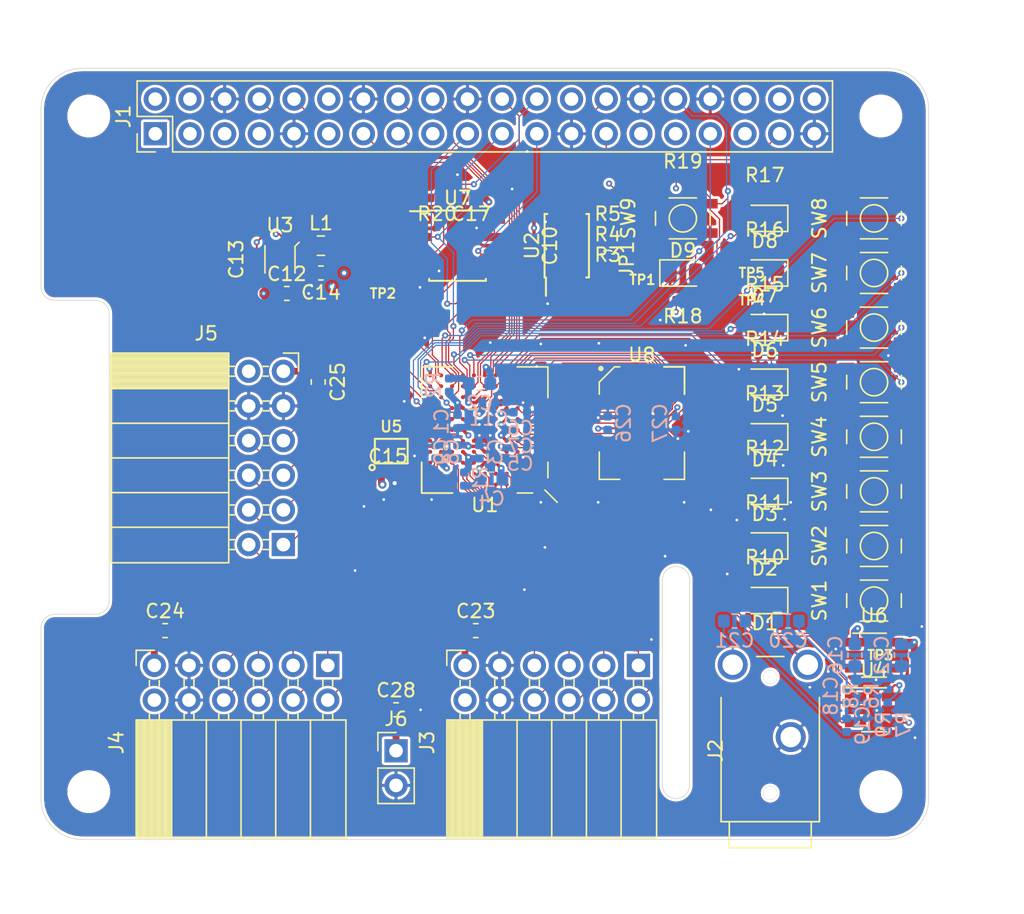
<source format=kicad_pcb>
(kicad_pcb (version 20171130) (host pcbnew 5.1.2+dfsg1-1)
  (layers (0 F.Cu signal) (1 In1.Cu power hide) (2 In2.Cu power) (31 B.Cu signal) (34 B.Paste user) (35 F.Paste user) (36 B.SilkS user hide) (37 F.SilkS user hide) (38 B.Mask user) (39 F.Mask user) (44 Edge.Cuts user))
  (net 0 "")
  (net 1 GND)
  (net 2 +1V2)
  (net 3 "Net-(C2-Pad2)")
  (net 4 "Net-(C2-Pad1)")
  (net 5 "Net-(C4-Pad2)")
  (net 6 "Net-(C4-Pad1)")
  (net 7 +3V3)
  (net 8 +5V)
  (net 9 "Net-(C13-Pad2)")
  (net 10 "Net-(C18-Pad1)")
  (net 11 "Net-(C19-Pad1)")
  (net 12 "Net-(C20-Pad1)")
  (net 13 "Net-(C21-Pad1)")
  (net 14 +3.3VDAC)
  (net 15 "Net-(D1-Pad1)")
  (net 16 /LED0)
  (net 17 /LED1)
  (net 18 "Net-(D2-Pad1)")
  (net 19 "Net-(D3-Pad1)")
  (net 20 /LED2)
  (net 21 /LED3)
  (net 22 "Net-(D4-Pad1)")
  (net 23 /LED4)
  (net 24 "Net-(D5-Pad1)")
  (net 25 "Net-(D6-Pad1)")
  (net 26 /LED5)
  (net 27 /LED6)
  (net 28 "Net-(D7-Pad1)")
  (net 29 "Net-(D8-Pad1)")
  (net 30 /LED7)
  (net 31 /GP13_FPGA_CDONE)
  (net 32 "Net-(J1-Pad3)")
  (net 33 "Net-(J1-Pad5)")
  (net 34 "Net-(J1-Pad7)")
  (net 35 /GP14_UART_TXD)
  (net 36 /GP15_UART_RXD)
  (net 37 "Net-(J1-Pad11)")
  (net 38 "Net-(J1-Pad12)")
  (net 39 /GP27_SDIO_DAT3)
  (net 40 /GP22_SDIO_CLK)
  (net 41 /GP23_SDIO_CMD)
  (net 42 /GP24_SDIO_DAT0)
  (net 43 /GP10_SPI_MOSI)
  (net 44 /GP9_SPI_MISO)
  (net 45 /GP25_SDIO_DAT1)
  (net 46 /GP11_SPI_SCK)
  (net 47 /GP8_SPI_~CS)
  (net 48 "Net-(J1-Pad26)")
  (net 49 /ID_SD)
  (net 50 /ID_SC)
  (net 51 "Net-(J1-Pad29)")
  (net 52 "Net-(J1-Pad31)")
  (net 53 /GP12_FPGA_~RST)
  (net 54 "Net-(J1-Pad35)")
  (net 55 "Net-(J1-Pad36)")
  (net 56 /GP26_SDIO_DAT2)
  (net 57 "Net-(J1-Pad38)")
  (net 58 "Net-(J1-Pad40)")
  (net 59 /IO0_0)
  (net 60 /IO0_1)
  (net 61 /IO0_2)
  (net 62 /IO0_3)
  (net 63 /IO0_4)
  (net 64 /IO0_5)
  (net 65 /IO0_6)
  (net 66 /IO0_7)
  (net 67 /IO1_7)
  (net 68 /IO1_6)
  (net 69 /IO1_5)
  (net 70 /IO1_4)
  (net 71 /IO1_3)
  (net 72 /IO1_2)
  (net 73 /IO1_1)
  (net 74 /IO1_0)
  (net 75 /IO2_0)
  (net 76 /IO2_1)
  (net 77 /IO2_2)
  (net 78 /IO2_3)
  (net 79 /IO2_4)
  (net 80 /IO2_5)
  (net 81 /IO2_6)
  (net 82 /IO2_7)
  (net 83 "Net-(JP1-Pad1)")
  (net 84 "Net-(L1-Pad1)")
  (net 85 "Net-(R6-Pad2)")
  (net 86 "Net-(R7-Pad2)")
  (net 87 /SW0)
  (net 88 /SW1)
  (net 89 /SW2)
  (net 90 /SW3)
  (net 91 /SW4)
  (net 92 /SW5)
  (net 93 /SW6)
  (net 94 /SW7)
  (net 95 /SRAM_DQ0)
  (net 96 /SRAM_DQ5)
  (net 97 /SRAM_DQ7)
  (net 98 /SRAM_DQ6)
  (net 99 /SRAM_DQ12)
  (net 100 /SRAM_A9)
  (net 101 /SRAM_A2)
  (net 102 /SRAM_A4)
  (net 103 /SRAM_A5)
  (net 104 /SRAM_A10)
  (net 105 /SRAM_DQ1)
  (net 106 /SRAM_DQ4)
  (net 107 /SRAM_DQ8)
  (net 108 /SRAM_DQ10)
  (net 109 /SRAM_DQ13)
  (net 110 /SRAM_DQ15)
  (net 111 /SRAM_A3)
  (net 112 /SRAM_A7)
  (net 113 /SRAM_A6)
  (net 114 /SRAM_A12)
  (net 115 /SRAM_DQ3)
  (net 116 /SRAM_DQ9)
  (net 117 /SRAM_DQ11)
  (net 118 /SRAM_A8)
  (net 119 /SRAM_A0)
  (net 120 /SRAM_A1)
  (net 121 /SRAM_A11)
  (net 122 /SRAM_A13)
  (net 123 /SRAM_A15)
  (net 124 /SRAM_DQ2)
  (net 125 /SRAM_DQ14)
  (net 126 /SRAM_A14)
  (net 127 /SRAM_A17)
  (net 128 /SRAM_A16)
  (net 129 /SRAM_~WE)
  (net 130 /SRAM_~OE)
  (net 131 /SRAM_~LB)
  (net 132 /SRAM_~UB)
  (net 133 /AUDIO_R_PWM)
  (net 134 "Net-(U1-PadB10)")
  (net 135 /CLK_OSC)
  (net 136 /AUDIO_L_PWM)
  (module Capacitor_SMD:C_0603_1608Metric (layer F.Cu) (at 109.0875 121.2)
    (fp_text reference C24 (at 0 -1.43) (layer F.SilkS))
    (fp_text value 1u)
    (pad 1 smd roundrect (at -0.7875 0) (size 0.875 0.95) (layers F.Cu F.Paste F.Mask) (net 7 +3V3))
    (pad 2 smd roundrect (at 0.7875 0) (size 0.875 0.95) (layers F.Cu F.Paste F.Mask) (net 1 GND))
  )
  (module Connector_PinHeader_2.54mm:PinHeader_2x20_P2.54mm_Vertical (layer F.Cu) (at 108.37 84.8 90)
    (fp_text reference J1 (at 1.27 -2.33 90) (layer F.SilkS))
    (fp_text value 2x20)
    (pad 1 thru_hole rect (at 0 0 90) (size 1.7 1.7) (drill 1) (layers *.Cu *.Mask) (net 7 +3V3))
    (pad 2 thru_hole oval (at 2.54 0 90) (size 1.7 1.7) (drill 1) (layers *.Cu *.Mask) (net 8 +5V))
    (pad 3 thru_hole oval (at 0 2.54 90) (size 1.7 1.7) (drill 1) (layers *.Cu *.Mask) (net 32 "Net-(J1-Pad3)"))
    (pad 4 thru_hole oval (at 2.54 2.54 90) (size 1.7 1.7) (drill 1) (layers *.Cu *.Mask) (net 8 +5V))
    (pad 5 thru_hole oval (at 0 5.08 90) (size 1.7 1.7) (drill 1) (layers *.Cu *.Mask) (net 33 "Net-(J1-Pad5)"))
    (pad 6 thru_hole oval (at 2.54 5.08 90) (size 1.7 1.7) (drill 1) (layers *.Cu *.Mask) (net 1 GND))
    (pad 7 thru_hole oval (at 0 7.62 90) (size 1.7 1.7) (drill 1) (layers *.Cu *.Mask) (net 34 "Net-(J1-Pad7)"))
    (pad 8 thru_hole oval (at 2.54 7.62 90) (size 1.7 1.7) (drill 1) (layers *.Cu *.Mask) (net 35 /GP14_UART_TXD))
    (pad 9 thru_hole oval (at 0 10.16 90) (size 1.7 1.7) (drill 1) (layers *.Cu *.Mask) (net 1 GND))
    (pad 10 thru_hole oval (at 2.54 10.16 90) (size 1.7 1.7) (drill 1) (layers *.Cu *.Mask) (net 36 /GP15_UART_RXD))
    (pad 11 thru_hole oval (at 0 12.7 90) (size 1.7 1.7) (drill 1) (layers *.Cu *.Mask) (net 37 "Net-(J1-Pad11)"))
    (pad 12 thru_hole oval (at 2.54 12.7 90) (size 1.7 1.7) (drill 1) (layers *.Cu *.Mask) (net 38 "Net-(J1-Pad12)"))
    (pad 13 thru_hole oval (at 0 15.24 90) (size 1.7 1.7) (drill 1) (layers *.Cu *.Mask) (net 39 /GP27_SDIO_DAT3))
    (pad 14 thru_hole oval (at 2.54 15.24 90) (size 1.7 1.7) (drill 1) (layers *.Cu *.Mask) (net 1 GND))
    (pad 15 thru_hole oval (at 0 17.78 90) (size 1.7 1.7) (drill 1) (layers *.Cu *.Mask) (net 40 /GP22_SDIO_CLK))
    (pad 16 thru_hole oval (at 2.54 17.78 90) (size 1.7 1.7) (drill 1) (layers *.Cu *.Mask) (net 41 /GP23_SDIO_CMD))
    (pad 17 thru_hole oval (at 0 20.32 90) (size 1.7 1.7) (drill 1) (layers *.Cu *.Mask) (net 7 +3V3))
    (pad 18 thru_hole oval (at 2.54 20.32 90) (size 1.7 1.7) (drill 1) (layers *.Cu *.Mask) (net 42 /GP24_SDIO_DAT0))
    (pad 19 thru_hole oval (at 0 22.86 90) (size 1.7 1.7) (drill 1) (layers *.Cu *.Mask) (net 43 /GP10_SPI_MOSI))
    (pad 20 thru_hole oval (at 2.54 22.86 90) (size 1.7 1.7) (drill 1) (layers *.Cu *.Mask) (net 1 GND))
    (pad 21 thru_hole oval (at 0 25.4 90) (size 1.7 1.7) (drill 1) (layers *.Cu *.Mask) (net 44 /GP9_SPI_MISO))
    (pad 22 thru_hole oval (at 2.54 25.4 90) (size 1.7 1.7) (drill 1) (layers *.Cu *.Mask) (net 45 /GP25_SDIO_DAT1))
    (pad 23 thru_hole oval (at 0 27.94 90) (size 1.7 1.7) (drill 1) (layers *.Cu *.Mask) (net 46 /GP11_SPI_SCK))
    (pad 24 thru_hole oval (at 2.54 27.94 90) (size 1.7 1.7) (drill 1) (layers *.Cu *.Mask) (net 47 /GP8_SPI_~CS))
    (pad 25 thru_hole oval (at 0 30.48 90) (size 1.7 1.7) (drill 1) (layers *.Cu *.Mask) (net 1 GND))
    (pad 26 thru_hole oval (at 2.54 30.48 90) (size 1.7 1.7) (drill 1) (layers *.Cu *.Mask) (net 48 "Net-(J1-Pad26)"))
    (pad 27 thru_hole oval (at 0 33.02 90) (size 1.7 1.7) (drill 1) (layers *.Cu *.Mask) (net 49 /ID_SD))
    (pad 28 thru_hole oval (at 2.54 33.02 90) (size 1.7 1.7) (drill 1) (layers *.Cu *.Mask) (net 50 /ID_SC))
    (pad 29 thru_hole oval (at 0 35.56 90) (size 1.7 1.7) (drill 1) (layers *.Cu *.Mask) (net 51 "Net-(J1-Pad29)"))
    (pad 30 thru_hole oval (at 2.54 35.56 90) (size 1.7 1.7) (drill 1) (layers *.Cu *.Mask) (net 1 GND))
    (pad 31 thru_hole oval (at 0 38.1 90) (size 1.7 1.7) (drill 1) (layers *.Cu *.Mask) (net 52 "Net-(J1-Pad31)"))
    (pad 32 thru_hole oval (at 2.54 38.1 90) (size 1.7 1.7) (drill 1) (layers *.Cu *.Mask) (net 53 /GP12_FPGA_~RST))
    (pad 33 thru_hole oval (at 0 40.64 90) (size 1.7 1.7) (drill 1) (layers *.Cu *.Mask) (net 31 /GP13_FPGA_CDONE))
    (pad 34 thru_hole oval (at 2.54 40.64 90) (size 1.7 1.7) (drill 1) (layers *.Cu *.Mask) (net 1 GND))
    (pad 35 thru_hole oval (at 0 43.18 90) (size 1.7 1.7) (drill 1) (layers *.Cu *.Mask) (net 54 "Net-(J1-Pad35)"))
    (pad 36 thru_hole oval (at 2.54 43.18 90) (size 1.7 1.7) (drill 1) (layers *.Cu *.Mask) (net 55 "Net-(J1-Pad36)"))
    (pad 37 thru_hole oval (at 0 45.72 90) (size 1.7 1.7) (drill 1) (layers *.Cu *.Mask) (net 56 /GP26_SDIO_DAT2))
    (pad 38 thru_hole oval (at 2.54 45.72 90) (size 1.7 1.7) (drill 1) (layers *.Cu *.Mask) (net 57 "Net-(J1-Pad38)"))
    (pad 39 thru_hole oval (at 0 48.26 90) (size 1.7 1.7) (drill 1) (layers *.Cu *.Mask) (net 1 GND))
    (pad 40 thru_hole oval (at 2.54 48.26 90) (size 1.7 1.7) (drill 1) (layers *.Cu *.Mask) (net 58 "Net-(J1-Pad40)"))
  )
  (module fpga_hat:PTS815 (layer F.Cu) (at 161 103 270)
    (fp_text reference SW5 (at 0 4 270) (layer F.SilkS))
    (fp_text value PTS815)
    (pad 1 smd rect (at -1.075 -2) (size 1.1 0.7) (layers F.Cu F.Paste F.Mask) (net 91 /SW4))
    (pad 2 smd rect (at 1.075 -2) (size 1.1 0.7) (layers F.Cu F.Paste F.Mask) (net 1 GND))
    (pad ~ smd rect (at 1.075 2) (size 1.1 0.7) (layers F.Cu F.Paste F.Mask))
    (pad ~ smd rect (at -1.075 2) (size 1.1 0.7) (layers F.Cu F.Paste F.Mask))
  )
  (module fpga_hat:BGA-121_11x11_9.0x9.0mm (layer F.Cu) (at 132.5 106.5 180)
    (fp_text reference U1 (at 0 -5.5) (layer F.SilkS))
    (fp_text value iCE40-HX8k-BG121)
    (pad A1 smd circle (at -4 -4 180) (size 0.3 0.3) (layers F.Cu F.Paste F.Mask) (net 97 /SRAM_DQ7))
    (pad B1 smd circle (at -4 -3.2 180) (size 0.3 0.3) (layers F.Cu F.Paste F.Mask) (net 129 /SRAM_~WE))
    (pad C1 smd circle (at -4 -2.4 180) (size 0.3 0.3) (layers F.Cu F.Paste F.Mask) (net 100 /SRAM_A9))
    (pad D1 smd circle (at -4 -1.6 180) (size 0.3 0.3) (layers F.Cu F.Paste F.Mask) (net 114 /SRAM_A12))
    (pad E1 smd circle (at -4 -0.8 180) (size 0.3 0.3) (layers F.Cu F.Paste F.Mask) (net 125 /SRAM_DQ14))
    (pad F1 smd circle (at -4 0 180) (size 0.3 0.3) (layers F.Cu F.Paste F.Mask) (net 99 /SRAM_DQ12))
    (pad G1 smd circle (at -4 0.8 180) (size 0.3 0.3) (layers F.Cu F.Paste F.Mask) (net 107 /SRAM_DQ8))
    (pad H1 smd circle (at -4 1.6 180) (size 0.3 0.3) (layers F.Cu F.Paste F.Mask) (net 132 /SRAM_~UB))
    (pad J1 smd circle (at -4 2.4 180) (size 0.3 0.3) (layers F.Cu F.Paste F.Mask) (net 119 /SRAM_A0))
    (pad K1 smd circle (at -4 3.2 180) (size 0.3 0.3) (layers F.Cu F.Paste F.Mask) (net 102 /SRAM_A4))
    (pad L1 smd circle (at -4 4 180) (size 0.3 0.3) (layers F.Cu F.Paste F.Mask) (net 95 /SRAM_DQ0))
    (pad A2 smd circle (at -3.2 -4 180) (size 0.3 0.3) (layers F.Cu F.Paste F.Mask) (net 96 /SRAM_DQ5))
    (pad B2 smd circle (at -3.2 -3.2 180) (size 0.3 0.3) (layers F.Cu F.Paste F.Mask) (net 104 /SRAM_A10))
    (pad C2 smd circle (at -3.2 -2.4 180) (size 0.3 0.3) (layers F.Cu F.Paste F.Mask) (net 122 /SRAM_A13))
    (pad D2 smd circle (at -3.2 -1.6 180) (size 0.3 0.3) (layers F.Cu F.Paste F.Mask) (net 118 /SRAM_A8))
    (pad E2 smd circle (at -3.2 -0.8 180) (size 0.3 0.3) (layers F.Cu F.Paste F.Mask) (net 109 /SRAM_DQ13))
    (pad F2 smd circle (at -3.2 0 180) (size 0.3 0.3) (layers F.Cu F.Paste F.Mask) (net 116 /SRAM_DQ9))
    (pad G2 smd circle (at -3.2 0.8 180) (size 0.3 0.3) (layers F.Cu F.Paste F.Mask) (net 108 /SRAM_DQ10))
    (pad H2 smd circle (at -3.2 1.6 180) (size 0.3 0.3) (layers F.Cu F.Paste F.Mask) (net 130 /SRAM_~OE))
    (pad J2 smd circle (at -3.2 2.4 180) (size 0.3 0.3) (layers F.Cu F.Paste F.Mask) (net 111 /SRAM_A3))
    (pad K2 smd circle (at -3.2 3.2 180) (size 0.3 0.3) (layers F.Cu F.Paste F.Mask) (net 120 /SRAM_A1))
    (pad L2 smd circle (at -3.2 4 180) (size 0.3 0.3) (layers F.Cu F.Paste F.Mask) (net 113 /SRAM_A6))
    (pad A3 smd circle (at -2.4 -4 180) (size 0.3 0.3) (layers F.Cu F.Paste F.Mask) (net 106 /SRAM_DQ4))
    (pad B3 smd circle (at -2.4 -3.2 180) (size 0.3 0.3) (layers F.Cu F.Paste F.Mask) (net 98 /SRAM_DQ6))
    (pad C3 smd circle (at -2.4 -2.4 180) (size 0.3 0.3) (layers F.Cu F.Paste F.Mask) (net 123 /SRAM_A15))
    (pad D3 smd circle (at -2.4 -1.6 180) (size 0.3 0.3) (layers F.Cu F.Paste F.Mask) (net 121 /SRAM_A11))
    (pad E3 smd circle (at -2.4 -0.8 180) (size 0.3 0.3) (layers F.Cu F.Paste F.Mask) (net 126 /SRAM_A14))
    (pad F3 smd circle (at -2.4 0 180) (size 0.3 0.3) (layers F.Cu F.Paste F.Mask) (net 127 /SRAM_A17))
    (pad G3 smd circle (at -2.4 0.8 180) (size 0.3 0.3) (layers F.Cu F.Paste F.Mask) (net 117 /SRAM_DQ11))
    (pad H3 smd circle (at -2.4 1.6 180) (size 0.3 0.3) (layers F.Cu F.Paste F.Mask) (net 131 /SRAM_~LB))
    (pad J3 smd circle (at -2.4 2.4 180) (size 0.3 0.3) (layers F.Cu F.Paste F.Mask) (net 103 /SRAM_A5))
    (pad K3 smd circle (at -2.4 3.2 180) (size 0.3 0.3) (layers F.Cu F.Paste F.Mask) (net 101 /SRAM_A2))
    (pad L3 smd circle (at -2.4 4 180) (size 0.3 0.3) (layers F.Cu F.Paste F.Mask) (net 105 /SRAM_DQ1))
    (pad A4 smd circle (at -1.6 -4 180) (size 0.3 0.3) (layers F.Cu F.Paste F.Mask) (net 89 /SW2))
    (pad B4 smd circle (at -1.6 -3.2 180) (size 0.3 0.3) (layers F.Cu F.Paste F.Mask) (net 21 /LED3))
    (pad C4 smd circle (at -1.6 -2.4 180) (size 0.3 0.3) (layers F.Cu F.Paste F.Mask) (net 90 /SW3))
    (pad D4 smd circle (at -1.6 -1.6 180) (size 0.3 0.3) (layers F.Cu F.Paste F.Mask) (net 2 +1V2))
    (pad E4 smd circle (at -1.6 -0.8 180) (size 0.3 0.3) (layers F.Cu F.Paste F.Mask) (net 7 +3V3))
    (pad F4 smd circle (at -1.6 0 180) (size 0.3 0.3) (layers F.Cu F.Paste F.Mask) (net 110 /SRAM_DQ15))
    (pad G4 smd circle (at -1.6 0.8 180) (size 0.3 0.3) (layers F.Cu F.Paste F.Mask) (net 7 +3V3))
    (pad H4 smd circle (at -1.6 1.6 180) (size 0.3 0.3) (layers F.Cu F.Paste F.Mask) (net 2 +1V2))
    (pad J4 smd circle (at -1.6 2.4 180) (size 0.3 0.3) (layers F.Cu F.Paste F.Mask) (net 124 /SRAM_DQ2))
    (pad K4 smd circle (at -1.6 3.2 180) (size 0.3 0.3) (layers F.Cu F.Paste F.Mask) (net 115 /SRAM_DQ3))
    (pad L4 smd circle (at -1.6 4 180) (size 0.3 0.3) (layers F.Cu F.Paste F.Mask) (net 112 /SRAM_A7))
    (pad A5 smd circle (at -0.8 -4 180) (size 0.3 0.3) (layers F.Cu F.Paste F.Mask) (net 88 /SW1))
    (pad B5 smd circle (at -0.8 -3.2 180) (size 0.3 0.3) (layers F.Cu F.Paste F.Mask) (net 20 /LED2))
    (pad C5 smd circle (at -0.8 -2.4 180) (size 0.3 0.3) (layers F.Cu F.Paste F.Mask) (net 5 "Net-(C4-Pad2)"))
    (pad D5 smd circle (at -0.8 -1.6 180) (size 0.3 0.3) (layers F.Cu F.Paste F.Mask) (net 128 /SRAM_A16))
    (pad E5 smd circle (at -0.8 -0.8 180) (size 0.3 0.3) (layers F.Cu F.Paste F.Mask) (net 1 GND))
    (pad F5 smd circle (at -0.8 0 180) (size 0.3 0.3) (layers F.Cu F.Paste F.Mask) (net 1 GND))
    (pad G5 smd circle (at -0.8 0.8 180) (size 0.3 0.3) (layers F.Cu F.Paste F.Mask) (net 1 GND))
    (pad H5 smd circle (at -0.8 1.6 180) (size 0.3 0.3) (layers F.Cu F.Paste F.Mask) (net 1 GND))
    (pad J5 smd circle (at -0.8 2.4 180) (size 0.3 0.3) (layers F.Cu F.Paste F.Mask) (net 23 /LED4))
    (pad K5 smd circle (at -0.8 3.2 180) (size 0.3 0.3) (layers F.Cu F.Paste F.Mask) (net 56 /GP26_SDIO_DAT2))
    (pad L5 smd circle (at -0.8 4 180) (size 0.3 0.3) (layers F.Cu F.Paste F.Mask) (net 45 /GP25_SDIO_DAT1))
    (pad A6 smd circle (at 0 -4 180) (size 0.3 0.3) (layers F.Cu F.Paste F.Mask) (net 16 /LED0))
    (pad B6 smd circle (at 0 -3.2 180) (size 0.3 0.3) (layers F.Cu F.Paste F.Mask) (net 87 /SW0))
    (pad C6 smd circle (at 0 -2.4 180) (size 0.3 0.3) (layers F.Cu F.Paste F.Mask) (net 6 "Net-(C4-Pad1)"))
    (pad D6 smd circle (at 0 -1.6 180) (size 0.3 0.3) (layers F.Cu F.Paste F.Mask) (net 7 +3V3))
    (pad E6 smd circle (at 0 -0.8 180) (size 0.3 0.3) (layers F.Cu F.Paste F.Mask) (net 1 GND))
    (pad F6 smd circle (at 0 0 180) (size 0.3 0.3) (layers F.Cu F.Paste F.Mask) (net 1 GND))
    (pad G6 smd circle (at 0 0.8 180) (size 0.3 0.3) (layers F.Cu F.Paste F.Mask) (net 1 GND))
    (pad H6 smd circle (at 0 1.6 180) (size 0.3 0.3) (layers F.Cu F.Paste F.Mask) (net 7 +3V3))
    (pad J6 smd circle (at 0 2.4 180) (size 0.3 0.3) (layers F.Cu F.Paste F.Mask) (net 4 "Net-(C2-Pad1)"))
    (pad K6 smd circle (at 0 3.2 180) (size 0.3 0.3) (layers F.Cu F.Paste F.Mask) (net 40 /GP22_SDIO_CLK))
    (pad L6 smd circle (at 0 4 180) (size 0.3 0.3) (layers F.Cu F.Paste F.Mask) (net 3 "Net-(C2-Pad2)"))
    (pad A7 smd circle (at 0.8 -4 180) (size 0.3 0.3) (layers F.Cu F.Paste F.Mask) (net 63 /IO0_4))
    (pad B7 smd circle (at 0.8 -3.2 180) (size 0.3 0.3) (layers F.Cu F.Paste F.Mask) (net 136 /AUDIO_L_PWM))
    (pad C7 smd circle (at 0.8 -2.4 180) (size 0.3 0.3) (layers F.Cu F.Paste F.Mask) (net 133 /AUDIO_R_PWM))
    (pad D7 smd circle (at 0.8 -1.6 180) (size 0.3 0.3) (layers F.Cu F.Paste F.Mask) (net 17 /LED1))
    (pad E7 smd circle (at 0.8 -0.8 180) (size 0.3 0.3) (layers F.Cu F.Paste F.Mask) (net 1 GND))
    (pad F7 smd circle (at 0.8 0 180) (size 0.3 0.3) (layers F.Cu F.Paste F.Mask) (net 1 GND))
    (pad G7 smd circle (at 0.8 0.8 180) (size 0.3 0.3) (layers F.Cu F.Paste F.Mask) (net 1 GND))
    (pad H7 smd circle (at 0.8 1.6 180) (size 0.3 0.3) (layers F.Cu F.Paste F.Mask) (net 42 /GP24_SDIO_DAT0))
    (pad J7 smd circle (at 0.8 2.4 180) (size 0.3 0.3) (layers F.Cu F.Paste F.Mask) (net 41 /GP23_SDIO_CMD))
    (pad K7 smd circle (at 0.8 3.2 180) (size 0.3 0.3) (layers F.Cu F.Paste F.Mask) (net 39 /GP27_SDIO_DAT3))
    (pad L7 smd circle (at 0.8 4 180) (size 0.3 0.3) (layers F.Cu F.Paste F.Mask) (net 92 /SW5))
    (pad A8 smd circle (at 1.6 -4 180) (size 0.3 0.3) (layers F.Cu F.Paste F.Mask) (net 60 /IO0_1))
    (pad B8 smd circle (at 1.6 -3.2 180) (size 0.3 0.3) (layers F.Cu F.Paste F.Mask) (net 64 /IO0_5))
    (pad C8 smd circle (at 1.6 -2.4 180) (size 0.3 0.3) (layers F.Cu F.Paste F.Mask) (net 59 /IO0_0))
    (pad D8 smd circle (at 1.6 -1.6 180) (size 0.3 0.3) (layers F.Cu F.Paste F.Mask) (net 2 +1V2))
    (pad E8 smd circle (at 1.6 -0.8 180) (size 0.3 0.3) (layers F.Cu F.Paste F.Mask) (net 79 /IO2_4))
    (pad F8 smd circle (at 1.6 0 180) (size 0.3 0.3) (layers F.Cu F.Paste F.Mask) (net 7 +3V3))
    (pad G8 smd circle (at 1.6 0.8 180) (size 0.3 0.3) (layers F.Cu F.Paste F.Mask) (net 78 /IO2_3))
    (pad H8 smd circle (at 1.6 1.6 180) (size 0.3 0.3) (layers F.Cu F.Paste F.Mask) (net 2 +1V2))
    (pad J8 smd circle (at 1.6 2.4 180) (size 0.3 0.3) (layers F.Cu F.Paste F.Mask) (net 91 /SW4))
    (pad K8 smd circle (at 1.6 3.2 180) (size 0.3 0.3) (layers F.Cu F.Paste F.Mask) (net 31 /GP13_FPGA_CDONE))
    (pad L8 smd circle (at 1.6 4 180) (size 0.3 0.3) (layers F.Cu F.Paste F.Mask) (net 26 /LED5))
    (pad A9 smd circle (at 2.4 -4 180) (size 0.3 0.3) (layers F.Cu F.Paste F.Mask) (net 61 /IO0_2))
    (pad B9 smd circle (at 2.4 -3.2 180) (size 0.3 0.3) (layers F.Cu F.Paste F.Mask) (net 66 /IO0_7))
    (pad C9 smd circle (at 2.4 -2.4 180) (size 0.3 0.3) (layers F.Cu F.Paste F.Mask) (net 65 /IO0_6))
    (pad D9 smd circle (at 2.4 -1.6 180) (size 0.3 0.3) (layers F.Cu F.Paste F.Mask) (net 74 /IO1_0))
    (pad E9 smd circle (at 2.4 -0.8 180) (size 0.3 0.3) (layers F.Cu F.Paste F.Mask) (net 67 /IO1_7))
    (pad F9 smd circle (at 2.4 0 180) (size 0.3 0.3) (layers F.Cu F.Paste F.Mask) (net 76 /IO2_1))
    (pad G9 smd circle (at 2.4 0.8 180) (size 0.3 0.3) (layers F.Cu F.Paste F.Mask) (net 82 /IO2_7))
    (pad H9 smd circle (at 2.4 1.6 180) (size 0.3 0.3) (layers F.Cu F.Paste F.Mask) (net 94 /SW7))
    (pad J9 smd circle (at 2.4 2.4 180) (size 0.3 0.3) (layers F.Cu F.Paste F.Mask) (net 44 /GP9_SPI_MISO))
    (pad K9 smd circle (at 2.4 3.2 180) (size 0.3 0.3) (layers F.Cu F.Paste F.Mask) (net 43 /GP10_SPI_MOSI))
    (pad L9 smd circle (at 2.4 4 180) (size 0.3 0.3) (layers F.Cu F.Paste F.Mask) (net 53 /GP12_FPGA_~RST))
    (pad A10 smd circle (at 3.2 -4 180) (size 0.3 0.3) (layers F.Cu F.Paste F.Mask) (net 62 /IO0_3))
    (pad B10 smd circle (at 3.2 -3.2 180) (size 0.3 0.3) (layers F.Cu F.Paste F.Mask) (net 134 "Net-(U1-PadB10)"))
    (pad C10 smd circle (at 3.2 -2.4 180) (size 0.3 0.3) (layers F.Cu F.Paste F.Mask) (net 7 +3V3))
    (pad D10 smd circle (at 3.2 -1.6 180) (size 0.3 0.3) (layers F.Cu F.Paste F.Mask) (net 73 /IO1_1))
    (pad E10 smd circle (at 3.2 -0.8 180) (size 0.3 0.3) (layers F.Cu F.Paste F.Mask) (net 135 /CLK_OSC))
    (pad F10 smd circle (at 3.2 0 180) (size 0.3 0.3) (layers F.Cu F.Paste F.Mask) (net 75 /IO2_0))
    (pad G10 smd circle (at 3.2 0.8 180) (size 0.3 0.3) (layers F.Cu F.Paste F.Mask) (net 81 /IO2_6))
    (pad H10 smd circle (at 3.2 1.6 180) (size 0.3 0.3) (layers F.Cu F.Paste F.Mask) (net 35 /GP14_UART_TXD))
    (pad J10 smd circle (at 3.2 2.4 180) (size 0.3 0.3) (layers F.Cu F.Paste F.Mask) (net 36 /GP15_UART_RXD))
    (pad K10 smd circle (at 3.2 3.2 180) (size 0.3 0.3) (layers F.Cu F.Paste F.Mask) (net 47 /GP8_SPI_~CS))
    (pad L10 smd circle (at 3.2 4 180) (size 0.3 0.3) (layers F.Cu F.Paste F.Mask) (net 46 /GP11_SPI_SCK))
    (pad A11 smd circle (at 4 -4 180) (size 0.3 0.3) (layers F.Cu F.Paste F.Mask) (net 70 /IO1_4))
    (pad B11 smd circle (at 4 -3.2 180) (size 0.3 0.3) (layers F.Cu F.Paste F.Mask) (net 69 /IO1_5))
    (pad C11 smd circle (at 4 -2.4 180) (size 0.3 0.3) (layers F.Cu F.Paste F.Mask) (net 68 /IO1_6))
    (pad D11 smd circle (at 4 -1.6 180) (size 0.3 0.3) (layers F.Cu F.Paste F.Mask) (net 72 /IO1_2))
    (pad E11 smd circle (at 4 -0.8 180) (size 0.3 0.3) (layers F.Cu F.Paste F.Mask) (net 71 /IO1_3))
    (pad F11 smd circle (at 4 0 180) (size 0.3 0.3) (layers F.Cu F.Paste F.Mask) (net 80 /IO2_5))
    (pad G11 smd circle (at 4 0.8 180) (size 0.3 0.3) (layers F.Cu F.Paste F.Mask) (net 77 /IO2_2))
    (pad H11 smd circle (at 4 1.6 180) (size 0.3 0.3) (layers F.Cu F.Paste F.Mask) (net 30 /LED7))
    (pad J11 smd circle (at 4 2.4 180) (size 0.3 0.3) (layers F.Cu F.Paste F.Mask) (net 27 /LED6))
    (pad K11 smd circle (at 4 3.2 180) (size 0.3 0.3) (layers F.Cu F.Paste F.Mask) (net 93 /SW6))
    (pad L11 smd circle (at 4 4 180) (size 0.3 0.3) (layers F.Cu F.Paste F.Mask) (net 7 +3V3))
  )
  (module Capacitor_SMD:C_0402_1005Metric (layer B.Cu) (at 128.9 108.1 90)
    (fp_text reference C8 (at 0 1.17 90) (layer B.SilkS) (effects (justify mirror)))
    (fp_text value 100n)
    (pad 2 smd roundrect (at 0.485 0 90) (size 0.59 0.64) (layers B.Cu B.Paste B.Mask) (net 1 GND))
    (pad 1 smd roundrect (at -0.485 0 90) (size 0.59 0.64) (layers B.Cu B.Paste B.Mask) (net 7 +3V3))
  )
  (module fpga_hat:MOUNTHOLE_M2.5 (layer F.Cu) (at 161.5 83.5)
    (fp_text reference REF** hide)
    (fp_text value MOUNTHOLE_M2.5 hide)
    (pad "" np_thru_hole circle (at 0 0) (size 2.75 2.75) (drill 2.75) (layers *.Cu *.Mask) (thermal_gap 1.9))
  )
  (module fpga_hat:MOUNTHOLE_M2.5 (layer F.Cu) (at 161.5 133)
    (fp_text reference REF** hide)
    (fp_text value MOUNTHOLE_M2.5 hide)
    (pad "" np_thru_hole circle (at 0 0) (size 2.75 2.75) (drill 2.75) (layers *.Cu *.Mask) (thermal_gap 1.9))
  )
  (module fpga_hat:MOUNTHOLE_M2.5 (layer F.Cu) (at 103.5 133)
    (fp_text reference REF** hide)
    (fp_text value MOUNTHOLE_M2.5 hide)
    (pad "" np_thru_hole circle (at 0 0) (size 2.75 2.75) (drill 2.75) (layers *.Cu *.Mask) (thermal_gap 1.9))
  )
  (module fpga_hat:MOUNTHOLE_M2.5 (layer F.Cu) (at 103.5 83.5)
    (fp_text reference REF** hide)
    (fp_text value MOUNTHOLE_M2.5 hide)
    (pad "" np_thru_hole circle (at 0 0) (size 2.75 2.75) (drill 2.75) (layers *.Cu *.Mask) (thermal_gap 1.9))
  )
  (module Capacitor_SMD:C_0402_1005Metric (layer B.Cu) (at 130.5 105.885 270)
    (fp_text reference C1 (at 0 1.17 90) (layer B.SilkS) (effects (justify mirror)))
    (fp_text value 100n)
    (pad 2 smd roundrect (at 0.485 0 270) (size 0.59 0.64) (layers B.Cu B.Paste B.Mask) (net 1 GND))
    (pad 1 smd roundrect (at -0.485 0 270) (size 0.59 0.64) (layers B.Cu B.Paste B.Mask) (net 2 +1V2))
  )
  (module Capacitor_SMD:C_0603_1608Metric (layer B.Cu) (at 132.1125 103.1)
    (fp_text reference C2 (at 0 1.43) (layer B.SilkS) (effects (justify mirror)))
    (fp_text value 4u7)
    (pad 2 smd roundrect (at 0.7875 0) (size 0.875 0.95) (layers B.Cu B.Paste B.Mask) (net 3 "Net-(C2-Pad2)"))
    (pad 1 smd roundrect (at -0.7875 0) (size 0.875 0.95) (layers B.Cu B.Paste B.Mask) (net 4 "Net-(C2-Pad1)"))
  )
  (module Capacitor_SMD:C_0402_1005Metric (layer B.Cu) (at 132.1 108.1 90)
    (fp_text reference C3 (at 0 1.17 90) (layer B.SilkS) (effects (justify mirror)))
    (fp_text value 100n)
    (pad 1 smd roundrect (at -0.485 0 90) (size 0.59 0.64) (layers B.Cu B.Paste B.Mask) (net 2 +1V2))
    (pad 2 smd roundrect (at 0.485 0 90) (size 0.59 0.64) (layers B.Cu B.Paste B.Mask) (net 1 GND))
  )
  (module Capacitor_SMD:C_0603_1608Metric (layer B.Cu) (at 133 110.1)
    (fp_text reference C4 (at 0 1.43) (layer B.SilkS) (effects (justify mirror)))
    (fp_text value 4u7)
    (pad 1 smd roundrect (at -0.7875 0) (size 0.875 0.95) (layers B.Cu B.Paste B.Mask) (net 6 "Net-(C4-Pad1)"))
    (pad 2 smd roundrect (at 0.7875 0) (size 0.875 0.95) (layers B.Cu B.Paste B.Mask) (net 5 "Net-(C4-Pad2)"))
  )
  (module Capacitor_SMD:C_0402_1005Metric (layer B.Cu) (at 135.1 107.8)
    (fp_text reference C5 (at 0 1.17 180) (layer B.SilkS) (effects (justify mirror)))
    (fp_text value 100n)
    (pad 1 smd roundrect (at -0.485 0) (size 0.59 0.64) (layers B.Cu B.Paste B.Mask) (net 2 +1V2))
    (pad 2 smd roundrect (at 0.485 0) (size 0.59 0.64) (layers B.Cu B.Paste B.Mask) (net 1 GND))
  )
  (module Capacitor_SMD:C_0402_1005Metric (layer B.Cu) (at 135.1 105.2)
    (fp_text reference C6 (at 0 1.17) (layer B.SilkS) (effects (justify mirror)))
    (fp_text value 100n)
    (pad 2 smd roundrect (at 0.485 0) (size 0.59 0.64) (layers B.Cu B.Paste B.Mask) (net 1 GND))
    (pad 1 smd roundrect (at -0.485 0) (size 0.59 0.64) (layers B.Cu B.Paste B.Mask) (net 2 +1V2))
  )
  (module Capacitor_SMD:C_0402_1005Metric (layer B.Cu) (at 135.115 106.5)
    (fp_text reference C7 (at 0 1.17 180) (layer B.SilkS) (effects (justify mirror)))
    (fp_text value 100n)
    (pad 2 smd roundrect (at 0.485 0) (size 0.59 0.64) (layers B.Cu B.Paste B.Mask) (net 1 GND))
    (pad 1 smd roundrect (at -0.485 0) (size 0.59 0.64) (layers B.Cu B.Paste B.Mask) (net 7 +3V3))
  )
  (module Capacitor_SMD:C_0402_1005Metric (layer B.Cu) (at 130.5 108.1 270)
    (fp_text reference C9 (at 0 1.17 90) (layer B.SilkS) (effects (justify mirror)))
    (fp_text value 100n)
    (pad 2 smd roundrect (at 0.485 0 270) (size 0.59 0.64) (layers B.Cu B.Paste B.Mask) (net 1 GND))
    (pad 1 smd roundrect (at -0.485 0 270) (size 0.59 0.64) (layers B.Cu B.Paste B.Mask) (net 7 +3V3))
  )
  (module Capacitor_SMD:C_0402_1005Metric (layer F.Cu) (at 136.1 93 270)
    (fp_text reference C10 (at 0 -1.17 90) (layer F.SilkS))
    (fp_text value 100n)
    (pad 2 smd roundrect (at 0.485 0 270) (size 0.59 0.64) (layers F.Cu F.Paste F.Mask) (net 1 GND))
    (pad 1 smd roundrect (at -0.485 0 270) (size 0.59 0.64) (layers F.Cu F.Paste F.Mask) (net 7 +3V3))
  )
  (module Capacitor_SMD:C_0402_1005Metric (layer B.Cu) (at 132.8 104.5)
    (fp_text reference C11 (at 0 1.17) (layer B.SilkS) (effects (justify mirror)))
    (fp_text value 100n)
    (pad 1 smd roundrect (at -0.485 0) (size 0.59 0.64) (layers B.Cu B.Paste B.Mask) (net 7 +3V3))
    (pad 2 smd roundrect (at 0.485 0) (size 0.59 0.64) (layers B.Cu B.Paste B.Mask) (net 1 GND))
  )
  (module Capacitor_SMD:C_0603_1608Metric (layer F.Cu) (at 118 96.5)
    (fp_text reference C12 (at 0 -1.43) (layer F.SilkS))
    (fp_text value 4u7)
    (pad 2 smd roundrect (at 0.7875 0) (size 0.875 0.95) (layers F.Cu F.Paste F.Mask) (net 1 GND))
    (pad 1 smd roundrect (at -0.7875 0) (size 0.875 0.95) (layers F.Cu F.Paste F.Mask) (net 8 +5V))
  )
  (module Capacitor_SMD:C_0402_1005Metric (layer F.Cu) (at 115.8 94 270)
    (fp_text reference C13 (at 0 1.5 90) (layer F.SilkS))
    (fp_text value 560p)
    (pad 1 smd roundrect (at -0.485 0 270) (size 0.59 0.64) (layers F.Cu F.Paste F.Mask) (net 2 +1V2))
    (pad 2 smd roundrect (at 0.485 0 270) (size 0.59 0.64) (layers F.Cu F.Paste F.Mask) (net 9 "Net-(C13-Pad2)"))
  )
  (module Capacitor_SMD:C_0603_1608Metric (layer F.Cu) (at 120.5 95 180)
    (fp_text reference C14 (at 0 -1.43) (layer F.SilkS))
    (fp_text value 4u7)
    (pad 2 smd roundrect (at 0.7875 0 180) (size 0.875 0.95) (layers F.Cu F.Paste F.Mask) (net 1 GND))
    (pad 1 smd roundrect (at -0.7875 0 180) (size 0.875 0.95) (layers F.Cu F.Paste F.Mask) (net 2 +1V2))
  )
  (module Capacitor_SMD:C_0402_1005Metric (layer F.Cu) (at 125.415 109.6)
    (fp_text reference C15 (at 0 -1.17) (layer F.SilkS))
    (fp_text value 100n)
    (pad 2 smd roundrect (at 0.485 0) (size 0.59 0.64) (layers F.Cu F.Paste F.Mask) (net 1 GND))
    (pad 1 smd roundrect (at -0.485 0) (size 0.59 0.64) (layers F.Cu F.Paste F.Mask) (net 7 +3V3))
  )
  (module Capacitor_SMD:C_0603_1608Metric (layer B.Cu) (at 159.6 123 270)
    (fp_text reference C16 (at 0 1.43 90) (layer B.SilkS) (effects (justify mirror)))
    (fp_text value 1u)
    (pad 1 smd roundrect (at -0.7875 0 270) (size 0.875 0.95) (layers B.Cu B.Paste B.Mask) (net 8 +5V))
    (pad 2 smd roundrect (at 0.7875 0 270) (size 0.875 0.95) (layers B.Cu B.Paste B.Mask) (net 1 GND))
  )
  (module Capacitor_SMD:C_0402_1005Metric (layer F.Cu) (at 131.5 89.5 180)
    (fp_text reference C17 (at 0 -1.17) (layer F.SilkS))
    (fp_text value 100n)
    (pad 1 smd roundrect (at -0.485 0 180) (size 0.59 0.64) (layers F.Cu F.Paste F.Mask) (net 7 +3V3))
    (pad 2 smd roundrect (at 0.485 0 180) (size 0.59 0.64) (layers F.Cu F.Paste F.Mask) (net 1 GND))
  )
  (module Capacitor_SMD:C_0402_1005Metric (layer B.Cu) (at 159 125.985 270)
    (fp_text reference C18 (at 0 1.17 90) (layer B.SilkS) (effects (justify mirror)))
    (fp_text value 100n)
    (pad 1 smd roundrect (at -0.485 0 270) (size 0.59 0.64) (layers B.Cu B.Paste B.Mask) (net 10 "Net-(C18-Pad1)"))
    (pad 2 smd roundrect (at 0.485 0 270) (size 0.59 0.64) (layers B.Cu B.Paste B.Mask) (net 1 GND))
  )
  (module Capacitor_SMD:C_0402_1005Metric (layer B.Cu) (at 159 128.135 90)
    (fp_text reference C19 (at 0 1.17 90) (layer B.SilkS) (effects (justify mirror)))
    (fp_text value 100n)
    (pad 1 smd roundrect (at -0.485 0 90) (size 0.59 0.64) (layers B.Cu B.Paste B.Mask) (net 11 "Net-(C19-Pad1)"))
    (pad 2 smd roundrect (at 0.485 0 90) (size 0.59 0.64) (layers B.Cu B.Paste B.Mask) (net 1 GND))
  )
  (module Capacitor_SMD:C_0603_1608Metric (layer B.Cu) (at 154.7125 120.5)
    (fp_text reference C20 (at 0 1.43) (layer B.SilkS) (effects (justify mirror)))
    (fp_text value 4u7)
    (pad 1 smd roundrect (at -0.7875 0) (size 0.875 0.95) (layers B.Cu B.Paste B.Mask) (net 12 "Net-(C20-Pad1)"))
    (pad 2 smd roundrect (at 0.7875 0) (size 0.875 0.95) (layers B.Cu B.Paste B.Mask) (net 10 "Net-(C18-Pad1)"))
  )
  (module Capacitor_SMD:C_0603_1608Metric (layer B.Cu) (at 150.7875 120.5)
    (fp_text reference C21 (at 0 1.43) (layer B.SilkS) (effects (justify mirror)))
    (fp_text value 4u7)
    (pad 1 smd roundrect (at -0.7875 0) (size 0.875 0.95) (layers B.Cu B.Paste B.Mask) (net 13 "Net-(C21-Pad1)"))
    (pad 2 smd roundrect (at 0.7875 0) (size 0.875 0.95) (layers B.Cu B.Paste B.Mask) (net 11 "Net-(C19-Pad1)"))
  )
  (module Capacitor_SMD:C_0603_1608Metric (layer B.Cu) (at 163 123 270)
    (fp_text reference C22 (at 0 1.43 90) (layer B.SilkS) (effects (justify mirror)))
    (fp_text value 1u)
    (pad 2 smd roundrect (at 0.7875 0 270) (size 0.875 0.95) (layers B.Cu B.Paste B.Mask) (net 1 GND))
    (pad 1 smd roundrect (at -0.7875 0 270) (size 0.875 0.95) (layers B.Cu B.Paste B.Mask) (net 14 +3.3VDAC))
  )
  (module Capacitor_SMD:C_0603_1608Metric (layer F.Cu) (at 131.8375 121.2)
    (fp_text reference C23 (at 0 -1.43) (layer F.SilkS))
    (fp_text value 1u)
    (pad 2 smd roundrect (at 0.7875 0) (size 0.875 0.95) (layers F.Cu F.Paste F.Mask) (net 1 GND))
    (pad 1 smd roundrect (at -0.7875 0) (size 0.875 0.95) (layers F.Cu F.Paste F.Mask) (net 7 +3V3))
  )
  (module Capacitor_SMD:C_0603_1608Metric (layer F.Cu) (at 120.3 102.9875 270)
    (fp_text reference C25 (at 0 -1.43 90) (layer F.SilkS))
    (fp_text value 1u)
    (pad 2 smd roundrect (at 0.7875 0 270) (size 0.875 0.95) (layers F.Cu F.Paste F.Mask) (net 1 GND))
    (pad 1 smd roundrect (at -0.7875 0 270) (size 0.875 0.95) (layers F.Cu F.Paste F.Mask) (net 7 +3V3))
  )
  (module Capacitor_SMD:C_0402_1005Metric (layer B.Cu) (at 141.5 106 90)
    (fp_text reference C26 (at 0 1.17 270) (layer B.SilkS) (effects (justify mirror)))
    (fp_text value 100n)
    (pad 1 smd roundrect (at -0.485 0 90) (size 0.59 0.64) (layers B.Cu B.Paste B.Mask) (net 7 +3V3))
    (pad 2 smd roundrect (at 0.485 0 90) (size 0.59 0.64) (layers B.Cu B.Paste B.Mask) (net 1 GND))
  )
  (module Capacitor_SMD:C_0402_1005Metric (layer B.Cu) (at 146.5 106 270)
    (fp_text reference C27 (at 0 1.17 270) (layer B.SilkS) (effects (justify mirror)))
    (fp_text value 100n)
    (pad 2 smd roundrect (at 0.485 0 270) (size 0.59 0.64) (layers B.Cu B.Paste B.Mask) (net 1 GND))
    (pad 1 smd roundrect (at -0.485 0 270) (size 0.59 0.64) (layers B.Cu B.Paste B.Mask) (net 7 +3V3))
  )
  (module Capacitor_SMD:C_0603_1608Metric (layer F.Cu) (at 126 127)
    (fp_text reference C28 (at 0 -1.43) (layer F.SilkS))
    (fp_text value 1u)
    (pad 1 smd roundrect (at -0.7875 0) (size 0.875 0.95) (layers F.Cu F.Paste F.Mask) (net 8 +5V))
    (pad 2 smd roundrect (at 0.7875 0) (size 0.875 0.95) (layers F.Cu F.Paste F.Mask) (net 1 GND))
  )
  (module LED_SMD:LED_0805_2012Metric (layer F.Cu) (at 153 119 180)
    (fp_text reference D1 (at 0 -1.65) (layer F.SilkS))
    (fp_text value LED)
    (pad 1 smd roundrect (at -0.9375 0 180) (size 0.975 1.4) (layers F.Cu F.Paste F.Mask) (net 15 "Net-(D1-Pad1)"))
    (pad 2 smd roundrect (at 0.9375 0 180) (size 0.975 1.4) (layers F.Cu F.Paste F.Mask) (net 16 /LED0))
  )
  (module LED_SMD:LED_0805_2012Metric (layer F.Cu) (at 153 115 180)
    (fp_text reference D2 (at 0 -1.65) (layer F.SilkS))
    (fp_text value LED)
    (pad 1 smd roundrect (at -0.9375 0 180) (size 0.975 1.4) (layers F.Cu F.Paste F.Mask) (net 18 "Net-(D2-Pad1)"))
    (pad 2 smd roundrect (at 0.9375 0 180) (size 0.975 1.4) (layers F.Cu F.Paste F.Mask) (net 17 /LED1))
  )
  (module LED_SMD:LED_0805_2012Metric (layer F.Cu) (at 153 111 180)
    (fp_text reference D3 (at 0 -1.65) (layer F.SilkS))
    (fp_text value LED)
    (pad 2 smd roundrect (at 0.9375 0 180) (size 0.975 1.4) (layers F.Cu F.Paste F.Mask) (net 20 /LED2))
    (pad 1 smd roundrect (at -0.9375 0 180) (size 0.975 1.4) (layers F.Cu F.Paste F.Mask) (net 19 "Net-(D3-Pad1)"))
  )
  (module LED_SMD:LED_0805_2012Metric (layer F.Cu) (at 153 107 180)
    (fp_text reference D4 (at 0 -1.65) (layer F.SilkS))
    (fp_text value LED)
    (pad 1 smd roundrect (at -0.9375 0 180) (size 0.975 1.4) (layers F.Cu F.Paste F.Mask) (net 22 "Net-(D4-Pad1)"))
    (pad 2 smd roundrect (at 0.9375 0 180) (size 0.975 1.4) (layers F.Cu F.Paste F.Mask) (net 21 /LED3))
  )
  (module LED_SMD:LED_0805_2012Metric (layer F.Cu) (at 153 103 180)
    (fp_text reference D5 (at 0 -1.65) (layer F.SilkS))
    (fp_text value LED)
    (pad 2 smd roundrect (at 0.9375 0 180) (size 0.975 1.4) (layers F.Cu F.Paste F.Mask) (net 23 /LED4))
    (pad 1 smd roundrect (at -0.9375 0 180) (size 0.975 1.4) (layers F.Cu F.Paste F.Mask) (net 24 "Net-(D5-Pad1)"))
  )
  (module LED_SMD:LED_0805_2012Metric (layer F.Cu) (at 153 99 180)
    (fp_text reference D6 (at 0 -1.65) (layer F.SilkS))
    (fp_text value LED)
    (pad 1 smd roundrect (at -0.9375 0 180) (size 0.975 1.4) (layers F.Cu F.Paste F.Mask) (net 25 "Net-(D6-Pad1)"))
    (pad 2 smd roundrect (at 0.9375 0 180) (size 0.975 1.4) (layers F.Cu F.Paste F.Mask) (net 26 /LED5))
  )
  (module LED_SMD:LED_0805_2012Metric (layer F.Cu) (at 153 95 180)
    (fp_text reference D7 (at 0 -1.65) (layer F.SilkS))
    (fp_text value LED)
    (pad 2 smd roundrect (at 0.9375 0 180) (size 0.975 1.4) (layers F.Cu F.Paste F.Mask) (net 27 /LED6))
    (pad 1 smd roundrect (at -0.9375 0 180) (size 0.975 1.4) (layers F.Cu F.Paste F.Mask) (net 28 "Net-(D7-Pad1)"))
  )
  (module LED_SMD:LED_0805_2012Metric (layer F.Cu) (at 153 91 180)
    (fp_text reference D8 (at 0 -1.65) (layer F.SilkS))
    (fp_text value LED)
    (pad 1 smd roundrect (at -0.9375 0 180) (size 0.975 1.4) (layers F.Cu F.Paste F.Mask) (net 29 "Net-(D8-Pad1)"))
    (pad 2 smd roundrect (at 0.9375 0 180) (size 0.975 1.4) (layers F.Cu F.Paste F.Mask) (net 30 /LED7))
  )
  (module LED_SMD:LED_0805_2012Metric (layer F.Cu) (at 147 95)
    (fp_text reference D9 (at 0 -1.65) (layer F.SilkS))
    (fp_text value LED)
    (pad 2 smd roundrect (at 0.9375 0) (size 0.975 1.4) (layers F.Cu F.Paste F.Mask) (net 31 /GP13_FPGA_CDONE))
    (pad 1 smd roundrect (at -0.9375 0) (size 0.975 1.4) (layers F.Cu F.Paste F.Mask) (net 1 GND))
  )
  (module fpga_hat:STX-3000_TRS_3.5mm (layer F.Cu) (at 153.4 129 90)
    (fp_text reference J2 (at -1 -4 90) (layer F.SilkS))
    (fp_text value AudioJack3)
    (pad ~ thru_hole circle (at -4.1 0 90) (size 1 1) (drill 1) (layers *.Cu *.Mask))
    (pad ~ thru_hole circle (at 4.4 0 90) (size 1 1) (drill 1) (layers *.Cu *.Mask))
    (pad S thru_hole circle (at 0 1.5 90) (size 2.2 2.2) (drill 1.5) (layers *.Cu *.Mask) (net 1 GND))
    (pad R thru_hole circle (at 5.3 -2.75 90) (size 2.2 2.2) (drill 1.5) (layers *.Cu *.Mask) (net 13 "Net-(C21-Pad1)"))
    (pad T thru_hole circle (at 5.3 2.75 90) (size 2.2 2.2) (drill 1.5) (layers *.Cu *.Mask) (net 12 "Net-(C20-Pad1)"))
  )
  (module fpga_hat:PinSocket_2x06_P2.54mm_Horizontal (layer F.Cu) (at 143.75 123.75 90)
    (fp_text reference J3 (at -5.65 -15.47 90) (layer F.SilkS))
    (fp_text value Conn_02x06_Top_Bottom)
    (pad 6 thru_hole circle (at 0 -12.7 90) (size 1.7 1.7) (drill 1) (layers *.Cu *.Mask) (net 7 +3V3))
    (pad 12 thru_hole oval (at -2.54 -12.7 90) (size 1.7 1.7) (drill 1) (layers *.Cu *.Mask) (net 7 +3V3))
    (pad 5 thru_hole oval (at 0 -10.16 90) (size 1.7 1.7) (drill 1) (layers *.Cu *.Mask) (net 1 GND))
    (pad 11 thru_hole oval (at -2.54 -10.16 90) (size 1.7 1.7) (drill 1) (layers *.Cu *.Mask) (net 1 GND))
    (pad 4 thru_hole oval (at 0 -7.62 90) (size 1.7 1.7) (drill 1) (layers *.Cu *.Mask) (net 62 /IO0_3))
    (pad 10 thru_hole oval (at -2.54 -7.62 90) (size 1.7 1.7) (drill 1) (layers *.Cu *.Mask) (net 66 /IO0_7))
    (pad 3 thru_hole oval (at 0 -5.08 90) (size 1.7 1.7) (drill 1) (layers *.Cu *.Mask) (net 61 /IO0_2))
    (pad 9 thru_hole oval (at -2.54 -5.08 90) (size 1.7 1.7) (drill 1) (layers *.Cu *.Mask) (net 65 /IO0_6))
    (pad 2 thru_hole oval (at 0 -2.54 90) (size 1.7 1.7) (drill 1) (layers *.Cu *.Mask) (net 60 /IO0_1))
    (pad 8 thru_hole oval (at -2.54 -2.54 90) (size 1.7 1.7) (drill 1) (layers *.Cu *.Mask) (net 64 /IO0_5))
    (pad 1 thru_hole rect (at 0 0 90) (size 1.7 1.7) (drill 1) (layers *.Cu *.Mask) (net 59 /IO0_0))
    (pad 7 thru_hole oval (at -2.54 0 90) (size 1.7 1.7) (drill 1) (layers *.Cu *.Mask) (net 63 /IO0_4))
  )
  (module fpga_hat:PinSocket_2x06_P2.54mm_Horizontal (layer F.Cu) (at 121 123.75 90)
    (fp_text reference J4 (at -5.65 -15.47 90) (layer F.SilkS))
    (fp_text value Conn_02x06_Top_Bottom)
    (pad 7 thru_hole oval (at -2.54 0 90) (size 1.7 1.7) (drill 1) (layers *.Cu *.Mask) (net 70 /IO1_4))
    (pad 1 thru_hole rect (at 0 0 90) (size 1.7 1.7) (drill 1) (layers *.Cu *.Mask) (net 74 /IO1_0))
    (pad 8 thru_hole oval (at -2.54 -2.54 90) (size 1.7 1.7) (drill 1) (layers *.Cu *.Mask) (net 69 /IO1_5))
    (pad 2 thru_hole oval (at 0 -2.54 90) (size 1.7 1.7) (drill 1) (layers *.Cu *.Mask) (net 73 /IO1_1))
    (pad 9 thru_hole oval (at -2.54 -5.08 90) (size 1.7 1.7) (drill 1) (layers *.Cu *.Mask) (net 68 /IO1_6))
    (pad 3 thru_hole oval (at 0 -5.08 90) (size 1.7 1.7) (drill 1) (layers *.Cu *.Mask) (net 72 /IO1_2))
    (pad 10 thru_hole oval (at -2.54 -7.62 90) (size 1.7 1.7) (drill 1) (layers *.Cu *.Mask) (net 67 /IO1_7))
    (pad 4 thru_hole oval (at 0 -7.62 90) (size 1.7 1.7) (drill 1) (layers *.Cu *.Mask) (net 71 /IO1_3))
    (pad 11 thru_hole oval (at -2.54 -10.16 90) (size 1.7 1.7) (drill 1) (layers *.Cu *.Mask) (net 1 GND))
    (pad 5 thru_hole oval (at 0 -10.16 90) (size 1.7 1.7) (drill 1) (layers *.Cu *.Mask) (net 1 GND))
    (pad 12 thru_hole oval (at -2.54 -12.7 90) (size 1.7 1.7) (drill 1) (layers *.Cu *.Mask) (net 7 +3V3))
    (pad 6 thru_hole circle (at 0 -12.7 90) (size 1.7 1.7) (drill 1) (layers *.Cu *.Mask) (net 7 +3V3))
  )
  (module fpga_hat:PinSocket_2x06_P2.54mm_Horizontal (layer F.Cu) (at 117.75 114.9)
    (fp_text reference J5 (at -5.65 -15.47) (layer F.SilkS))
    (fp_text value Conn_02x06_Top_Bottom)
    (pad 6 thru_hole circle (at 0 -12.7) (size 1.7 1.7) (drill 1) (layers *.Cu *.Mask) (net 7 +3V3))
    (pad 12 thru_hole oval (at -2.54 -12.7) (size 1.7 1.7) (drill 1) (layers *.Cu *.Mask) (net 7 +3V3))
    (pad 5 thru_hole oval (at 0 -10.16) (size 1.7 1.7) (drill 1) (layers *.Cu *.Mask) (net 1 GND))
    (pad 11 thru_hole oval (at -2.54 -10.16) (size 1.7 1.7) (drill 1) (layers *.Cu *.Mask) (net 1 GND))
    (pad 4 thru_hole oval (at 0 -7.62) (size 1.7 1.7) (drill 1) (layers *.Cu *.Mask) (net 78 /IO2_3))
    (pad 10 thru_hole oval (at -2.54 -7.62) (size 1.7 1.7) (drill 1) (layers *.Cu *.Mask) (net 82 /IO2_7))
    (pad 3 thru_hole oval (at 0 -5.08) (size 1.7 1.7) (drill 1) (layers *.Cu *.Mask) (net 77 /IO2_2))
    (pad 9 thru_hole oval (at -2.54 -5.08) (size 1.7 1.7) (drill 1) (layers *.Cu *.Mask) (net 81 /IO2_6))
    (pad 2 thru_hole oval (at 0 -2.54) (size 1.7 1.7) (drill 1) (layers *.Cu *.Mask) (net 76 /IO2_1))
    (pad 8 thru_hole oval (at -2.54 -2.54) (size 1.7 1.7) (drill 1) (layers *.Cu *.Mask) (net 80 /IO2_5))
    (pad 1 thru_hole rect (at 0 0) (size 1.7 1.7) (drill 1) (layers *.Cu *.Mask) (net 75 /IO2_0))
    (pad 7 thru_hole oval (at -2.54 0) (size 1.7 1.7) (drill 1) (layers *.Cu *.Mask) (net 79 /IO2_4))
  )
  (module Connector_PinHeader_2.54mm:PinHeader_1x02_P2.54mm_Vertical (layer F.Cu) (at 126 130)
    (fp_text reference J6 (at 0 -2.33) (layer F.SilkS))
    (fp_text value Conn_01x02)
    (pad 1 thru_hole rect (at 0 0) (size 1.7 1.7) (drill 1) (layers *.Cu *.Mask) (net 8 +5V))
    (pad 2 thru_hole oval (at 0 2.54) (size 1.7 1.7) (drill 1) (layers *.Cu *.Mask) (net 1 GND))
  )
  (module fpga_hat:SOLDER_JUMP (layer F.Cu) (at 141.5 94 90)
    (fp_text reference JP1 (at 0 1.4 90) (layer F.SilkS))
    (fp_text value "Solder jumper")
    (pad 1 smd rect (at 0 -0.275 90) (size 0.4 0.4) (layers F.Cu F.Paste F.Mask) (net 83 "Net-(JP1-Pad1)"))
    (pad 2 smd rect (at 0 0.275 90) (size 0.4 0.4) (layers F.Cu F.Paste F.Mask) (net 1 GND))
  )
  (module Inductor_SMD:L_0805_2012Metric (layer F.Cu) (at 120.5 93)
    (fp_text reference L1 (at 0 -1.65) (layer F.SilkS))
    (fp_text value 1u)
    (pad 1 smd roundrect (at -0.9375 0) (size 0.975 1.4) (layers F.Cu F.Paste F.Mask) (net 84 "Net-(L1-Pad1)"))
    (pad 2 smd roundrect (at 0.9375 0) (size 0.975 1.4) (layers F.Cu F.Paste F.Mask) (net 2 +1V2))
  )
  (module Resistor_SMD:R_0402_1005Metric (layer B.Cu) (at 131 110.1 90)
    (fp_text reference R1 (at 0 1.17 90) (layer B.SilkS) (effects (justify mirror)))
    (fp_text value 100)
    (pad 1 smd roundrect (at -0.485 0 90) (size 0.59 0.64) (layers B.Cu B.Paste B.Mask) (net 6 "Net-(C4-Pad1)"))
    (pad 2 smd roundrect (at 0.485 0 90) (size 0.59 0.64) (layers B.Cu B.Paste B.Mask) (net 2 +1V2))
  )
  (module Resistor_SMD:R_0402_1005Metric (layer B.Cu) (at 129.9 103.215 270)
    (fp_text reference R2 (at 0 1.17 90) (layer B.SilkS) (effects (justify mirror)))
    (fp_text value 100)
    (pad 2 smd roundrect (at 0.485 0 270) (size 0.59 0.64) (layers B.Cu B.Paste B.Mask) (net 2 +1V2))
    (pad 1 smd roundrect (at -0.485 0 270) (size 0.59 0.64) (layers B.Cu B.Paste B.Mask) (net 4 "Net-(C2-Pad1)"))
  )
  (module Resistor_SMD:R_0402_1005Metric (layer F.Cu) (at 141.5 92.5 180)
    (fp_text reference R3 (at 0 -1.17) (layer F.SilkS))
    (fp_text value 470)
    (pad 1 smd roundrect (at -0.485 0 180) (size 0.59 0.64) (layers F.Cu F.Paste F.Mask) (net 7 +3V3))
    (pad 2 smd roundrect (at 0.485 0 180) (size 0.59 0.64) (layers F.Cu F.Paste F.Mask) (net 83 "Net-(JP1-Pad1)"))
  )
  (module Resistor_SMD:R_0402_1005Metric (layer F.Cu) (at 141.5 91 180)
    (fp_text reference R4 (at 0 -1.17) (layer F.SilkS))
    (fp_text value 4k7)
    (pad 1 smd roundrect (at -0.485 0 180) (size 0.59 0.64) (layers F.Cu F.Paste F.Mask) (net 7 +3V3))
    (pad 2 smd roundrect (at 0.485 0 180) (size 0.59 0.64) (layers F.Cu F.Paste F.Mask) (net 50 /ID_SC))
  )
  (module Resistor_SMD:R_0402_1005Metric (layer F.Cu) (at 141.5 89.5 180)
    (fp_text reference R5 (at 0 -1.17) (layer F.SilkS))
    (fp_text value 4k7)
    (pad 2 smd roundrect (at 0.485 0 180) (size 0.59 0.64) (layers F.Cu F.Paste F.Mask) (net 49 /ID_SD))
    (pad 1 smd roundrect (at -0.485 0 180) (size 0.59 0.64) (layers F.Cu F.Paste F.Mask) (net 7 +3V3))
  )
  (module Resistor_SMD:R_0402_1005Metric (layer B.Cu) (at 162 125.985 270)
    (fp_text reference R6 (at 0 1.17 90) (layer B.SilkS) (effects (justify mirror)))
    (fp_text value 220)
    (pad 2 smd roundrect (at 0.485 0 270) (size 0.59 0.64) (layers B.Cu B.Paste B.Mask) (net 85 "Net-(R6-Pad2)"))
    (pad 1 smd roundrect (at -0.485 0 270) (size 0.59 0.64) (layers B.Cu B.Paste B.Mask) (net 10 "Net-(C18-Pad1)"))
  )
  (module Resistor_SMD:R_0402_1005Metric (layer B.Cu) (at 162 128.085 90)
    (fp_text reference R7 (at 0 1.17 90) (layer B.SilkS) (effects (justify mirror)))
    (fp_text value 220)
    (pad 2 smd roundrect (at 0.485 0 90) (size 0.59 0.64) (layers B.Cu B.Paste B.Mask) (net 86 "Net-(R7-Pad2)"))
    (pad 1 smd roundrect (at -0.485 0 90) (size 0.59 0.64) (layers B.Cu B.Paste B.Mask) (net 11 "Net-(C19-Pad1)"))
  )
  (module Resistor_SMD:R_0402_1005Metric (layer B.Cu) (at 160.5 125.985 270)
    (fp_text reference R8 (at 0 1.17 90) (layer B.SilkS) (effects (justify mirror)))
    (fp_text value 100)
    (pad 1 smd roundrect (at -0.485 0 270) (size 0.59 0.64) (layers B.Cu B.Paste B.Mask) (net 10 "Net-(C18-Pad1)"))
    (pad 2 smd roundrect (at 0.485 0 270) (size 0.59 0.64) (layers B.Cu B.Paste B.Mask) (net 1 GND))
  )
  (module Resistor_SMD:R_0402_1005Metric (layer B.Cu) (at 160.5 128.085 90)
    (fp_text reference R9 (at 0 1.17 90) (layer B.SilkS) (effects (justify mirror)))
    (fp_text value 100)
    (pad 1 smd roundrect (at -0.485 0 90) (size 0.59 0.64) (layers B.Cu B.Paste B.Mask) (net 11 "Net-(C19-Pad1)"))
    (pad 2 smd roundrect (at 0.485 0 90) (size 0.59 0.64) (layers B.Cu B.Paste B.Mask) (net 1 GND))
  )
  (module Resistor_SMD:R_0402_1005Metric (layer F.Cu) (at 153 117)
    (fp_text reference R10 (at 0 -1.17) (layer F.SilkS))
    (fp_text value 470)
    (pad 1 smd roundrect (at -0.485 0) (size 0.59 0.64) (layers F.Cu F.Paste F.Mask) (net 1 GND))
    (pad 2 smd roundrect (at 0.485 0) (size 0.59 0.64) (layers F.Cu F.Paste F.Mask) (net 15 "Net-(D1-Pad1)"))
  )
  (module Resistor_SMD:R_0402_1005Metric (layer F.Cu) (at 153 113)
    (fp_text reference R11 (at 0 -1.17) (layer F.SilkS))
    (fp_text value 470)
    (pad 1 smd roundrect (at -0.485 0) (size 0.59 0.64) (layers F.Cu F.Paste F.Mask) (net 1 GND))
    (pad 2 smd roundrect (at 0.485 0) (size 0.59 0.64) (layers F.Cu F.Paste F.Mask) (net 18 "Net-(D2-Pad1)"))
  )
  (module Resistor_SMD:R_0402_1005Metric (layer F.Cu) (at 153 109)
    (fp_text reference R12 (at 0 -1.17) (layer F.SilkS))
    (fp_text value 470)
    (pad 2 smd roundrect (at 0.485 0) (size 0.59 0.64) (layers F.Cu F.Paste F.Mask) (net 19 "Net-(D3-Pad1)"))
    (pad 1 smd roundrect (at -0.485 0) (size 0.59 0.64) (layers F.Cu F.Paste F.Mask) (net 1 GND))
  )
  (module Resistor_SMD:R_0402_1005Metric (layer F.Cu) (at 152.985 105)
    (fp_text reference R13 (at 0 -1.17) (layer F.SilkS))
    (fp_text value 470)
    (pad 1 smd roundrect (at -0.485 0) (size 0.59 0.64) (layers F.Cu F.Paste F.Mask) (net 1 GND))
    (pad 2 smd roundrect (at 0.485 0) (size 0.59 0.64) (layers F.Cu F.Paste F.Mask) (net 22 "Net-(D4-Pad1)"))
  )
  (module Resistor_SMD:R_0402_1005Metric (layer F.Cu) (at 153 101)
    (fp_text reference R14 (at 0 -1.17) (layer F.SilkS))
    (fp_text value 470)
    (pad 2 smd roundrect (at 0.485 0) (size 0.59 0.64) (layers F.Cu F.Paste F.Mask) (net 24 "Net-(D5-Pad1)"))
    (pad 1 smd roundrect (at -0.485 0) (size 0.59 0.64) (layers F.Cu F.Paste F.Mask) (net 1 GND))
  )
  (module Resistor_SMD:R_0402_1005Metric (layer F.Cu) (at 153 97)
    (fp_text reference R15 (at 0 -1.17) (layer F.SilkS))
    (fp_text value 470)
    (pad 2 smd roundrect (at 0.485 0) (size 0.59 0.64) (layers F.Cu F.Paste F.Mask) (net 25 "Net-(D6-Pad1)"))
    (pad 1 smd roundrect (at -0.485 0) (size 0.59 0.64) (layers F.Cu F.Paste F.Mask) (net 1 GND))
  )
  (module Resistor_SMD:R_0402_1005Metric (layer F.Cu) (at 153 93)
    (fp_text reference R16 (at 0 -1.17) (layer F.SilkS))
    (fp_text value 470)
    (pad 1 smd roundrect (at -0.485 0) (size 0.59 0.64) (layers F.Cu F.Paste F.Mask) (net 1 GND))
    (pad 2 smd roundrect (at 0.485 0) (size 0.59 0.64) (layers F.Cu F.Paste F.Mask) (net 28 "Net-(D7-Pad1)"))
  )
  (module Resistor_SMD:R_0402_1005Metric (layer F.Cu) (at 153 89)
    (fp_text reference R17 (at 0 -1.17) (layer F.SilkS))
    (fp_text value 470)
    (pad 2 smd roundrect (at 0.485 0) (size 0.59 0.64) (layers F.Cu F.Paste F.Mask) (net 29 "Net-(D8-Pad1)"))
    (pad 1 smd roundrect (at -0.485 0) (size 0.59 0.64) (layers F.Cu F.Paste F.Mask) (net 1 GND))
  )
  (module Resistor_SMD:R_0402_1005Metric (layer F.Cu) (at 147 97 180)
    (fp_text reference R18 (at 0 -1.17) (layer F.SilkS))
    (fp_text value 470)
    (pad 1 smd roundrect (at -0.485 0 180) (size 0.59 0.64) (layers F.Cu F.Paste F.Mask) (net 31 /GP13_FPGA_CDONE))
    (pad 2 smd roundrect (at 0.485 0 180) (size 0.59 0.64) (layers F.Cu F.Paste F.Mask) (net 7 +3V3))
  )
  (module Resistor_SMD:R_0402_1005Metric (layer F.Cu) (at 147 88)
    (fp_text reference R19 (at 0 -1.17) (layer F.SilkS))
    (fp_text value 4k7)
    (pad 2 smd roundrect (at 0.485 0) (size 0.59 0.64) (layers F.Cu F.Paste F.Mask) (net 53 /GP12_FPGA_~RST))
    (pad 1 smd roundrect (at -0.485 0) (size 0.59 0.64) (layers F.Cu F.Paste F.Mask) (net 7 +3V3))
  )
  (module fpga_hat:PTS815 (layer F.Cu) (at 161 119 270)
    (fp_text reference SW1 (at 0 4 270) (layer F.SilkS))
    (fp_text value PTS815)
    (pad ~ smd rect (at -1.075 2) (size 1.1 0.7) (layers F.Cu F.Paste F.Mask))
    (pad ~ smd rect (at 1.075 2) (size 1.1 0.7) (layers F.Cu F.Paste F.Mask))
    (pad 2 smd rect (at 1.075 -2) (size 1.1 0.7) (layers F.Cu F.Paste F.Mask) (net 1 GND))
    (pad 1 smd rect (at -1.075 -2) (size 1.1 0.7) (layers F.Cu F.Paste F.Mask) (net 87 /SW0))
  )
  (module fpga_hat:PTS815 (layer F.Cu) (at 161 115 270)
    (fp_text reference SW2 (at 0 4 270) (layer F.SilkS))
    (fp_text value PTS815)
    (pad 1 smd rect (at -1.075 -2) (size 1.1 0.7) (layers F.Cu F.Paste F.Mask) (net 88 /SW1))
    (pad 2 smd rect (at 1.075 -2) (size 1.1 0.7) (layers F.Cu F.Paste F.Mask) (net 1 GND))
    (pad ~ smd rect (at 1.075 2) (size 1.1 0.7) (layers F.Cu F.Paste F.Mask))
    (pad ~ smd rect (at -1.075 2) (size 1.1 0.7) (layers F.Cu F.Paste F.Mask))
  )
  (module fpga_hat:PTS815 (layer F.Cu) (at 161 111 270)
    (fp_text reference SW3 (at 0 4 270) (layer F.SilkS))
    (fp_text value PTS815)
    (pad ~ smd rect (at -1.075 2) (size 1.1 0.7) (layers F.Cu F.Paste F.Mask))
    (pad ~ smd rect (at 1.075 2) (size 1.1 0.7) (layers F.Cu F.Paste F.Mask))
    (pad 2 smd rect (at 1.075 -2) (size 1.1 0.7) (layers F.Cu F.Paste F.Mask) (net 1 GND))
    (pad 1 smd rect (at -1.075 -2) (size 1.1 0.7) (layers F.Cu F.Paste F.Mask) (net 89 /SW2))
  )
  (module fpga_hat:PTS815 (layer F.Cu) (at 161 107 270)
    (fp_text reference SW4 (at 0 4 270) (layer F.SilkS))
    (fp_text value PTS815)
    (pad ~ smd rect (at -1.075 2) (size 1.1 0.7) (layers F.Cu F.Paste F.Mask))
    (pad ~ smd rect (at 1.075 2) (size 1.1 0.7) (layers F.Cu F.Paste F.Mask))
    (pad 2 smd rect (at 1.075 -2) (size 1.1 0.7) (layers F.Cu F.Paste F.Mask) (net 1 GND))
    (pad 1 smd rect (at -1.075 -2) (size 1.1 0.7) (layers F.Cu F.Paste F.Mask) (net 90 /SW3))
  )
  (module fpga_hat:PTS815 (layer F.Cu) (at 161 99 270)
    (fp_text reference SW6 (at 0 4 270) (layer F.SilkS))
    (fp_text value PTS815)
    (pad 1 smd rect (at -1.075 -2) (size 1.1 0.7) (layers F.Cu F.Paste F.Mask) (net 92 /SW5))
    (pad 2 smd rect (at 1.075 -2) (size 1.1 0.7) (layers F.Cu F.Paste F.Mask) (net 1 GND))
    (pad ~ smd rect (at 1.075 2) (size 1.1 0.7) (layers F.Cu F.Paste F.Mask))
    (pad ~ smd rect (at -1.075 2) (size 1.1 0.7) (layers F.Cu F.Paste F.Mask))
  )
  (module fpga_hat:PTS815 (layer F.Cu) (at 161 95 270)
    (fp_text reference SW7 (at 0 4 270) (layer F.SilkS))
    (fp_text value PTS815)
    (pad ~ smd rect (at -1.075 2) (size 1.1 0.7) (layers F.Cu F.Paste F.Mask))
    (pad ~ smd rect (at 1.075 2) (size 1.1 0.7) (layers F.Cu F.Paste F.Mask))
    (pad 2 smd rect (at 1.075 -2) (size 1.1 0.7) (layers F.Cu F.Paste F.Mask) (net 1 GND))
    (pad 1 smd rect (at -1.075 -2) (size 1.1 0.7) (layers F.Cu F.Paste F.Mask) (net 93 /SW6))
  )
  (module fpga_hat:PTS815 (layer F.Cu) (at 161 91 270)
    (fp_text reference SW8 (at 0 4 270) (layer F.SilkS))
    (fp_text value PTS815)
    (pad 1 smd rect (at -1.075 -2) (size 1.1 0.7) (layers F.Cu F.Paste F.Mask) (net 94 /SW7))
    (pad 2 smd rect (at 1.075 -2) (size 1.1 0.7) (layers F.Cu F.Paste F.Mask) (net 1 GND))
    (pad ~ smd rect (at 1.075 2) (size 1.1 0.7) (layers F.Cu F.Paste F.Mask))
    (pad ~ smd rect (at -1.075 2) (size 1.1 0.7) (layers F.Cu F.Paste F.Mask))
  )
  (module fpga_hat:PTS815 (layer F.Cu) (at 147 91 270)
    (fp_text reference SW9 (at 0 4 270) (layer F.SilkS))
    (fp_text value PTS815)
    (pad ~ smd rect (at -1.075 2) (size 1.1 0.7) (layers F.Cu F.Paste F.Mask))
    (pad ~ smd rect (at 1.075 2) (size 1.1 0.7) (layers F.Cu F.Paste F.Mask))
    (pad 2 smd rect (at 1.075 -2) (size 1.1 0.7) (layers F.Cu F.Paste F.Mask) (net 1 GND))
    (pad 1 smd rect (at -1.075 -2) (size 1.1 0.7) (layers F.Cu F.Paste F.Mask) (net 53 /GP12_FPGA_~RST))
  )
  (module fpga_hat:Testpoint_d0.7mm (layer F.Cu) (at 141.5 95.5)
    (fp_text reference TP1 (at 2.54 0) (layer F.SilkS) (effects (font (size 0.7 0.7))))
    (fp_text value TestPoint)
    (pad 1 smd circle (at 0 0) (size 0.7 0.7) (layers F.Cu F.Mask) (net 83 "Net-(JP1-Pad1)"))
  )
  (module fpga_hat:Testpoint_d0.7mm (layer F.Cu) (at 122.5 96.5)
    (fp_text reference TP2 (at 2.54 0) (layer F.SilkS) (effects (font (size 0.7 0.7))))
    (fp_text value TestPoint)
    (pad 1 smd circle (at 0 0) (size 0.7 0.7) (layers F.Cu F.Mask) (net 2 +1V2))
  )
  (module fpga_hat:Testpoint_d0.7mm (layer F.Cu) (at 164 123 180)
    (fp_text reference TP3 (at 2.54 0) (layer F.SilkS) (effects (font (size 0.7 0.7))))
    (fp_text value TestPoint)
    (pad 1 smd circle (at 0 0 180) (size 0.7 0.7) (layers F.Cu F.Mask) (net 14 +3.3VDAC))
  )
  (module fpga_hat:Testpoint_d0.7mm (layer F.Cu) (at 149.5 97)
    (fp_text reference TP4 (at 2.54 0) (layer F.SilkS) (effects (font (size 0.7 0.7))))
    (fp_text value TestPoint)
    (pad 1 smd circle (at 0 0) (size 0.7 0.7) (layers F.Cu F.Mask) (net 31 /GP13_FPGA_CDONE))
  )
  (module fpga_hat:Testpoint_d0.7mm (layer F.Cu) (at 149.5 95)
    (fp_text reference TP5 (at 2.54 0) (layer F.SilkS) (effects (font (size 0.7 0.7))))
    (fp_text value TestPoint)
    (pad 1 smd circle (at 0 0) (size 0.7 0.7) (layers F.Cu F.Mask) (net 53 /GP12_FPGA_~RST))
  )
  (module Package_SO:TSSOP-8_4.4x3mm_P0.65mm (layer F.Cu) (at 138.5 93 90)
    (fp_text reference U2 (at 0 -2.55 90) (layer F.SilkS))
    (fp_text value CAT24C32WI)
    (pad 1 smd rect (at -2.95 -0.975 90) (size 1.45 0.45) (layers F.Cu F.Paste F.Mask) (net 1 GND))
    (pad 2 smd rect (at -2.95 -0.325 90) (size 1.45 0.45) (layers F.Cu F.Paste F.Mask) (net 1 GND))
    (pad 3 smd rect (at -2.95 0.325 90) (size 1.45 0.45) (layers F.Cu F.Paste F.Mask) (net 1 GND))
    (pad 4 smd rect (at -2.95 0.975 90) (size 1.45 0.45) (layers F.Cu F.Paste F.Mask) (net 1 GND))
    (pad 5 smd rect (at 2.95 0.975 90) (size 1.45 0.45) (layers F.Cu F.Paste F.Mask) (net 49 /ID_SD))
    (pad 6 smd rect (at 2.95 0.325 90) (size 1.45 0.45) (layers F.Cu F.Paste F.Mask) (net 50 /ID_SC))
    (pad 7 smd rect (at 2.95 -0.325 90) (size 1.45 0.45) (layers F.Cu F.Paste F.Mask) (net 83 "Net-(JP1-Pad1)"))
    (pad 8 smd rect (at 2.95 -0.975 90) (size 1.45 0.45) (layers F.Cu F.Paste F.Mask) (net 7 +3V3))
  )
  (module fpga_hat:DFN8_2x2_0.5mm (layer F.Cu) (at 117.5 94 270)
    (fp_text reference U3 (at -2.5 0 180) (layer F.SilkS))
    (fp_text value MIC23050-4YML)
    (pad 1 smd rect (at -1 -0.75 270) (size 0.7 0.25) (layers F.Cu F.Paste F.Mask) (net 84 "Net-(L1-Pad1)"))
    (pad 2 smd rect (at -1 -0.25 270) (size 0.7 0.25) (layers F.Cu F.Paste F.Mask) (net 8 +5V))
    (pad 3 smd rect (at -1 0.25 270) (size 0.7 0.25) (layers F.Cu F.Paste F.Mask))
    (pad 4 smd rect (at -1 0.75 270) (size 0.7 0.25) (layers F.Cu F.Paste F.Mask) (net 2 +1V2))
    (pad 5 smd rect (at 1 0.75 270) (size 0.7 0.25) (layers F.Cu F.Paste F.Mask) (net 9 "Net-(C13-Pad2)"))
    (pad 8 smd rect (at 1 -0.75 270) (size 0.7 0.25) (layers F.Cu F.Paste F.Mask) (net 1 GND))
    (pad 7 smd rect (at 1 -0.25 270) (size 0.7 0.25) (layers F.Cu F.Paste F.Mask) (net 8 +5V))
    (pad 6 smd rect (at 1 0.25 270) (size 0.7 0.25) (layers F.Cu F.Paste F.Mask) (net 1 GND))
    (pad 8 smd roundrect (at 0 0 270) (size 0.6 1.2) (layers F.Cu F.Paste F.Mask) (roundrect_rratio 0.167) (net 1 GND))
  )
  (module Package_TO_SOT_SMD:SOT-23-6_Handsoldering (layer F.Cu) (at 161 127)
    (fp_text reference U4 (at 0 -2.9) (layer F.SilkS))
    (fp_text value 74LVC2G07)
    (pad 1 smd rect (at -1.35 -0.95) (size 1.56 0.65) (layers F.Cu F.Paste F.Mask) (net 136 /AUDIO_L_PWM))
    (pad 2 smd rect (at -1.35 0) (size 1.56 0.65) (layers F.Cu F.Paste F.Mask) (net 1 GND))
    (pad 3 smd rect (at -1.35 0.95) (size 1.56 0.65) (layers F.Cu F.Paste F.Mask) (net 133 /AUDIO_R_PWM))
    (pad 4 smd rect (at 1.35 0.95) (size 1.56 0.65) (layers F.Cu F.Paste F.Mask) (net 86 "Net-(R7-Pad2)"))
    (pad 6 smd rect (at 1.35 -0.95) (size 1.56 0.65) (layers F.Cu F.Paste F.Mask) (net 85 "Net-(R6-Pad2)"))
    (pad 5 smd rect (at 1.35 0) (size 1.56 0.65) (layers F.Cu F.Paste F.Mask) (net 14 +3.3VDAC))
  )
  (module fpga_hat:LGA4_1.6x1.2mm (layer F.Cu) (at 125.65 108.05)
    (fp_text reference U5 (at 0 -1.8) (layer F.SilkS) (effects (font (size 0.8 0.8))))
    (fp_text value DSC60XX)
    (pad 2 smd rect (at 0.65 0.45) (size 0.7 0.6) (layers F.Cu F.Paste F.Mask) (net 1 GND))
    (pad 1 smd rect (at -0.65 0.45) (size 0.7 0.6) (layers F.Cu F.Paste F.Mask) (net 7 +3V3))
    (pad 3 smd rect (at 0.65 -0.45) (size 0.7 0.6) (layers F.Cu F.Paste F.Mask) (net 135 /CLK_OSC))
    (pad 4 smd rect (at -0.65 -0.45) (size 0.7 0.6) (layers F.Cu F.Paste F.Mask) (net 7 +3V3))
  )
  (module Package_TO_SOT_SMD:SOT-23-5_HandSoldering (layer F.Cu) (at 161 123)
    (fp_text reference U6 (at 0 -2.9) (layer F.SilkS))
    (fp_text value NCP115ASN330T)
    (pad 1 smd rect (at -1.35 -0.95) (size 1.56 0.65) (layers F.Cu F.Paste F.Mask) (net 8 +5V))
    (pad 2 smd rect (at -1.35 0) (size 1.56 0.65) (layers F.Cu F.Paste F.Mask) (net 1 GND))
    (pad 3 smd rect (at -1.35 0.95) (size 1.56 0.65) (layers F.Cu F.Paste F.Mask) (net 8 +5V))
    (pad 4 smd rect (at 1.35 0.95) (size 1.56 0.65) (layers F.Cu F.Paste F.Mask))
    (pad 5 smd rect (at 1.35 -0.95) (size 1.56 0.65) (layers F.Cu F.Paste F.Mask) (net 14 +3.3VDAC))
  )
  (module Package_SO:SOIC-8_3.9x4.9mm_P1.27mm (layer F.Cu) (at 130.5 93)
    (fp_text reference U7 (at 0 -3.5) (layer F.SilkS))
    (fp_text value W25X40CL)
    (pad 1 smd rect (at -2.7 -1.905) (size 1.55 0.6) (layers F.Cu F.Paste F.Mask) (net 47 /GP8_SPI_~CS))
    (pad 2 smd rect (at -2.7 -0.635) (size 1.55 0.6) (layers F.Cu F.Paste F.Mask) (net 44 /GP9_SPI_MISO))
    (pad 3 smd rect (at -2.7 0.635) (size 1.55 0.6) (layers F.Cu F.Paste F.Mask) (net 7 +3V3))
    (pad 4 smd rect (at -2.7 1.905) (size 1.55 0.6) (layers F.Cu F.Paste F.Mask) (net 1 GND))
    (pad 5 smd rect (at 2.7 1.905) (size 1.55 0.6) (layers F.Cu F.Paste F.Mask) (net 43 /GP10_SPI_MOSI))
    (pad 6 smd rect (at 2.7 0.635) (size 1.55 0.6) (layers F.Cu F.Paste F.Mask) (net 46 /GP11_SPI_SCK))
    (pad 7 smd rect (at 2.7 -0.635) (size 1.55 0.6) (layers F.Cu F.Paste F.Mask) (net 7 +3V3))
    (pad 8 smd rect (at 2.7 -1.905) (size 1.55 0.6) (layers F.Cu F.Paste F.Mask) (net 7 +3V3))
  )
  (module fpga_hat:BGA-48_6x8_6.0x8.0mm (layer F.Cu) (at 144 106)
    (fp_text reference U8 (at 0 -5) (layer F.SilkS))
    (fp_text value IS61WV25616)
    (pad A1 smd circle (at -1.875 -2.625) (size 0.3 0.3) (layers F.Cu F.Paste F.Mask) (net 131 /SRAM_~LB))
    (pad B1 smd circle (at -1.875 -1.875) (size 0.3 0.3) (layers F.Cu F.Paste F.Mask) (net 107 /SRAM_DQ8))
    (pad C1 smd circle (at -1.875 -1.125) (size 0.3 0.3) (layers F.Cu F.Paste F.Mask) (net 116 /SRAM_DQ9))
    (pad D1 smd circle (at -1.875 -0.375) (size 0.3 0.3) (layers F.Cu F.Paste F.Mask) (net 1 GND))
    (pad E1 smd circle (at -1.875 0.375) (size 0.3 0.3) (layers F.Cu F.Paste F.Mask) (net 7 +3V3))
    (pad F1 smd circle (at -1.875 1.125) (size 0.3 0.3) (layers F.Cu F.Paste F.Mask) (net 125 /SRAM_DQ14))
    (pad G1 smd circle (at -1.875 1.875) (size 0.3 0.3) (layers F.Cu F.Paste F.Mask) (net 110 /SRAM_DQ15))
    (pad H1 smd circle (at -1.875 2.625) (size 0.3 0.3) (layers F.Cu F.Paste F.Mask))
    (pad A2 smd circle (at -1.125 -2.625) (size 0.3 0.3) (layers F.Cu F.Paste F.Mask) (net 130 /SRAM_~OE))
    (pad B2 smd circle (at -1.125 -1.875) (size 0.3 0.3) (layers F.Cu F.Paste F.Mask) (net 132 /SRAM_~UB))
    (pad C2 smd circle (at -1.125 -1.125) (size 0.3 0.3) (layers F.Cu F.Paste F.Mask) (net 108 /SRAM_DQ10))
    (pad D2 smd circle (at -1.125 -0.375) (size 0.3 0.3) (layers F.Cu F.Paste F.Mask) (net 117 /SRAM_DQ11))
    (pad E2 smd circle (at -1.125 0.375) (size 0.3 0.3) (layers F.Cu F.Paste F.Mask) (net 99 /SRAM_DQ12))
    (pad F2 smd circle (at -1.125 1.125) (size 0.3 0.3) (layers F.Cu F.Paste F.Mask) (net 109 /SRAM_DQ13))
    (pad G2 smd circle (at -1.125 1.875) (size 0.3 0.3) (layers F.Cu F.Paste F.Mask))
    (pad H2 smd circle (at -1.125 2.625) (size 0.3 0.3) (layers F.Cu F.Paste F.Mask) (net 118 /SRAM_A8))
    (pad A3 smd circle (at -0.375 -2.625) (size 0.3 0.3) (layers F.Cu F.Paste F.Mask) (net 119 /SRAM_A0))
    (pad B3 smd circle (at -0.375 -1.875) (size 0.3 0.3) (layers F.Cu F.Paste F.Mask) (net 111 /SRAM_A3))
    (pad C3 smd circle (at -0.375 -1.125) (size 0.3 0.3) (layers F.Cu F.Paste F.Mask) (net 103 /SRAM_A5))
    (pad D3 smd circle (at -0.375 -0.375) (size 0.3 0.3) (layers F.Cu F.Paste F.Mask) (net 127 /SRAM_A17))
    (pad E3 smd circle (at -0.375 0.375) (size 0.3 0.3) (layers F.Cu F.Paste F.Mask))
    (pad F3 smd circle (at -0.375 1.125) (size 0.3 0.3) (layers F.Cu F.Paste F.Mask) (net 126 /SRAM_A14))
    (pad G3 smd circle (at -0.375 1.875) (size 0.3 0.3) (layers F.Cu F.Paste F.Mask) (net 114 /SRAM_A12))
    (pad H3 smd circle (at -0.375 2.625) (size 0.3 0.3) (layers F.Cu F.Paste F.Mask) (net 100 /SRAM_A9))
    (pad A4 smd circle (at 0.375 -2.625) (size 0.3 0.3) (layers F.Cu F.Paste F.Mask) (net 120 /SRAM_A1))
    (pad B4 smd circle (at 0.375 -1.875) (size 0.3 0.3) (layers F.Cu F.Paste F.Mask) (net 102 /SRAM_A4))
    (pad C4 smd circle (at 0.375 -1.125) (size 0.3 0.3) (layers F.Cu F.Paste F.Mask) (net 113 /SRAM_A6))
    (pad D4 smd circle (at 0.375 -0.375) (size 0.3 0.3) (layers F.Cu F.Paste F.Mask) (net 112 /SRAM_A7))
    (pad E4 smd circle (at 0.375 0.375) (size 0.3 0.3) (layers F.Cu F.Paste F.Mask) (net 128 /SRAM_A16))
    (pad F4 smd circle (at 0.375 1.125) (size 0.3 0.3) (layers F.Cu F.Paste F.Mask) (net 123 /SRAM_A15))
    (pad G4 smd circle (at 0.375 1.875) (size 0.3 0.3) (layers F.Cu F.Paste F.Mask) (net 122 /SRAM_A13))
    (pad H4 smd circle (at 0.375 2.625) (size 0.3 0.3) (layers F.Cu F.Paste F.Mask) (net 104 /SRAM_A10))
    (pad A5 smd circle (at 1.125 -2.625) (size 0.3 0.3) (layers F.Cu F.Paste F.Mask) (net 101 /SRAM_A2))
    (pad B5 smd circle (at 1.125 -1.875) (size 0.3 0.3) (layers F.Cu F.Paste F.Mask) (net 1 GND))
    (pad C5 smd circle (at 1.125 -1.125) (size 0.3 0.3) (layers F.Cu F.Paste F.Mask) (net 105 /SRAM_DQ1))
    (pad D5 smd circle (at 1.125 -0.375) (size 0.3 0.3) (layers F.Cu F.Paste F.Mask) (net 115 /SRAM_DQ3))
    (pad E5 smd circle (at 1.125 0.375) (size 0.3 0.3) (layers F.Cu F.Paste F.Mask) (net 106 /SRAM_DQ4))
    (pad F5 smd circle (at 1.125 1.125) (size 0.3 0.3) (layers F.Cu F.Paste F.Mask) (net 96 /SRAM_DQ5))
    (pad G5 smd circle (at 1.125 1.875) (size 0.3 0.3) (layers F.Cu F.Paste F.Mask) (net 129 /SRAM_~WE))
    (pad H5 smd circle (at 1.125 2.625) (size 0.3 0.3) (layers F.Cu F.Paste F.Mask) (net 121 /SRAM_A11))
    (pad A6 smd circle (at 1.875 -2.625) (size 0.3 0.3) (layers F.Cu F.Paste F.Mask))
    (pad B6 smd circle (at 1.875 -1.875) (size 0.3 0.3) (layers F.Cu F.Paste F.Mask) (net 95 /SRAM_DQ0))
    (pad C6 smd circle (at 1.875 -1.125) (size 0.3 0.3) (layers F.Cu F.Paste F.Mask) (net 124 /SRAM_DQ2))
    (pad D6 smd circle (at 1.875 -0.375) (size 0.3 0.3) (layers F.Cu F.Paste F.Mask) (net 7 +3V3))
    (pad E6 smd circle (at 1.875 0.375) (size 0.3 0.3) (layers F.Cu F.Paste F.Mask) (net 1 GND))
    (pad F6 smd circle (at 1.875 1.125) (size 0.3 0.3) (layers F.Cu F.Paste F.Mask) (net 98 /SRAM_DQ6))
    (pad G6 smd circle (at 1.875 1.875) (size 0.3 0.3) (layers F.Cu F.Paste F.Mask) (net 97 /SRAM_DQ7))
    (pad H6 smd circle (at 1.875 2.625) (size 0.3 0.3) (layers F.Cu F.Paste F.Mask))
  )
  (module Resistor_SMD:R_0402_1005Metric (layer F.Cu) (at 129 89.5 180)
    (fp_text reference R20 (at 0 -1.17) (layer F.SilkS))
    (fp_text value 4k7)
    (pad 1 smd roundrect (at -0.485 0 180) (size 0.59 0.64) (layers F.Cu F.Paste F.Mask) (net 7 +3V3))
    (pad 2 smd roundrect (at 0.485 0 180) (size 0.59 0.64) (layers F.Cu F.Paste F.Mask) (net 47 /GP8_SPI_~CS))
  )
  (gr_line (start 100 121) (end 100 133.5) (layer Edge.Cuts) (width 0.05))
  (gr_line (start 105 98) (end 105 119) (layer Edge.Cuts) (width 0.05))
  (gr_line (start 100 83) (end 100 96) (layer Edge.Cuts) (width 0.05))
  (gr_arc (start 101 121) (end 101 120) (angle -90) (layer Edge.Cuts) (width 0.05))
  (gr_arc (start 104 98) (end 105 98) (angle -90) (layer Edge.Cuts) (width 0.05))
  (gr_arc (start 104 119) (end 104 120) (angle -90) (layer Edge.Cuts) (width 0.05))
  (gr_line (start 101 97) (end 104 97) (layer Edge.Cuts) (width 0.05))
  (gr_line (start 101 120) (end 104 120) (layer Edge.Cuts) (width 0.05))
  (gr_arc (start 101 96) (end 100 96) (angle -90) (layer Edge.Cuts) (width 0.05))
  (gr_line (start 165 83) (end 165 133.5) (layer Edge.Cuts) (width 0.05))
  (gr_line (start 145.5 117.5) (end 145.5 132.5) (layer Edge.Cuts) (width 0.05))
  (gr_line (start 147.5 132.5) (end 147.5 117.5) (layer Edge.Cuts) (width 0.05))
  (gr_arc (start 146.5 117.5) (end 147.5 117.5) (angle -180) (layer Edge.Cuts) (width 0.05))
  (gr_arc (start 146.5 132.5) (end 145.5 132.5) (angle -180) (layer Edge.Cuts) (width 0.05))
  (gr_arc (start 162 83) (end 165 83) (angle -90) (layer Edge.Cuts) (width 0.05))
  (gr_arc (start 162 133.5) (end 162 136.5) (angle -90) (layer Edge.Cuts) (width 0.05))
  (gr_arc (start 103 133.5) (end 100 133.5) (angle -90) (layer Edge.Cuts) (width 0.05))
  (gr_arc (start 103 83) (end 103 80) (angle -90) (layer Edge.Cuts) (width 0.05))
  (gr_line (start 162 136.5) (end 103 136.5) (layer Edge.Cuts) (width 0.05))
  (gr_line (start 103 80) (end 162 80) (layer Edge.Cuts) (width 0.05))
  (via (at 132.1 106.1) (size 0.45) (drill 0.2) (layers F.Cu B.Cu) (net 1))
  (segment (start 131.7 105.7) (end 132.1 106.1) (width 0.25) (layer F.Cu) (net 1))
  (segment (start 132.5 105.7) (end 132.1 106.1) (width 0.25) (layer F.Cu) (net 1))
  (segment (start 131.7 106.5) (end 132.1 106.1) (width 0.25) (layer F.Cu) (net 1))
  (via (at 132.1 106.9) (size 0.45) (drill 0.2) (layers F.Cu B.Cu) (net 1))
  (segment (start 131.7 106.5) (end 132.1 106.9) (width 0.25) (layer F.Cu) (net 1))
  (segment (start 131.7 107.3) (end 132.1 106.9) (width 0.25) (layer F.Cu) (net 1))
  (segment (start 132.5 107.3) (end 132.1 106.9) (width 0.25) (layer F.Cu) (net 1))
  (segment (start 132.5 106.5) (end 132.1 106.9) (width 0.25) (layer F.Cu) (net 1))
  (via (at 132.9 106.9) (size 0.45) (drill 0.2) (layers F.Cu B.Cu) (net 1))
  (segment (start 132.5 106.5) (end 132.9 106.9) (width 0.25) (layer F.Cu) (net 1))
  (segment (start 132.5 107.3) (end 132.9 106.9) (width 0.25) (layer F.Cu) (net 1))
  (segment (start 132.9 106.9) (end 133.3 107.3) (width 0.25) (layer F.Cu) (net 1))
  (segment (start 133.3 106.5) (end 132.9 106.9) (width 0.25) (layer F.Cu) (net 1))
  (via (at 132.9 106.1) (size 0.45) (drill 0.2) (layers F.Cu B.Cu) (net 1))
  (segment (start 132.5 106.5) (end 132.9 106.1) (width 0.25) (layer F.Cu) (net 1))
  (segment (start 133.3 105.7) (end 132.9 106.1) (width 0.25) (layer F.Cu) (net 1))
  (segment (start 132.5 105.7) (end 132.9 106.1) (width 0.25) (layer F.Cu) (net 1))
  (segment (start 132.9 106.1) (end 133.3 106.5) (width 0.25) (layer F.Cu) (net 1))
  (segment (start 132.1 106.1) (end 132.5 106.5) (width 0.25) (layer F.Cu) (net 1))
  (segment (start 145.125 104.125) (end 144.796178 104.453822) (width 0.09) (layer F.Cu) (net 1))
  (segment (start 144.796178 104.453822) (end 144.796178 104.97798) (width 0.09) (layer F.Cu) (net 1))
  (segment (start 144.796178 104.97798) (end 144.796178 105.296178) (width 0.09) (layer F.Cu) (net 1))
  (via (at 144.796178 105.296178) (size 0.45) (drill 0.2) (layers F.Cu B.Cu) (net 1))
  (via (at 140.8 105.6) (size 0.45) (drill 0.2) (layers F.Cu B.Cu) (net 1))
  (segment (start 142.125 105.625) (end 140.825 105.625) (width 0.15) (layer F.Cu) (net 1))
  (segment (start 140.825 105.625) (end 140.8 105.6) (width 0.15) (layer F.Cu) (net 1))
  (segment (start 141.415 105.6) (end 141.5 105.515) (width 0.15) (layer B.Cu) (net 1))
  (segment (start 140.8 105.6) (end 141.415 105.6) (width 0.15) (layer B.Cu) (net 1))
  (via (at 132.9 105.3) (size 0.45) (drill 0.2) (layers F.Cu B.Cu) (net 1))
  (segment (start 132.5 105.7) (end 132.9 105.3) (width 0.25) (layer F.Cu) (net 1))
  (segment (start 133.3 105.7) (end 132.9 105.3) (width 0.25) (layer F.Cu) (net 1))
  (segment (start 133.3 104.9) (end 132.9 105.3) (width 0.25) (layer F.Cu) (net 1))
  (via (at 135.3 104.5) (size 0.45) (drill 0.2) (layers F.Cu B.Cu) (net 1))
  (segment (start 135.585 106.485) (end 135.6 106.5) (width 0.25) (layer B.Cu) (net 1))
  (segment (start 135.6 107.785) (end 135.585 107.8) (width 0.25) (layer B.Cu) (net 1))
  (via (at 135.3 108.5) (size 0.45) (drill 0.2) (layers F.Cu B.Cu) (net 1))
  (via (at 129.7 107.7) (size 0.45) (drill 0.2) (layers F.Cu B.Cu) (net 1))
  (segment (start 130.5 108.585) (end 130.5 108.5) (width 0.25) (layer B.Cu) (net 1))
  (segment (start 126.3 109.2) (end 125.9 109.6) (width 0.5) (layer F.Cu) (net 1))
  (segment (start 126.3 108.5) (end 126.3 109.2) (width 0.5) (layer F.Cu) (net 1))
  (via (at 125.9 110.4) (size 0.6) (drill 0.3) (layers F.Cu B.Cu) (net 1))
  (segment (start 125.9 109.6) (end 125.9 110.4) (width 0.5) (layer F.Cu) (net 1))
  (segment (start 146.5 106.485) (end 146.5 106.998109) (width 0.15) (layer B.Cu) (net 1))
  (segment (start 146.632816 107.132816) (end 146.634707 107.132816) (width 0.15) (layer F.Cu) (net 1))
  (segment (start 146.5 106.998109) (end 146.634707 107.132816) (width 0.15) (layer B.Cu) (net 1))
  (segment (start 145.875 106.375) (end 146.632816 107.132816) (width 0.15) (layer F.Cu) (net 1))
  (via (at 146.634707 107.132816) (size 0.45) (drill 0.2) (layers F.Cu B.Cu) (net 1))
  (segment (start 133.1 105.1) (end 132.9 105.3) (width 0.5) (layer B.Cu) (net 1))
  (segment (start 133.285 104.5) (end 133.1 104.685) (width 0.5) (layer B.Cu) (net 1))
  (segment (start 133.1 104.685) (end 133.1 105.1) (width 0.5) (layer B.Cu) (net 1))
  (segment (start 135.6 108.3) (end 135.6 107.815) (width 0.5) (layer B.Cu) (net 1))
  (segment (start 135.3 108.5) (end 135.4 108.5) (width 0.5) (layer B.Cu) (net 1))
  (segment (start 135.6 107.815) (end 135.585 107.8) (width 0.5) (layer B.Cu) (net 1))
  (segment (start 135.4 108.5) (end 135.6 108.3) (width 0.5) (layer B.Cu) (net 1))
  (segment (start 135.6 105.2) (end 135.6 106.5) (width 0.5) (layer B.Cu) (net 1))
  (segment (start 135.585 107.8) (end 135.585 105.215) (width 0.5) (layer B.Cu) (net 1))
  (segment (start 135.585 105.215) (end 135.6 105.2) (width 0.5) (layer B.Cu) (net 1))
  (segment (start 135.585 104.785) (end 135.3 104.5) (width 0.5) (layer B.Cu) (net 1))
  (segment (start 135.585 105.2) (end 135.585 104.785) (width 0.5) (layer B.Cu) (net 1))
  (segment (start 131.9 106.3) (end 132.1 106.1) (width 0.5) (layer B.Cu) (net 1))
  (segment (start 130.5 106.37) (end 130.57 106.3) (width 0.5) (layer B.Cu) (net 1))
  (segment (start 130.57 106.3) (end 131.9 106.3) (width 0.5) (layer B.Cu) (net 1))
  (segment (start 132.1 107.615) (end 132.1 106.9) (width 0.5) (layer B.Cu) (net 1))
  (segment (start 132.1 106.9) (end 132.1 106.1) (width 0.5) (layer B.Cu) (net 1))
  (segment (start 130.5 108.6) (end 130.5 108.585) (width 0.5) (layer B.Cu) (net 1))
  (segment (start 130.149168 108.6) (end 130.5 108.6) (width 0.5) (layer B.Cu) (net 1))
  (segment (start 129.7 107.7) (end 129.7 108.150832) (width 0.5) (layer B.Cu) (net 1))
  (segment (start 129.7 108.150832) (end 130.149168 108.6) (width 0.5) (layer B.Cu) (net 1))
  (segment (start 129.615 107.615) (end 129.7 107.7) (width 0.5) (layer B.Cu) (net 1))
  (segment (start 128.9 107.615) (end 129.615 107.615) (width 0.5) (layer B.Cu) (net 1))
  (via (at 119.6 96.5) (size 0.45) (drill 0.2) (layers F.Cu B.Cu) (net 1))
  (via (at 119.8 95.9) (size 0.45) (drill 0.2) (layers F.Cu B.Cu) (net 1))
  (segment (start 117.25 94.25) (end 117.5 94) (width 0.25) (layer F.Cu) (net 1))
  (segment (start 117.25 95) (end 117.25 94.25) (width 0.25) (layer F.Cu) (net 1))
  (via (at 126.6 104.4) (size 0.45) (drill 0.2) (layers F.Cu B.Cu) (net 1))
  (via (at 128.6 111.6) (size 0.45) (drill 0.2) (layers F.Cu B.Cu) (net 1))
  (via (at 135.4 118.2) (size 0.45) (drill 0.2) (layers F.Cu B.Cu) (net 1))
  (via (at 123 116.8) (size 0.45) (drill 0.2) (layers F.Cu B.Cu) (net 1))
  (via (at 127.8 127) (size 0.45) (drill 0.2) (layers F.Cu B.Cu) (net 1))
  (via (at 136.6 111.8) (size 0.45) (drill 0.2) (layers F.Cu B.Cu) (net 1))
  (via (at 140.8 111.8) (size 0.45) (drill 0.2) (layers F.Cu B.Cu) (net 1))
  (via (at 147.1 111.8) (size 0.45) (drill 0.2) (layers F.Cu B.Cu) (net 1))
  (via (at 147.4 106.6) (size 0.45) (drill 0.2) (layers F.Cu B.Cu) (net 1))
  (via (at 136.6 100.2) (size 0.45) (drill 0.2) (layers F.Cu B.Cu) (net 1))
  (via (at 140.85 100.15) (size 0.45) (drill 0.2) (layers F.Cu B.Cu) (net 1))
  (via (at 147.2 100.3) (size 0.45) (drill 0.2) (layers F.Cu B.Cu) (net 1))
  (via (at 123.65 112.1) (size 0.45) (drill 0.2) (layers F.Cu B.Cu) (net 1))
  (via (at 125.1 111.6) (size 0.45) (drill 0.2) (layers F.Cu B.Cu) (net 1))
  (via (at 127.35 108.4) (size 0.45) (drill 0.2) (layers F.Cu B.Cu) (net 1))
  (via (at 128.1 99.75) (size 0.45) (drill 0.2) (layers F.Cu B.Cu) (net 1))
  (via (at 131.9 91.7) (size 0.45) (drill 0.2) (layers F.Cu B.Cu) (net 1))
  (via (at 128.95 90.45) (size 0.45) (drill 0.2) (layers F.Cu B.Cu) (net 1))
  (via (at 133.7 105.3) (size 0.45) (drill 0.2) (layers F.Cu B.Cu) (net 2))
  (segment (start 134.1 104.9) (end 133.7 105.3) (width 0.25) (layer F.Cu) (net 2))
  (segment (start 130.9 108.1) (end 131.3 108.5) (width 0.25) (layer F.Cu) (net 2))
  (via (at 131.3 108.5) (size 0.45) (drill 0.2) (layers F.Cu B.Cu) (net 2))
  (via (at 130.5 104.5) (size 0.45) (drill 0.2) (layers F.Cu B.Cu) (net 2))
  (segment (start 130.9 104.9) (end 130.5 104.5) (width 0.25) (layer F.Cu) (net 2))
  (via (at 121.3 96) (size 0.6) (drill 0.3) (layers F.Cu B.Cu) (net 2))
  (segment (start 121.2875 95.9875) (end 121.3 96) (width 0.5) (layer F.Cu) (net 2))
  (segment (start 134.1 108.1) (end 133.7 107.7) (width 0.25) (layer F.Cu) (net 2))
  (via (at 133.7 107.7) (size 0.45) (drill 0.2) (layers F.Cu B.Cu) (net 2))
  (segment (start 132.015 108.5) (end 132.1 108.585) (width 0.25) (layer B.Cu) (net 2))
  (segment (start 134.515 105.3) (end 134.615 105.2) (width 0.25) (layer B.Cu) (net 2))
  (segment (start 130.5 105.4) (end 130.5 104.5) (width 0.5) (layer B.Cu) (net 2))
  (segment (start 129.9 103.9) (end 130.5 104.5) (width 0.5) (layer B.Cu) (net 2))
  (segment (start 129.9 103.7) (end 129.9 103.9) (width 0.5) (layer B.Cu) (net 2))
  (segment (start 133.8 105.2) (end 133.7 105.3) (width 0.5) (layer B.Cu) (net 2))
  (segment (start 134.615 105.2) (end 133.8 105.2) (width 0.5) (layer B.Cu) (net 2))
  (segment (start 133.8 107.8) (end 133.7 107.7) (width 0.5) (layer B.Cu) (net 2))
  (segment (start 134.615 107.8) (end 133.8 107.8) (width 0.5) (layer B.Cu) (net 2))
  (segment (start 131.385 108.585) (end 131.3 108.5) (width 0.5) (layer B.Cu) (net 2))
  (segment (start 132.1 108.585) (end 131.385 108.585) (width 0.5) (layer B.Cu) (net 2))
  (segment (start 131.3 109.315) (end 131.3 108.5) (width 0.5) (layer B.Cu) (net 2))
  (segment (start 131 109.615) (end 131.3 109.315) (width 0.5) (layer B.Cu) (net 2))
  (via (at 132.579968 101.895952) (size 0.45) (drill 0.2) (layers F.Cu B.Cu) (net 3))
  (segment (start 132.5 102.5) (end 132.5 101.97592) (width 0.25) (layer F.Cu) (net 3))
  (segment (start 132.9 102.215984) (end 132.804967 102.120951) (width 0.5) (layer B.Cu) (net 3))
  (segment (start 132.5 101.97592) (end 132.579968 101.895952) (width 0.25) (layer F.Cu) (net 3))
  (segment (start 132.9 103.1) (end 132.9 102.215984) (width 0.5) (layer B.Cu) (net 3))
  (segment (start 132.804967 102.120951) (end 132.579968 101.895952) (width 0.5) (layer B.Cu) (net 3))
  (segment (start 131.840202 104.5) (end 131.3 104.5) (width 0.25) (layer F.Cu) (net 4))
  (segment (start 132.240202 104.1) (end 131.840202 104.5) (width 0.25) (layer F.Cu) (net 4))
  (segment (start 132.5 104.1) (end 132.240202 104.1) (width 0.25) (layer F.Cu) (net 4))
  (via (at 131.3 104.5) (size 0.45) (drill 0.2) (layers F.Cu B.Cu) (net 4))
  (segment (start 130.955 102.73) (end 131.325 103.1) (width 0.5) (layer B.Cu) (net 4))
  (segment (start 129.9 102.73) (end 130.955 102.73) (width 0.5) (layer B.Cu) (net 4))
  (via (at 133.7 109.3) (size 0.45) (drill 0.2) (layers F.Cu B.Cu) (net 5))
  (segment (start 133.3 108.9) (end 133.7 109.3) (width 0.25) (layer F.Cu) (net 5))
  (segment (start 133.7 110.0125) (end 133.7875 110.1) (width 0.5) (layer B.Cu) (net 5))
  (segment (start 133.7 109.3) (end 133.7 110.0125) (width 0.5) (layer B.Cu) (net 5))
  (via (at 132.1 109.3) (size 0.45) (drill 0.2) (layers F.Cu B.Cu) (net 6))
  (segment (start 132.5 108.9) (end 132.1 109.3) (width 0.25) (layer F.Cu) (net 6))
  (segment (start 132.1 109.9875) (end 132.2125 110.1) (width 0.25) (layer B.Cu) (net 6))
  (segment (start 132.1 109.3) (end 132.1 109.9875) (width 0.25) (layer B.Cu) (net 6))
  (segment (start 131.7275 110.585) (end 132.2125 110.1) (width 0.5) (layer B.Cu) (net 6))
  (segment (start 131 110.585) (end 131.7275 110.585) (width 0.5) (layer B.Cu) (net 6))
  (via (at 131.3 106.9) (size 0.45) (drill 0.2) (layers F.Cu B.Cu) (net 7))
  (segment (start 130.9 106.5) (end 131.3 106.9) (width 0.25) (layer F.Cu) (net 7))
  (via (at 132.1 105.29999) (size 0.45) (drill 0.2) (layers F.Cu B.Cu) (net 7))
  (segment (start 132.10001 105.29999) (end 132.1 105.29999) (width 0.25) (layer F.Cu) (net 7))
  (segment (start 132.5 104.9) (end 132.10001 105.29999) (width 0.25) (layer F.Cu) (net 7))
  (via (at 133.7 106.100006) (size 0.45) (drill 0.2) (layers F.Cu B.Cu) (net 7))
  (segment (start 133.7 106.1) (end 133.7 106.100006) (width 0.25) (layer F.Cu) (net 7))
  (segment (start 134.1 105.7) (end 133.7 106.1) (width 0.25) (layer F.Cu) (net 7))
  (via (at 133.7 106.900004) (size 0.45) (drill 0.2) (layers F.Cu B.Cu) (net 7))
  (segment (start 133.700004 106.900004) (end 133.7 106.900004) (width 0.25) (layer F.Cu) (net 7))
  (segment (start 134.1 107.3) (end 133.700004 106.900004) (width 0.25) (layer F.Cu) (net 7))
  (via (at 129.7 109.299994) (size 0.45) (drill 0.2) (layers F.Cu B.Cu) (net 7))
  (segment (start 129.699994 109.299994) (end 129.7 109.299994) (width 0.25) (layer F.Cu) (net 7))
  (segment (start 129.3 108.9) (end 129.699994 109.299994) (width 0.25) (layer F.Cu) (net 7))
  (via (at 140.8 106.4) (size 0.45) (drill 0.2) (layers F.Cu B.Cu) (net 7))
  (segment (start 140.825 106.375) (end 140.8 106.4) (width 0.15) (layer F.Cu) (net 7))
  (segment (start 142.125 106.375) (end 140.825 106.375) (width 0.15) (layer F.Cu) (net 7))
  (segment (start 141.415 106.4) (end 141.5 106.485) (width 0.15) (layer B.Cu) (net 7))
  (segment (start 140.8 106.4) (end 141.415 106.4) (width 0.15) (layer B.Cu) (net 7))
  (segment (start 146.5 104.940081) (end 146.598971 104.84111) (width 0.15) (layer B.Cu) (net 7))
  (via (at 146.598971 104.84111) (size 0.45) (drill 0.2) (layers F.Cu B.Cu) (net 7))
  (segment (start 146.598971 104.901029) (end 146.598971 104.84111) (width 0.15) (layer F.Cu) (net 7))
  (segment (start 146.5 105.515) (end 146.5 104.940081) (width 0.15) (layer B.Cu) (net 7))
  (segment (start 145.875 105.625) (end 146.598971 104.901029) (width 0.15) (layer F.Cu) (net 7))
  (segment (start 132.5 108.1) (end 132.1 107.7) (width 0.25) (layer F.Cu) (net 7))
  (via (at 131.3 107.7) (size 0.45) (drill 0.2) (layers F.Cu B.Cu) (net 7))
  (segment (start 132.1 107.7) (end 131.3 107.7) (width 0.25) (layer F.Cu) (net 7))
  (segment (start 130.585 107.7) (end 130.5 107.615) (width 0.25) (layer B.Cu) (net 7))
  (segment (start 125 107.6) (end 125 108.5) (width 0.5) (layer F.Cu) (net 7))
  (segment (start 125 109.53) (end 124.93 109.6) (width 0.5) (layer F.Cu) (net 7))
  (segment (start 125 108.5) (end 125 109.53) (width 0.5) (layer F.Cu) (net 7))
  (via (at 125 110.5) (size 0.6) (drill 0.3) (layers F.Cu B.Cu) (net 7))
  (segment (start 124.93 109.6) (end 124.93 110.43) (width 0.5) (layer F.Cu) (net 7))
  (segment (start 124.93 110.43) (end 125 110.5) (width 0.5) (layer F.Cu) (net 7))
  (segment (start 132.10001 105.29999) (end 132.3 105.1) (width 0.5) (layer B.Cu) (net 7))
  (segment (start 132.1 105.29999) (end 132.10001 105.29999) (width 0.5) (layer B.Cu) (net 7))
  (segment (start 132.3 105.1) (end 132.3 104.515) (width 0.5) (layer B.Cu) (net 7))
  (segment (start 132.3 104.515) (end 132.315 104.5) (width 0.5) (layer B.Cu) (net 7))
  (segment (start 134.099994 106.5) (end 133.7 106.100006) (width 0.5) (layer B.Cu) (net 7))
  (segment (start 134.63 106.5) (end 134.099994 106.5) (width 0.5) (layer B.Cu) (net 7))
  (segment (start 134.100004 106.5) (end 133.7 106.900004) (width 0.5) (layer B.Cu) (net 7))
  (segment (start 134.63 106.5) (end 134.100004 106.5) (width 0.5) (layer B.Cu) (net 7))
  (segment (start 128.985006 108.585) (end 129.7 109.299994) (width 0.5) (layer B.Cu) (net 7))
  (segment (start 128.9 108.585) (end 128.985006 108.585) (width 0.5) (layer B.Cu) (net 7))
  (segment (start 131.215 107.615) (end 131.3 107.7) (width 0.5) (layer B.Cu) (net 7))
  (segment (start 130.5 107.615) (end 131.215 107.615) (width 0.5) (layer B.Cu) (net 7))
  (segment (start 128.5 102.5) (end 128.5 102.070686) (width 0.25) (layer F.Cu) (net 7))
  (segment (start 128.5 102.070686) (end 128.447658 102.018344) (width 0.25) (layer F.Cu) (net 7))
  (via (at 128.447658 102.018344) (size 0.45) (drill 0.2) (layers F.Cu B.Cu) (net 7))
  (segment (start 137.05 90.05) (end 136.1 91) (width 0.25) (layer F.Cu) (net 7))
  (segment (start 137.525 90.05) (end 137.05 90.05) (width 0.25) (layer F.Cu) (net 7))
  (via (at 136.1 91.7) (size 0.45) (drill 0.2) (layers F.Cu B.Cu) (net 7))
  (segment (start 136.1 91) (end 136.1 91.7) (width 0.25) (layer F.Cu) (net 7))
  (segment (start 136.1 92.515) (end 136.1 91.7) (width 0.25) (layer F.Cu) (net 7))
  (via (at 116.3 96.5) (size 0.45) (drill 0.2) (layers F.Cu B.Cu) (net 8))
  (segment (start 117.2125 96.5) (end 116.3 96.5) (width 0.5) (layer F.Cu) (net 8))
  (segment (start 126 128.89375) (end 126 130) (width 0.5) (layer F.Cu) (net 8))
  (segment (start 125.2125 127) (end 125.2125 128.10625) (width 0.5) (layer F.Cu) (net 8))
  (segment (start 125.2125 128.10625) (end 126 128.89375) (width 0.5) (layer F.Cu) (net 8))
  (segment (start 153.9 118.9625) (end 153.9375 119) (width 0.09) (layer F.Cu) (net 15))
  (segment (start 153.9 118) (end 153.9 118.9625) (width 0.09) (layer F.Cu) (net 15))
  (segment (start 153.485 117) (end 153.485 117.585) (width 0.09) (layer F.Cu) (net 15))
  (segment (start 153.485 117.585) (end 153.9 118) (width 0.09) (layer F.Cu) (net 15))
  (segment (start 132.5 110.5) (end 132.5 110.733205) (width 0.09) (layer F.Cu) (net 16))
  (segment (start 136.086784 114.319989) (end 146.419989 114.319989) (width 0.09) (layer F.Cu) (net 16))
  (segment (start 151.475 119) (end 152.0625 119) (width 0.09) (layer F.Cu) (net 16))
  (segment (start 151.1 119) (end 151.475 119) (width 0.09) (layer F.Cu) (net 16))
  (segment (start 146.419989 114.319989) (end 151.1 119) (width 0.09) (layer F.Cu) (net 16))
  (segment (start 132.5 110.733205) (end 136.086784 114.319989) (width 0.09) (layer F.Cu) (net 16))
  (segment (start 136.175939 113.9) (end 150.9625 113.9) (width 0.09) (layer F.Cu) (net 17))
  (segment (start 132.406803 108.385001) (end 133 108.978198) (width 0.09) (layer F.Cu) (net 17))
  (segment (start 131.985001 108.385001) (end 132.406803 108.385001) (width 0.09) (layer F.Cu) (net 17))
  (segment (start 151.506263 114.443763) (end 152.0625 115) (width 0.09) (layer F.Cu) (net 17))
  (segment (start 133 108.978198) (end 133 110.724061) (width 0.09) (layer F.Cu) (net 17))
  (segment (start 131.7 108.1) (end 131.985001 108.385001) (width 0.09) (layer F.Cu) (net 17))
  (segment (start 150.9625 113.9) (end 151.506263 114.443763) (width 0.09) (layer F.Cu) (net 17))
  (segment (start 133 110.724061) (end 136.175939 113.9) (width 0.09) (layer F.Cu) (net 17))
  (segment (start 153.485 113.7475) (end 153.485 113) (width 0.09) (layer F.Cu) (net 18))
  (segment (start 153.9375 115) (end 153.9375 114.2) (width 0.09) (layer F.Cu) (net 18))
  (segment (start 153.9375 114.2) (end 153.485 113.7475) (width 0.09) (layer F.Cu) (net 18))
  (segment (start 153.485 109.6925) (end 153.485 109) (width 0.09) (layer F.Cu) (net 19))
  (segment (start 153.9375 111) (end 153.9375 110.145) (width 0.09) (layer F.Cu) (net 19))
  (segment (start 153.9375 110.145) (end 153.485 109.6925) (width 0.09) (layer F.Cu) (net 19))
  (segment (start 149.36002 113.03998) (end 151.4 111) (width 0.09) (layer F.Cu) (net 20))
  (segment (start 133.7 110.1) (end 133.7 110.914917) (width 0.09) (layer F.Cu) (net 20))
  (segment (start 151.475 111) (end 152.0625 111) (width 0.09) (layer F.Cu) (net 20))
  (segment (start 133.3 109.7) (end 133.7 110.1) (width 0.09) (layer F.Cu) (net 20))
  (segment (start 151.4 111) (end 151.475 111) (width 0.09) (layer F.Cu) (net 20))
  (segment (start 135.825063 113.03998) (end 149.36002 113.03998) (width 0.09) (layer F.Cu) (net 20))
  (segment (start 133.7 110.914917) (end 135.825063 113.03998) (width 0.09) (layer F.Cu) (net 20))
  (segment (start 152.0625 107.8) (end 152.0625 107) (width 0.09) (layer F.Cu) (net 21))
  (segment (start 152.0625 108.1375) (end 152.0625 107.8) (width 0.09) (layer F.Cu) (net 21))
  (segment (start 134.419989 110.019989) (end 134.419989 110.919989) (width 0.09) (layer F.Cu) (net 21))
  (segment (start 134.419989 110.919989) (end 136.179958 112.679958) (width 0.09) (layer F.Cu) (net 21))
  (segment (start 134.1 109.7) (end 134.419989 110.019989) (width 0.09) (layer F.Cu) (net 21))
  (segment (start 136.179958 112.679958) (end 147.520042 112.679958) (width 0.09) (layer F.Cu) (net 21))
  (segment (start 147.520042 112.679958) (end 152.0625 108.1375) (width 0.09) (layer F.Cu) (net 21))
  (segment (start 154 106.9375) (end 153.9375 107) (width 0.09) (layer F.Cu) (net 22))
  (segment (start 153.47 105) (end 153.47 105.485) (width 0.09) (layer F.Cu) (net 22))
  (segment (start 154 106.015) (end 154 106.9375) (width 0.09) (layer F.Cu) (net 22))
  (segment (start 153.47 105.485) (end 154 106.015) (width 0.09) (layer F.Cu) (net 22))
  (segment (start 151.1 103) (end 152.0625 103) (width 0.09) (layer F.Cu) (net 23))
  (segment (start 147.6 99.5) (end 151.1 103) (width 0.09) (layer F.Cu) (net 23))
  (segment (start 136.5 99.5) (end 147.6 99.5) (width 0.09) (layer F.Cu) (net 23))
  (segment (start 133.8 102.2) (end 136.5 99.5) (width 0.09) (layer F.Cu) (net 23))
  (segment (start 133.3 104.1) (end 133.8 103.6) (width 0.09) (layer F.Cu) (net 23))
  (segment (start 133.8 103.6) (end 133.8 102.2) (width 0.09) (layer F.Cu) (net 23))
  (segment (start 153.9375 102.0375) (end 153.9375 103) (width 0.09) (layer F.Cu) (net 24))
  (segment (start 153.485 101) (end 153.485 101.585) (width 0.09) (layer F.Cu) (net 24))
  (segment (start 153.485 101.585) (end 153.9375 102.0375) (width 0.09) (layer F.Cu) (net 24))
  (segment (start 153.485 97.5475) (end 153.9375 98) (width 0.09) (layer F.Cu) (net 25))
  (segment (start 153.485 97) (end 153.485 97.5475) (width 0.09) (layer F.Cu) (net 25))
  (segment (start 153.9375 98) (end 153.9375 99) (width 0.09) (layer F.Cu) (net 25))
  (via (at 130.23937 100.968904) (size 0.45) (drill 0.2) (layers F.Cu B.Cu) (net 26))
  (segment (start 130.9 102.5) (end 130.9 102.369052) (width 0.09) (layer F.Cu) (net 26))
  (segment (start 130.23937 101.287102) (end 130.23937 100.968904) (width 0.09) (layer F.Cu) (net 26))
  (segment (start 130.9 102.369052) (end 130.23937 101.708422) (width 0.09) (layer F.Cu) (net 26))
  (segment (start 130.23937 101.708422) (end 130.23937 101.287102) (width 0.09) (layer F.Cu) (net 26))
  (segment (start 152.0625 99) (end 150.6 99) (width 0.09) (layer F.Cu) (net 26))
  (segment (start 150.6 99) (end 150.5 99.1) (width 0.09) (layer F.Cu) (net 26))
  (via (at 150.5 99.1) (size 0.45) (drill 0.2) (layers F.Cu B.Cu) (net 26))
  (segment (start 128.5 104.1) (end 128.369066 104.1) (width 0.09) (layer F.Cu) (net 27))
  (segment (start 128.369066 104.1) (end 128.015755 103.746689) (width 0.09) (layer F.Cu) (net 27))
  (via (at 128.015755 103.746689) (size 0.45) (drill 0.2) (layers F.Cu B.Cu) (net 27))
  (via (at 151.7 96.299998) (size 0.45) (drill 0.2) (layers F.Cu B.Cu) (net 27))
  (segment (start 152.0625 95) (end 152.0625 95.937498) (width 0.09) (layer F.Cu) (net 27))
  (segment (start 152.0625 95.937498) (end 151.924999 96.074999) (width 0.09) (layer F.Cu) (net 27))
  (segment (start 151.924999 96.074999) (end 151.7 96.299998) (width 0.09) (layer F.Cu) (net 27))
  (segment (start 153.9375 94.0375) (end 153.9375 95) (width 0.09) (layer F.Cu) (net 28))
  (segment (start 153.485 93) (end 153.485 93.585) (width 0.09) (layer F.Cu) (net 28))
  (segment (start 153.485 93.585) (end 153.9375 94.0375) (width 0.09) (layer F.Cu) (net 28))
  (segment (start 153.485 89.6475) (end 153.9375 90.1) (width 0.09) (layer F.Cu) (net 29))
  (segment (start 153.485 89) (end 153.485 89.6475) (width 0.09) (layer F.Cu) (net 29))
  (segment (start 153.9375 90.1) (end 153.9375 91) (width 0.09) (layer F.Cu) (net 29))
  (via (at 127.5 104.4) (size 0.45) (drill 0.2) (layers F.Cu B.Cu) (net 30))
  (segment (start 128.5 104.9) (end 128 104.9) (width 0.09) (layer F.Cu) (net 30))
  (segment (start 128 104.9) (end 127.5 104.4) (width 0.09) (layer F.Cu) (net 30))
  (via (at 150.5 92.299998) (size 0.45) (drill 0.2) (layers F.Cu B.Cu) (net 30))
  (segment (start 152.0625 91) (end 150.762502 92.299998) (width 0.09) (layer F.Cu) (net 30))
  (segment (start 150.762502 92.299998) (end 150.5 92.299998) (width 0.09) (layer F.Cu) (net 30))
  (segment (start 123.9 85.09) (end 123.61 84.8) (width 0.09) (layer F.Cu) (net 39))
  (via (at 148.2 93.4) (size 0.45) (drill 0.2) (layers F.Cu B.Cu) (net 31))
  (segment (start 147.9375 93.6625) (end 147.9375 95) (width 0.09) (layer F.Cu) (net 31))
  (segment (start 148.2 93.4) (end 147.9375 93.6625) (width 0.09) (layer F.Cu) (net 31))
  (segment (start 147.485 96.315) (end 147.485 97) (width 0.09) (layer F.Cu) (net 31))
  (segment (start 147.9375 95) (end 147.9375 95.8625) (width 0.09) (layer F.Cu) (net 31))
  (segment (start 147.9375 95.8625) (end 147.485 96.315) (width 0.09) (layer F.Cu) (net 31))
  (segment (start 147.485 97) (end 149.5 97) (width 0.09) (layer F.Cu) (net 31))
  (segment (start 149.01 92.59) (end 149.01 84.8) (width 0.09) (layer B.Cu) (net 31))
  (segment (start 148.2 93.4) (end 149.01 92.59) (width 0.09) (layer B.Cu) (net 31))
  (segment (start 131.2 102.087586) (end 130.665646 101.553232) (width 0.09) (layer F.Cu) (net 31))
  (via (at 130.818249 99.208899) (size 0.45) (drill 0.2) (layers F.Cu B.Cu) (net 31))
  (segment (start 130.818249 99.527097) (end 130.818249 99.208899) (width 0.09) (layer F.Cu) (net 31))
  (segment (start 131.2 103) (end 131.2 102.087586) (width 0.09) (layer F.Cu) (net 31))
  (segment (start 130.9 103.3) (end 131.2 103) (width 0.09) (layer F.Cu) (net 31))
  (segment (start 130.665646 101.553232) (end 130.665646 99.6797) (width 0.09) (layer F.Cu) (net 31))
  (segment (start 130.665646 99.6797) (end 130.818249 99.527097) (width 0.09) (layer F.Cu) (net 31))
  (via (at 137.1 97.25) (size 0.45) (drill 0.2) (layers F.Cu B.Cu) (net 1))
  (via (at 136.95 91.25) (size 0.45) (drill 0.2) (layers F.Cu B.Cu) (net 1))
  (via (at 135.6 86.1) (size 0.45) (drill 0.2) (layers F.Cu B.Cu) (net 1))
  (via (at 132.9 100.1) (size 0.45) (drill 0.2) (layers F.Cu B.Cu) (net 1))
  (via (at 136.9 115.1) (size 0.45) (drill 0.2) (layers F.Cu B.Cu) (net 1))
  (via (at 145.7 115.75) (size 0.45) (drill 0.2) (layers F.Cu B.Cu) (net 1))
  (via (at 144.7 121.85) (size 0.45) (drill 0.2) (layers F.Cu B.Cu) (net 1))
  (via (at 150.25 117.05) (size 0.45) (drill 0.2) (layers F.Cu B.Cu) (net 1))
  (via (at 153.2 120.55) (size 0.45) (drill 0.2) (layers F.Cu B.Cu) (net 1))
  (via (at 164 129.05) (size 0.45) (drill 0.2) (layers F.Cu B.Cu) (net 1))
  (via (at 164.5 120.9) (size 0.45) (drill 0.2) (layers F.Cu B.Cu) (net 1))
  (via (at 158.2 122.55) (size 0.45) (drill 0.2) (layers F.Cu B.Cu) (net 1))
  (via (at 150.95 113.1) (size 0.45) (drill 0.2) (layers F.Cu B.Cu) (net 1))
  (via (at 153 115.85) (size 0.45) (drill 0.2) (layers F.Cu B.Cu) (net 1))
  (via (at 149.05 112.35) (size 0.45) (drill 0.2) (layers F.Cu B.Cu) (net 1))
  (via (at 153 111.8) (size 0.45) (drill 0.2) (layers F.Cu B.Cu) (net 1))
  (via (at 153 107.85) (size 0.45) (drill 0.2) (layers F.Cu B.Cu) (net 1))
  (via (at 154.3 105.45) (size 0.45) (drill 0.2) (layers F.Cu B.Cu) (net 1))
  (via (at 154.35 109.1) (size 0.45) (drill 0.2) (layers F.Cu B.Cu) (net 1))
  (via (at 154.9 111.8) (size 0.45) (drill 0.2) (layers F.Cu B.Cu) (net 1))
  (via (at 154.45 113.05) (size 0.45) (drill 0.2) (layers F.Cu B.Cu) (net 1))
  (via (at 151.1 102.05) (size 0.45) (drill 0.2) (layers F.Cu B.Cu) (net 1))
  (via (at 162.05 101.05) (size 0.45) (drill 0.2) (layers F.Cu B.Cu) (net 1))
  (via (at 152.95 98) (size 0.45) (drill 0.2) (layers F.Cu B.Cu) (net 1))
  (via (at 145.35 98.45) (size 0.45) (drill 0.2) (layers F.Cu B.Cu) (net 1))
  (via (at 136.3 101.85) (size 0.45) (drill 0.2) (layers F.Cu B.Cu) (net 1))
  (via (at 134.5 88.85) (size 0.45) (drill 0.2) (layers F.Cu B.Cu) (net 1))
  (via (at 129.15 94.85) (size 0.45) (drill 0.2) (layers F.Cu B.Cu) (net 1))
  (via (at 127.75 96.05) (size 0.45) (drill 0.2) (layers F.Cu B.Cu) (net 1))
  (via (at 130.2 90.2) (size 0.45) (drill 0.2) (layers F.Cu B.Cu) (net 1))
  (via (at 130.5 87.8) (size 0.45) (drill 0.2) (layers F.Cu B.Cu) (net 1))
  (segment (start 118.25 94.1) (end 118.25 95) (width 0.15) (layer F.Cu) (net 1))
  (segment (start 117.5 94) (end 118.15 94) (width 0.15) (layer F.Cu) (net 1))
  (segment (start 118.15 94) (end 118.25 94.1) (width 0.15) (layer F.Cu) (net 1))
  (via (at 161.2 127.05) (size 0.45) (drill 0.2) (layers F.Cu B.Cu) (net 1))
  (via (at 156.3 125.35) (size 0.45) (drill 0.2) (layers F.Cu B.Cu) (net 1))
  (via (at 157.65 124.2) (size 0.45) (drill 0.2) (layers F.Cu B.Cu) (net 1))
  (via (at 161.15 124.8) (size 0.45) (drill 0.2) (layers F.Cu B.Cu) (net 1))
  (via (at 122.2 95) (size 0.6) (drill 0.3) (layers F.Cu B.Cu) (net 2))
  (via (at 115.8 92.75) (size 0.45) (drill 0.2) (layers F.Cu B.Cu) (net 2))
  (segment (start 116.75 92.55) (end 116.75 93) (width 0.15) (layer F.Cu) (net 2))
  (segment (start 116.6 92.4) (end 116.75 92.55) (width 0.15) (layer F.Cu) (net 2))
  (segment (start 115.8 92.75) (end 116.15 92.4) (width 0.15) (layer F.Cu) (net 2))
  (segment (start 116.15 92.4) (end 116.6 92.4) (width 0.15) (layer F.Cu) (net 2))
  (segment (start 115.8 92.75) (end 115.8 93.515) (width 0.15) (layer F.Cu) (net 2))
  (segment (start 131.3 103.125) (end 131.325 103.1) (width 0.5) (layer B.Cu) (net 4))
  (segment (start 131.3 104.5) (end 131.3 103.125) (width 0.5) (layer B.Cu) (net 4))
  (segment (start 132.145 91.095) (end 133.2 91.095) (width 0.5) (layer F.Cu) (net 7))
  (segment (start 131.985 89.5) (end 131.985 90.935) (width 0.5) (layer F.Cu) (net 7))
  (segment (start 131.985 90.935) (end 132.145 91.095) (width 0.5) (layer F.Cu) (net 7))
  (segment (start 129.485 89.5) (end 130.135 88.85) (width 0.09) (layer F.Cu) (net 7))
  (segment (start 131.335 88.85) (end 131.985 89.5) (width 0.09) (layer F.Cu) (net 7))
  (segment (start 130.135 88.85) (end 131.335 88.85) (width 0.09) (layer F.Cu) (net 7))
  (segment (start 133.2 91.095) (end 133.2 92.365) (width 0.09) (layer F.Cu) (net 7))
  (segment (start 128.715 93.635) (end 127.8 93.635) (width 0.09) (layer F.Cu) (net 7))
  (segment (start 129.485 89.5) (end 129.485 92.865) (width 0.09) (layer F.Cu) (net 7))
  (segment (start 129.485 92.865) (end 128.715 93.635) (width 0.09) (layer F.Cu) (net 7))
  (segment (start 132.5 89.5) (end 132.8 89.8) (width 0.5) (layer F.Cu) (net 7))
  (segment (start 131.985 89.5) (end 132.5 89.5) (width 0.5) (layer F.Cu) (net 7))
  (via (at 132.8 89.8) (size 0.45) (drill 0.2) (layers F.Cu B.Cu) (net 7))
  (segment (start 141.985 92.5) (end 141.985 91) (width 0.09) (layer F.Cu) (net 7))
  (segment (start 141.985 90.58) (end 141.985 89.5) (width 0.09) (layer F.Cu) (net 7))
  (segment (start 141.985 91) (end 141.985 90.58) (width 0.09) (layer F.Cu) (net 7))
  (via (at 141.6 88.45) (size 0.45) (drill 0.2) (layers F.Cu B.Cu) (net 7))
  (segment (start 141.985 89.5) (end 141.985 88.835) (width 0.09) (layer F.Cu) (net 7))
  (segment (start 141.985 88.835) (end 141.6 88.45) (width 0.09) (layer F.Cu) (net 7))
  (via (at 146.5 97.85) (size 0.45) (drill 0.2) (layers F.Cu B.Cu) (net 7))
  (segment (start 146.515 97) (end 146.515 97.835) (width 0.09) (layer F.Cu) (net 7))
  (segment (start 146.515 97.835) (end 146.5 97.85) (width 0.09) (layer F.Cu) (net 7))
  (via (at 146.5 88.8) (size 0.45) (drill 0.2) (layers F.Cu B.Cu) (net 7))
  (segment (start 146.515 88) (end 146.515 88.785) (width 0.09) (layer F.Cu) (net 7))
  (segment (start 146.515 88.785) (end 146.5 88.8) (width 0.09) (layer F.Cu) (net 7))
  (segment (start 131.05 121.2) (end 131.05 123.75) (width 0.5) (layer F.Cu) (net 7))
  (segment (start 108.3 123.75) (end 108.3 121.2) (width 0.5) (layer F.Cu) (net 7))
  (segment (start 120.3 102.2) (end 117.75 102.2) (width 0.5) (layer F.Cu) (net 7))
  (via (at 159.8 121.05) (size 0.45) (drill 0.2) (layers F.Cu B.Cu) (net 8))
  (segment (start 159.65 122.05) (end 159.65 121.2) (width 0.5) (layer F.Cu) (net 8))
  (segment (start 159.65 121.2) (end 159.8 121.05) (width 0.5) (layer F.Cu) (net 8))
  (segment (start 159.55 122.1625) (end 159.6 122.2125) (width 0.5) (layer B.Cu) (net 8))
  (segment (start 159.8 121.05) (end 159.55 121.3) (width 0.5) (layer B.Cu) (net 8))
  (segment (start 159.55 121.3) (end 159.55 122.1625) (width 0.5) (layer B.Cu) (net 8))
  (segment (start 160.93 122.05) (end 160.95 122.07) (width 0.5) (layer F.Cu) (net 8))
  (segment (start 159.65 122.05) (end 160.93 122.05) (width 0.5) (layer F.Cu) (net 8))
  (segment (start 160.93 123.95) (end 159.65 123.95) (width 0.5) (layer F.Cu) (net 8))
  (segment (start 160.95 123.93) (end 160.93 123.95) (width 0.5) (layer F.Cu) (net 8))
  (segment (start 160.95 122.07) (end 160.95 123.93) (width 0.5) (layer F.Cu) (net 8))
  (via (at 117.2 92.15) (size 0.45) (drill 0.2) (layers F.Cu B.Cu) (net 8))
  (segment (start 117.45 92.15) (end 117.2 92.15) (width 0.15) (layer F.Cu) (net 8))
  (segment (start 117.75 93) (end 117.75 92.45) (width 0.15) (layer F.Cu) (net 8))
  (segment (start 117.75 92.45) (end 117.45 92.15) (width 0.15) (layer F.Cu) (net 8))
  (segment (start 115.8 94.485) (end 116.315 95) (width 0.15) (layer F.Cu) (net 9))
  (segment (start 116.315 95) (end 116.75 95) (width 0.15) (layer F.Cu) (net 9))
  (segment (start 162 125.5) (end 160.5 125.5) (width 0.15) (layer B.Cu) (net 10))
  (segment (start 160.08 125.5) (end 159 125.5) (width 0.15) (layer B.Cu) (net 10))
  (segment (start 160.5 125.5) (end 160.08 125.5) (width 0.15) (layer B.Cu) (net 10))
  (segment (start 155.5 121.075) (end 155.5 120.5) (width 0.15) (layer B.Cu) (net 10))
  (segment (start 155.5 121.177798) (end 155.5 121.075) (width 0.15) (layer B.Cu) (net 10))
  (segment (start 159 124.677798) (end 155.5 121.177798) (width 0.15) (layer B.Cu) (net 10))
  (segment (start 159 125.5) (end 159 124.677798) (width 0.15) (layer B.Cu) (net 10))
  (segment (start 162 128.57) (end 160.5 128.57) (width 0.15) (layer B.Cu) (net 11))
  (segment (start 159.05 128.57) (end 159 128.62) (width 0.15) (layer B.Cu) (net 11))
  (segment (start 160.5 128.57) (end 159.05 128.57) (width 0.15) (layer B.Cu) (net 11))
  (segment (start 151.575 121.075) (end 151.575 120.5) (width 0.15) (layer B.Cu) (net 11))
  (segment (start 151.575 121.615) (end 151.575 121.075) (width 0.15) (layer B.Cu) (net 11))
  (segment (start 158.58 128.62) (end 151.575 121.615) (width 0.15) (layer B.Cu) (net 11))
  (segment (start 159 128.62) (end 158.58 128.62) (width 0.15) (layer B.Cu) (net 11))
  (segment (start 153.925 121.475) (end 153.925 120.5) (width 0.15) (layer B.Cu) (net 12))
  (segment (start 156.15 123.7) (end 153.925 121.475) (width 0.15) (layer B.Cu) (net 12))
  (segment (start 150.65 122.1) (end 150.65 123.7) (width 0.15) (layer B.Cu) (net 13))
  (segment (start 150 120.5) (end 150 121.45) (width 0.15) (layer B.Cu) (net 13))
  (segment (start 150 121.45) (end 150.65 122.1) (width 0.15) (layer B.Cu) (net 13))
  (via (at 163.95 122.05) (size 0.45) (drill 0.2) (layers F.Cu B.Cu) (net 14))
  (segment (start 162.35 122.05) (end 163.95 122.05) (width 0.5) (layer F.Cu) (net 14))
  (segment (start 163.0875 122.3) (end 163 122.2125) (width 0.5) (layer B.Cu) (net 14))
  (segment (start 163.95 122.05) (end 163.7 122.3) (width 0.5) (layer B.Cu) (net 14))
  (segment (start 163.7 122.3) (end 163.0875 122.3) (width 0.5) (layer B.Cu) (net 14))
  (segment (start 163.95 122.95) (end 164 123) (width 0.5) (layer F.Cu) (net 14))
  (segment (start 163.95 122.05) (end 163.95 122.95) (width 0.5) (layer F.Cu) (net 14))
  (segment (start 163.63 127) (end 162.35 127) (width 0.5) (layer F.Cu) (net 14))
  (segment (start 164 126.63) (end 163.63 127) (width 0.5) (layer F.Cu) (net 14))
  (segment (start 164 123) (end 164 126.63) (width 0.5) (layer F.Cu) (net 14))
  (segment (start 150.180011 99.419989) (end 150.275001 99.324999) (width 0.09) (layer B.Cu) (net 26))
  (segment (start 130.585669 100.968904) (end 132.134584 99.419989) (width 0.09) (layer B.Cu) (net 26))
  (segment (start 150.275001 99.324999) (end 150.5 99.1) (width 0.09) (layer B.Cu) (net 26))
  (segment (start 130.23937 100.968904) (end 130.585669 100.968904) (width 0.09) (layer B.Cu) (net 26))
  (segment (start 132.134584 99.419989) (end 150.180011 99.419989) (width 0.09) (layer B.Cu) (net 26))
  (segment (start 128.015755 103.746689) (end 127.619989 103.350923) (width 0.09) (layer B.Cu) (net 27))
  (segment (start 130.925438 100.119989) (end 131.98546 99.059967) (width 0.09) (layer B.Cu) (net 27))
  (segment (start 128.825438 100.119989) (end 130.925438 100.119989) (width 0.09) (layer B.Cu) (net 27))
  (segment (start 127.619989 101.325438) (end 128.825438 100.119989) (width 0.09) (layer B.Cu) (net 27))
  (segment (start 151.475001 96.524997) (end 151.7 96.299998) (width 0.09) (layer B.Cu) (net 27))
  (segment (start 148.940031 99.059967) (end 151.475001 96.524997) (width 0.09) (layer B.Cu) (net 27))
  (segment (start 131.98546 99.059967) (end 148.940031 99.059967) (width 0.09) (layer B.Cu) (net 27))
  (segment (start 127.619989 103.350923) (end 127.619989 101.325438) (width 0.09) (layer B.Cu) (net 27))
  (segment (start 128.750876 99.939978) (end 130.850876 99.939978) (width 0.09) (layer B.Cu) (net 30))
  (segment (start 127.275001 101.415853) (end 128.750876 99.939978) (width 0.09) (layer B.Cu) (net 30))
  (segment (start 130.850876 99.939978) (end 131.910898 98.879956) (width 0.09) (layer B.Cu) (net 30))
  (segment (start 127.5 104.4) (end 127.275001 104.175001) (width 0.09) (layer B.Cu) (net 30))
  (segment (start 127.275001 104.175001) (end 127.275001 101.415853) (width 0.09) (layer B.Cu) (net 30))
  (segment (start 150.275001 92.524997) (end 150.5 92.299998) (width 0.09) (layer B.Cu) (net 30))
  (segment (start 131.910898 98.879956) (end 143.920042 98.879956) (width 0.09) (layer B.Cu) (net 30))
  (segment (start 143.920042 98.879956) (end 150.275001 92.524997) (width 0.09) (layer B.Cu) (net 30))
  (segment (start 143.161426 98.438574) (end 148.2 93.4) (width 0.09) (layer B.Cu) (net 31))
  (segment (start 131.588574 98.438574) (end 143.161426 98.438574) (width 0.09) (layer B.Cu) (net 31))
  (segment (start 130.818249 99.208899) (end 131.588574 98.438574) (width 0.09) (layer B.Cu) (net 31))
  (segment (start 128.236262 104.5) (end 126.2 102.463738) (width 0.09) (layer F.Cu) (net 35))
  (segment (start 129.3 104.9) (end 128.9 104.5) (width 0.09) (layer F.Cu) (net 35))
  (segment (start 128.9 104.5) (end 128.236262 104.5) (width 0.09) (layer F.Cu) (net 35))
  (segment (start 116.839999 83.109999) (end 115.99 82.26) (width 0.09) (layer F.Cu) (net 35))
  (segment (start 126.2 94.4) (end 117.3 85.5) (width 0.09) (layer F.Cu) (net 35))
  (segment (start 117.3 85.5) (end 117.3 83.57) (width 0.09) (layer F.Cu) (net 35))
  (segment (start 126.2 102.463738) (end 126.2 94.4) (width 0.09) (layer F.Cu) (net 35))
  (segment (start 117.3 83.57) (end 116.839999 83.109999) (width 0.09) (layer F.Cu) (net 35))
  (segment (start 128.413186 103.634988) (end 126.380011 101.601813) (width 0.09) (layer F.Cu) (net 36))
  (segment (start 119.7 87.6) (end 119.7 83.43) (width 0.09) (layer F.Cu) (net 36))
  (segment (start 119.7 83.43) (end 119.379999 83.109999) (width 0.09) (layer F.Cu) (net 36))
  (segment (start 129.3 104.1) (end 128.834988 103.634988) (width 0.09) (layer F.Cu) (net 36))
  (segment (start 126.380011 94.280011) (end 119.7 87.6) (width 0.09) (layer F.Cu) (net 36))
  (segment (start 128.834988 103.634988) (end 128.413186 103.634988) (width 0.09) (layer F.Cu) (net 36))
  (segment (start 119.379999 83.109999) (end 118.53 82.26) (width 0.09) (layer F.Cu) (net 36))
  (segment (start 126.380011 101.601813) (end 126.380011 94.280011) (width 0.09) (layer F.Cu) (net 36))
  (segment (start 131.849999 103.150001) (end 131.7 103.3) (width 0.09) (layer F.Cu) (net 39))
  (segment (start 132 101.6) (end 132 103) (width 0.09) (layer F.Cu) (net 39))
  (segment (start 125.71 86.9) (end 130.9 86.9) (width 0.09) (layer F.Cu) (net 39))
  (segment (start 134.3 99.3) (end 132 101.6) (width 0.09) (layer F.Cu) (net 39))
  (segment (start 132 103) (end 131.849999 103.150001) (width 0.09) (layer F.Cu) (net 39))
  (segment (start 123.61 84.8) (end 125.71 86.9) (width 0.09) (layer F.Cu) (net 39))
  (segment (start 134.3 90.3) (end 134.3 99.3) (width 0.09) (layer F.Cu) (net 39))
  (segment (start 130.9 86.9) (end 134.3 90.3) (width 0.09) (layer F.Cu) (net 39))
  (segment (start 127.530011 86.180011) (end 126.999999 85.649999) (width 0.09) (layer F.Cu) (net 40))
  (segment (start 130.434584 86.180011) (end 127.530011 86.180011) (width 0.09) (layer F.Cu) (net 40))
  (segment (start 134.480011 90.225438) (end 130.434584 86.180011) (width 0.09) (layer F.Cu) (net 40))
  (segment (start 126.999999 85.649999) (end 126.15 84.8) (width 0.09) (layer F.Cu) (net 40))
  (segment (start 134.480011 99.374562) (end 134.480011 90.225438) (width 0.09) (layer F.Cu) (net 40))
  (segment (start 132.180011 102.980011) (end 132.180011 101.674562) (width 0.09) (layer F.Cu) (net 40))
  (segment (start 132.5 103.3) (end 132.180011 102.980011) (width 0.09) (layer F.Cu) (net 40))
  (segment (start 132.180011 101.674562) (end 134.480011 99.374562) (width 0.09) (layer F.Cu) (net 40))
  (segment (start 127.4 83.51) (end 127.4 85.3) (width 0.09) (layer F.Cu) (net 41))
  (segment (start 127.4 85.3) (end 128.1 86) (width 0.09) (layer F.Cu) (net 41))
  (segment (start 128.1 86) (end 130.509146 86) (width 0.09) (layer F.Cu) (net 41))
  (segment (start 132.939978 101.169168) (end 132.939978 102.124731) (width 0.09) (layer F.Cu) (net 41))
  (segment (start 126.15 82.26) (end 127.4 83.51) (width 0.09) (layer F.Cu) (net 41))
  (segment (start 132.939978 102.124731) (end 132.81999 102.244718) (width 0.09) (layer F.Cu) (net 41))
  (segment (start 130.509146 86) (end 134.660022 90.150876) (width 0.09) (layer F.Cu) (net 41))
  (segment (start 132.636801 103.585001) (end 132.214999 103.585001) (width 0.09) (layer F.Cu) (net 41))
  (segment (start 132.214999 103.585001) (end 131.849999 103.950001) (width 0.09) (layer F.Cu) (net 41))
  (segment (start 131.849999 103.950001) (end 131.7 104.1) (width 0.09) (layer F.Cu) (net 41))
  (segment (start 132.819989 103.401813) (end 132.636801 103.585001) (width 0.09) (layer F.Cu) (net 41))
  (segment (start 134.660022 99.449124) (end 132.939978 101.169168) (width 0.09) (layer F.Cu) (net 41))
  (segment (start 132.81999 102.244718) (end 132.819989 103.401813) (width 0.09) (layer F.Cu) (net 41))
  (segment (start 134.660022 90.150876) (end 134.660022 99.449124) (width 0.09) (layer F.Cu) (net 41))
  (segment (start 129.93 85.13) (end 129.93 83.5) (width 0.09) (layer F.Cu) (net 42))
  (segment (start 134.840033 90.040033) (end 129.93 85.13) (width 0.09) (layer F.Cu) (net 42))
  (segment (start 129.93 83.5) (end 129.539999 83.109999) (width 0.09) (layer F.Cu) (net 42))
  (segment (start 131.7 104.9) (end 131.912132 104.9) (width 0.09) (layer F.Cu) (net 42))
  (segment (start 134.840033 99.759967) (end 134.840033 90.040033) (width 0.09) (layer F.Cu) (net 42))
  (segment (start 133.119989 102.199293) (end 133.119989 101.480011) (width 0.09) (layer F.Cu) (net 42))
  (segment (start 133.000001 102.31928) (end 133.119989 102.199293) (width 0.09) (layer F.Cu) (net 42))
  (segment (start 133 104.021802) (end 133.000001 102.31928) (width 0.09) (layer F.Cu) (net 42))
  (segment (start 133.119989 101.480011) (end 134.840033 99.759967) (width 0.09) (layer F.Cu) (net 42))
  (segment (start 132.406803 104.614999) (end 133 104.021802) (width 0.09) (layer F.Cu) (net 42))
  (segment (start 132.197133 104.614999) (end 132.406803 104.614999) (width 0.09) (layer F.Cu) (net 42))
  (segment (start 131.912132 104.9) (end 132.197133 104.614999) (width 0.09) (layer F.Cu) (net 42))
  (segment (start 129.539999 83.109999) (end 128.69 82.26) (width 0.09) (layer F.Cu) (net 42))
  (segment (start 130.4 103) (end 130.4 102.378198) (width 0.09) (layer F.Cu) (net 43))
  (segment (start 129.772802 98.722198) (end 133.2 95.295) (width 0.09) (layer F.Cu) (net 43))
  (segment (start 129.960002 99.427198) (end 129.772802 99.239998) (width 0.09) (layer F.Cu) (net 43))
  (segment (start 133.2 95.295) (end 133.2 94.905) (width 0.09) (layer F.Cu) (net 43))
  (segment (start 129.660002 100.072802) (end 129.960002 99.772802) (width 0.09) (layer F.Cu) (net 43))
  (segment (start 130.4 102.378198) (end 129.660002 101.6382) (width 0.09) (layer F.Cu) (net 43))
  (segment (start 129.772802 99.239998) (end 129.772802 98.722198) (width 0.09) (layer F.Cu) (net 43))
  (segment (start 130.1 103.3) (end 130.4 103) (width 0.09) (layer F.Cu) (net 43))
  (segment (start 129.960002 99.772802) (end 129.960002 99.427198) (width 0.09) (layer F.Cu) (net 43))
  (segment (start 129.660002 101.6382) (end 129.660002 100.072802) (width 0.09) (layer F.Cu) (net 43))
  (via (at 129.75 97.25) (size 0.45) (drill 0.2) (layers F.Cu B.Cu) (net 43))
  (segment (start 130.38 97.25) (end 129.75 97.25) (width 0.09) (layer F.Cu) (net 43))
  (segment (start 133.2 94.905) (end 132.725 94.905) (width 0.09) (layer F.Cu) (net 43))
  (segment (start 132.725 94.905) (end 130.38 97.25) (width 0.09) (layer F.Cu) (net 43))
  (segment (start 128.589999 87.440001) (end 131.23 84.8) (width 0.09) (layer B.Cu) (net 43))
  (segment (start 128.589999 92.789999) (end 128.589999 87.440001) (width 0.09) (layer B.Cu) (net 43))
  (segment (start 129.75 97.25) (end 129.75 93.95) (width 0.09) (layer B.Cu) (net 43))
  (segment (start 129.75 93.95) (end 128.589999 92.789999) (width 0.09) (layer B.Cu) (net 43))
  (via (at 130.2 98.9) (size 0.45) (drill 0.2) (layers F.Cu B.Cu) (net 44))
  (segment (start 130.2 99.787377) (end 130.2 99.218198) (width 0.09) (layer F.Cu) (net 44))
  (segment (start 129.847364 100.140013) (end 130.2 99.787377) (width 0.09) (layer F.Cu) (net 44))
  (segment (start 130.580011 102.303636) (end 129.847364 101.570989) (width 0.09) (layer F.Cu) (net 44))
  (segment (start 130.2 99.218198) (end 130.2 98.9) (width 0.09) (layer F.Cu) (net 44))
  (segment (start 130.1 104.1) (end 130.580011 103.619989) (width 0.09) (layer F.Cu) (net 44))
  (segment (start 129.847364 101.570989) (end 129.847364 100.140013) (width 0.09) (layer F.Cu) (net 44))
  (segment (start 130.580011 103.619989) (end 130.580011 102.303636) (width 0.09) (layer F.Cu) (net 44))
  (via (at 129.050434 92.350434) (size 0.45) (drill 0.2) (layers F.Cu B.Cu) (net 44))
  (segment (start 129.275433 92.575433) (end 129.050434 92.350434) (width 0.09) (layer B.Cu) (net 44))
  (segment (start 130.2 93.5) (end 129.275433 92.575433) (width 0.09) (layer B.Cu) (net 44))
  (segment (start 129.035868 92.365) (end 129.050434 92.350434) (width 0.09) (layer F.Cu) (net 44))
  (segment (start 127.8 92.365) (end 129.035868 92.365) (width 0.09) (layer F.Cu) (net 44))
  (segment (start 130.2 98.9) (end 130.2 93.5) (width 0.09) (layer B.Cu) (net 44))
  (segment (start 131.1 90.300868) (end 129.275433 92.125435) (width 0.09) (layer B.Cu) (net 44))
  (segment (start 133.77 84.8) (end 131.1 87.47) (width 0.09) (layer B.Cu) (net 44))
  (segment (start 129.275433 92.125435) (end 129.050434 92.350434) (width 0.09) (layer B.Cu) (net 44))
  (segment (start 131.1 87.47) (end 131.1 90.300868) (width 0.09) (layer B.Cu) (net 44))
  (segment (start 133.3 101.630004) (end 133.3 102.5) (width 0.09) (layer F.Cu) (net 45))
  (segment (start 135.020044 83.510044) (end 135.020044 99.909959) (width 0.09) (layer F.Cu) (net 45))
  (segment (start 133.77 82.26) (end 135.020044 83.510044) (width 0.09) (layer F.Cu) (net 45))
  (segment (start 135.020044 99.909959) (end 133.3 101.630004) (width 0.09) (layer F.Cu) (net 45))
  (segment (start 132.265 93.635) (end 133.2 93.635) (width 0.09) (layer F.Cu) (net 46))
  (via (at 132.015 93.385) (size 0.45) (drill 0.2) (layers F.Cu B.Cu) (net 46))
  (segment (start 132.265 93.635) (end 132.015 93.385) (width 0.09) (layer F.Cu) (net 46))
  (segment (start 128.66031 101.005737) (end 128.66031 97.23969) (width 0.09) (layer F.Cu) (net 46))
  (segment (start 128.66031 97.23969) (end 132.265 93.635) (width 0.09) (layer F.Cu) (net 46))
  (segment (start 129.080011 101.425438) (end 128.66031 101.005737) (width 0.09) (layer F.Cu) (net 46))
  (segment (start 129.080011 102.280011) (end 129.080011 101.425438) (width 0.09) (layer F.Cu) (net 46))
  (segment (start 129.3 102.5) (end 129.080011 102.280011) (width 0.09) (layer F.Cu) (net 46))
  (segment (start 136.31 84.8) (end 136.31 89.09) (width 0.09) (layer B.Cu) (net 46))
  (segment (start 136.31 89.09) (end 132.239999 93.160001) (width 0.09) (layer B.Cu) (net 46))
  (segment (start 132.239999 93.160001) (end 132.015 93.385) (width 0.09) (layer B.Cu) (net 46))
  (segment (start 127.8 90.215) (end 128.515 89.5) (width 0.09) (layer F.Cu) (net 47))
  (segment (start 127.8 91.095) (end 127.8 90.215) (width 0.09) (layer F.Cu) (net 47))
  (segment (start 135 83.57) (end 135 85.2) (width 0.09) (layer B.Cu) (net 47))
  (segment (start 135 85.2) (end 131.924999 88.275001) (width 0.09) (layer B.Cu) (net 47))
  (segment (start 129.515 88.5) (end 131.381802 88.5) (width 0.09) (layer F.Cu) (net 47))
  (via (at 131.7 88.5) (size 0.45) (drill 0.2) (layers F.Cu B.Cu) (net 47))
  (segment (start 128.515 89.5) (end 129.515 88.5) (width 0.09) (layer F.Cu) (net 47))
  (segment (start 136.31 82.26) (end 135 83.57) (width 0.09) (layer B.Cu) (net 47))
  (segment (start 131.381802 88.5) (end 131.7 88.5) (width 0.09) (layer F.Cu) (net 47))
  (segment (start 131.924999 88.275001) (end 131.7 88.5) (width 0.09) (layer B.Cu) (net 47))
  (segment (start 127.8 91.095) (end 127.325 91.095) (width 0.09) (layer F.Cu) (net 47))
  (segment (start 128.9 102.9) (end 129.150001 103.150001) (width 0.09) (layer F.Cu) (net 47))
  (segment (start 129.150001 103.150001) (end 129.3 103.3) (width 0.09) (layer F.Cu) (net 47))
  (segment (start 127.325 91.095) (end 126.880011 91.539989) (width 0.09) (layer F.Cu) (net 47))
  (segment (start 126.880011 99.480011) (end 128.9 101.5) (width 0.09) (layer F.Cu) (net 47))
  (segment (start 126.880011 91.539989) (end 126.880011 99.480011) (width 0.09) (layer F.Cu) (net 47))
  (segment (start 128.9 101.5) (end 128.9 102.9) (width 0.09) (layer F.Cu) (net 47))
  (segment (start 140.9075 90.05) (end 139.475 90.05) (width 0.09) (layer F.Cu) (net 49))
  (segment (start 141.015 89.5) (end 141.015 89.9425) (width 0.09) (layer F.Cu) (net 49))
  (segment (start 141.015 89.9425) (end 140.9075 90.05) (width 0.09) (layer F.Cu) (net 49))
  (segment (start 139.475 90.05) (end 139.475 89.025) (width 0.09) (layer F.Cu) (net 49))
  (segment (start 141.39 87.11) (end 141.39 84.8) (width 0.09) (layer F.Cu) (net 49))
  (segment (start 139.475 89.025) (end 141.39 87.11) (width 0.09) (layer F.Cu) (net 49))
  (segment (start 139 91.1) (end 140.915 91.1) (width 0.09) (layer F.Cu) (net 50))
  (segment (start 140.915 91.1) (end 141.015 91) (width 0.09) (layer F.Cu) (net 50))
  (segment (start 138.825 90.05) (end 138.825 90.925) (width 0.09) (layer F.Cu) (net 50))
  (segment (start 138.825 90.925) (end 139 91.1) (width 0.09) (layer F.Cu) (net 50))
  (segment (start 140.1 83.55) (end 140.540001 83.109999) (width 0.09) (layer F.Cu) (net 50))
  (segment (start 140.1 87.553901) (end 140.1 83.55) (width 0.09) (layer F.Cu) (net 50))
  (segment (start 138.825 90.05) (end 138.825 88.828901) (width 0.09) (layer F.Cu) (net 50))
  (segment (start 140.540001 83.109999) (end 141.39 82.26) (width 0.09) (layer F.Cu) (net 50))
  (segment (start 138.825 88.828901) (end 140.1 87.553901) (width 0.09) (layer F.Cu) (net 50))
  (segment (start 149 90.365) (end 149 89.925) (width 0.09) (layer F.Cu) (net 53))
  (segment (start 149.685001 91.050001) (end 149 90.365) (width 0.09) (layer F.Cu) (net 53))
  (segment (start 149.685001 92.533001) (end 149.685001 91.050001) (width 0.09) (layer F.Cu) (net 53))
  (segment (start 149.5 92.718002) (end 149.685001 92.533001) (width 0.09) (layer F.Cu) (net 53))
  (segment (start 149.5 95) (end 149.5 92.718002) (width 0.09) (layer F.Cu) (net 53))
  (segment (start 147.515 88) (end 147.485 88) (width 0.09) (layer F.Cu) (net 53))
  (segment (start 149 89.485) (end 147.515 88) (width 0.09) (layer F.Cu) (net 53))
  (segment (start 149 89.925) (end 149 89.485) (width 0.09) (layer F.Cu) (net 53))
  (via (at 150.3 89) (size 0.45) (drill 0.2) (layers F.Cu B.Cu) (net 53))
  (segment (start 149.875 89.925) (end 149 89.925) (width 0.09) (layer F.Cu) (net 53))
  (segment (start 150.3 89) (end 150.3 89.5) (width 0.09) (layer F.Cu) (net 53))
  (segment (start 150.3 89.5) (end 149.875 89.925) (width 0.09) (layer F.Cu) (net 53))
  (segment (start 147.319999 83.109999) (end 146.47 82.26) (width 0.09) (layer B.Cu) (net 53))
  (segment (start 147.71 83.5) (end 147.319999 83.109999) (width 0.09) (layer B.Cu) (net 53))
  (segment (start 150.2 84.2) (end 149.5 83.5) (width 0.09) (layer B.Cu) (net 53))
  (segment (start 150.3 89) (end 150.2 88.9) (width 0.09) (layer B.Cu) (net 53))
  (segment (start 149.5 83.5) (end 147.71 83.5) (width 0.09) (layer B.Cu) (net 53))
  (segment (start 150.2 88.9) (end 150.2 84.2) (width 0.09) (layer B.Cu) (net 53))
  (segment (start 129.375001 101.775001) (end 129.375001 99.804967) (width 0.09) (layer F.Cu) (net 53))
  (segment (start 129.375001 99.804967) (end 129.6 99.579968) (width 0.09) (layer F.Cu) (net 53))
  (via (at 129.6 99.579968) (size 0.45) (drill 0.2) (layers F.Cu B.Cu) (net 53))
  (segment (start 130.1 102.5) (end 129.375001 101.775001) (width 0.09) (layer F.Cu) (net 53))
  (segment (start 150.3 91.832802) (end 143.432857 98.699945) (width 0.09) (layer B.Cu) (net 53))
  (segment (start 130.956313 99.579968) (end 129.918198 99.579968) (width 0.09) (layer B.Cu) (net 53))
  (segment (start 143.432857 98.699945) (end 131.836336 98.699945) (width 0.09) (layer B.Cu) (net 53))
  (segment (start 129.918198 99.579968) (end 129.6 99.579968) (width 0.09) (layer B.Cu) (net 53))
  (segment (start 131.836336 98.699945) (end 130.956313 99.579968) (width 0.09) (layer B.Cu) (net 53))
  (segment (start 150.3 89) (end 150.3 91.832802) (width 0.09) (layer B.Cu) (net 53))
  (segment (start 153.4 85.49) (end 154.09 84.8) (width 0.09) (layer F.Cu) (net 56))
  (segment (start 146.4 86.7) (end 152.19 86.7) (width 0.09) (layer F.Cu) (net 56))
  (segment (start 143.49 89.61) (end 146.4 86.7) (width 0.09) (layer F.Cu) (net 56))
  (segment (start 133.3 103.3) (end 133.585001 103.014999) (width 0.09) (layer F.Cu) (net 56))
  (segment (start 152.19 86.7) (end 153.4 85.49) (width 0.09) (layer F.Cu) (net 56))
  (segment (start 143.49 95.71) (end 143.49 89.61) (width 0.09) (layer F.Cu) (net 56))
  (segment (start 133.585001 103.014999) (end 133.585001 101.714999) (width 0.09) (layer F.Cu) (net 56))
  (segment (start 133.585001 101.714999) (end 137.6 97.7) (width 0.09) (layer F.Cu) (net 56))
  (segment (start 141.5 97.7) (end 143.49 95.71) (width 0.09) (layer F.Cu) (net 56))
  (segment (start 137.6 97.7) (end 141.5 97.7) (width 0.09) (layer F.Cu) (net 56))
  (segment (start 143.75 122.75) (end 143.75 123.75) (width 0.09) (layer F.Cu) (net 59))
  (segment (start 143.68001 122.68001) (end 143.75 122.75) (width 0.09) (layer F.Cu) (net 59))
  (segment (start 143.428517 122.68001) (end 143.68001 122.68001) (width 0.09) (layer F.Cu) (net 59))
  (segment (start 131.519991 110.771484) (end 143.428517 122.68001) (width 0.09) (layer F.Cu) (net 59))
  (segment (start 131.51999 110.741792) (end 131.519991 110.771484) (width 0.09) (layer F.Cu) (net 59))
  (segment (start 131.414999 110.636801) (end 131.51999 110.741792) (width 0.09) (layer F.Cu) (net 59))
  (segment (start 131.185001 109.185001) (end 131.185001 110.108626) (width 0.09) (layer F.Cu) (net 59))
  (segment (start 130.9 108.9) (end 131.185001 109.185001) (width 0.09) (layer F.Cu) (net 59))
  (segment (start 131.185001 110.108626) (end 131.4 110.323624) (width 0.09) (layer F.Cu) (net 59))
  (segment (start 131.4 110.323624) (end 131.4 110.451493) (width 0.09) (layer F.Cu) (net 59))
  (segment (start 131.414999 110.466492) (end 131.414999 110.636801) (width 0.09) (layer F.Cu) (net 59))
  (segment (start 131.4 110.451493) (end 131.414999 110.466492) (width 0.09) (layer F.Cu) (net 59))
  (segment (start 130.9 110.5) (end 130.9 110.712132) (width 0.09) (layer F.Cu) (net 60))
  (segment (start 141.21 121.022132) (end 141.21 123.75) (width 0.09) (layer F.Cu) (net 60))
  (segment (start 130.9 110.712132) (end 141.21 121.022132) (width 0.09) (layer F.Cu) (net 60))
  (segment (start 130.1 111.290855) (end 138.67 119.860855) (width 0.09) (layer F.Cu) (net 61))
  (segment (start 138.67 119.860855) (end 138.67 122.547919) (width 0.09) (layer F.Cu) (net 61))
  (segment (start 130.1 110.5) (end 130.1 111.290855) (width 0.09) (layer F.Cu) (net 61))
  (segment (start 138.67 122.547919) (end 138.67 123.75) (width 0.09) (layer F.Cu) (net 61))
  (segment (start 136.13 122.547919) (end 136.13 123.75) (width 0.09) (layer F.Cu) (net 62))
  (segment (start 129.3 111) (end 136.13 117.83) (width 0.09) (layer F.Cu) (net 62))
  (segment (start 129.3 110.5) (end 129.3 111) (width 0.09) (layer F.Cu) (net 62))
  (segment (start 136.13 117.83) (end 136.13 122.547919) (width 0.09) (layer F.Cu) (net 62))
  (segment (start 131.7 110.696921) (end 131.7 110.5) (width 0.09) (layer F.Cu) (net 63))
  (segment (start 143.503079 122.5) (end 131.7 110.696921) (width 0.09) (layer F.Cu) (net 63))
  (segment (start 144.5 122.5) (end 143.503079 122.5) (width 0.09) (layer F.Cu) (net 63))
  (segment (start 144.9 122.9) (end 144.5 122.5) (width 0.09) (layer F.Cu) (net 63))
  (segment (start 143.75 126.29) (end 144.9 125.14) (width 0.09) (layer F.Cu) (net 63))
  (segment (start 144.9 125.14) (end 144.9 122.9) (width 0.09) (layer F.Cu) (net 63))
  (segment (start 142.1 125.4) (end 141.21 126.29) (width 0.09) (layer F.Cu) (net 64))
  (segment (start 131.219989 110.398186) (end 131.219989 110.777549) (width 0.09) (layer F.Cu) (net 64))
  (segment (start 131.219989 110.777549) (end 142.4 121.95756) (width 0.09) (layer F.Cu) (net 64))
  (segment (start 130.9 109.7) (end 130.9 110.078197) (width 0.09) (layer F.Cu) (net 64))
  (segment (start 142.4 121.95756) (end 142.4 125.1) (width 0.09) (layer F.Cu) (net 64))
  (segment (start 130.9 110.078197) (end 131.219989 110.398186) (width 0.09) (layer F.Cu) (net 64))
  (segment (start 142.4 125.1) (end 142.1 125.4) (width 0.09) (layer F.Cu) (net 64))
  (segment (start 139.31 126.29) (end 138.67 126.29) (width 0.09) (layer F.Cu) (net 65))
  (segment (start 139.9 120.82878) (end 139.9 125.7) (width 0.09) (layer F.Cu) (net 65))
  (segment (start 139.9 125.7) (end 139.31 126.29) (width 0.09) (layer F.Cu) (net 65))
  (segment (start 130.565012 111.493792) (end 139.9 120.82878) (width 0.09) (layer F.Cu) (net 65))
  (segment (start 130.1 108.9) (end 130.565012 109.365012) (width 0.09) (layer F.Cu) (net 65))
  (segment (start 130.565012 109.365012) (end 130.565012 111.493792) (width 0.09) (layer F.Cu) (net 65))
  (segment (start 137.4 118.845428) (end 129.8 111.245428) (width 0.09) (layer F.Cu) (net 66))
  (segment (start 129.950001 109.849999) (end 130.1 109.7) (width 0.09) (layer F.Cu) (net 66))
  (segment (start 129.8 111.245428) (end 129.8 110) (width 0.09) (layer F.Cu) (net 66))
  (segment (start 136.13 126.29) (end 137.4 125.02) (width 0.09) (layer F.Cu) (net 66))
  (segment (start 129.8 110) (end 129.950001 109.849999) (width 0.09) (layer F.Cu) (net 66))
  (segment (start 137.4 125.02) (end 137.4 118.845428) (width 0.09) (layer F.Cu) (net 66))
  (segment (start 128.636801 107.585001) (end 127.178003 107.585001) (width 0.09) (layer F.Cu) (net 67))
  (segment (start 127.178003 107.585001) (end 126.758001 107.164999) (width 0.09) (layer F.Cu) (net 67))
  (segment (start 129.8 107) (end 129.178198 107) (width 0.09) (layer F.Cu) (net 67))
  (segment (start 128.9 107.278198) (end 128.9 107.321802) (width 0.09) (layer F.Cu) (net 67))
  (segment (start 126.758001 107.164999) (end 124.541999 107.164999) (width 0.09) (layer F.Cu) (net 67))
  (segment (start 129.178198 107) (end 128.9 107.278198) (width 0.09) (layer F.Cu) (net 67))
  (segment (start 124.49999 109.310478) (end 124.49999 109.889522) (width 0.09) (layer F.Cu) (net 67))
  (segment (start 124.514999 109.295469) (end 124.49999 109.310478) (width 0.09) (layer F.Cu) (net 67))
  (segment (start 124.514999 109.904531) (end 124.514999 112.739574) (width 0.09) (layer F.Cu) (net 67))
  (segment (start 114.6 122.654573) (end 114.6 125.07) (width 0.09) (layer F.Cu) (net 67))
  (segment (start 124.541999 107.164999) (end 124.514999 107.191999) (width 0.09) (layer F.Cu) (net 67))
  (segment (start 124.514999 107.191999) (end 124.514999 109.295469) (width 0.09) (layer F.Cu) (net 67))
  (segment (start 128.9 107.321802) (end 128.636801 107.585001) (width 0.09) (layer F.Cu) (net 67))
  (segment (start 124.514999 112.739574) (end 114.6 122.654573) (width 0.09) (layer F.Cu) (net 67))
  (segment (start 130.1 107.3) (end 129.8 107) (width 0.09) (layer F.Cu) (net 67))
  (segment (start 124.49999 109.889522) (end 124.514999 109.904531) (width 0.09) (layer F.Cu) (net 67))
  (segment (start 114.229999 125.440001) (end 113.38 126.29) (width 0.09) (layer F.Cu) (net 67))
  (segment (start 114.6 125.07) (end 114.229999 125.440001) (width 0.09) (layer F.Cu) (net 67))
  (segment (start 117.2 120.563718) (end 127.367879 110.395839) (width 0.09) (layer F.Cu) (net 68))
  (segment (start 128.350001 109.049999) (end 128.5 108.9) (width 0.09) (layer F.Cu) (net 68))
  (segment (start 127.367879 110.395839) (end 127.367879 110.032121) (width 0.09) (layer F.Cu) (net 68))
  (segment (start 115.92 126.29) (end 117.2 125.01) (width 0.09) (layer F.Cu) (net 68))
  (segment (start 127.367879 110.032121) (end 128.350001 109.049999) (width 0.09) (layer F.Cu) (net 68))
  (segment (start 117.2 125.01) (end 117.2 120.563718) (width 0.09) (layer F.Cu) (net 68))
  (segment (start 119.309999 125.440001) (end 118.46 126.29) (width 0.09) (layer F.Cu) (net 69))
  (segment (start 119.7 125.05) (end 119.309999 125.440001) (width 0.09) (layer F.Cu) (net 69))
  (segment (start 119.7 118.572864) (end 119.7 125.05) (width 0.09) (layer F.Cu) (net 69))
  (segment (start 128.350001 109.922863) (end 119.7 118.572864) (width 0.09) (layer F.Cu) (net 69))
  (segment (start 128.5 109.7) (end 128.350001 109.849999) (width 0.09) (layer F.Cu) (net 69))
  (segment (start 128.350001 109.849999) (end 128.350001 109.922863) (width 0.09) (layer F.Cu) (net 69))
  (segment (start 121.01 126.3) (end 121 126.29) (width 0.09) (layer F.Cu) (net 70))
  (segment (start 121.01 126.29) (end 121.01 126.3) (width 0.09) (layer F.Cu) (net 70))
  (segment (start 122.3 116.5) (end 122.3 125) (width 0.09) (layer F.Cu) (net 70))
  (segment (start 128.5 110.5) (end 128.3 110.5) (width 0.09) (layer F.Cu) (net 70))
  (segment (start 122.3 125) (end 121.01 126.29) (width 0.09) (layer F.Cu) (net 70))
  (segment (start 128.3 110.5) (end 122.3 116.5) (width 0.09) (layer F.Cu) (net 70))
  (segment (start 113.38 123.62) (end 113.38 123.75) (width 0.09) (layer F.Cu) (net 71))
  (segment (start 124.334988 112.665012) (end 113.38 123.62) (width 0.09) (layer F.Cu) (net 71))
  (segment (start 124.334988 109.979093) (end 124.334988 112.665012) (width 0.09) (layer F.Cu) (net 71))
  (segment (start 124.319979 109.235916) (end 124.319979 109.964084) (width 0.09) (layer F.Cu) (net 71))
  (segment (start 124.334988 107.117437) (end 124.334988 109.220907) (width 0.09) (layer F.Cu) (net 71))
  (segment (start 126.832563 106.984988) (end 124.467437 106.984988) (width 0.09) (layer F.Cu) (net 71))
  (segment (start 127.147575 107.3) (end 126.832563 106.984988) (width 0.09) (layer F.Cu) (net 71))
  (segment (start 128.5 107.3) (end 127.147575 107.3) (width 0.09) (layer F.Cu) (net 71))
  (segment (start 124.319979 109.964084) (end 124.334988 109.979093) (width 0.09) (layer F.Cu) (net 71))
  (segment (start 124.334988 109.220907) (end 124.319979 109.235916) (width 0.09) (layer F.Cu) (net 71))
  (segment (start 124.467437 106.984988) (end 124.334988 107.117437) (width 0.09) (layer F.Cu) (net 71))
  (segment (start 127.187868 110.321277) (end 115.92 121.589145) (width 0.09) (layer F.Cu) (net 72))
  (segment (start 127.187868 109.412132) (end 127.187868 110.321277) (width 0.09) (layer F.Cu) (net 72))
  (segment (start 115.92 122.547919) (end 115.92 123.75) (width 0.09) (layer F.Cu) (net 72))
  (segment (start 128.5 108.1) (end 127.187868 109.412132) (width 0.09) (layer F.Cu) (net 72))
  (segment (start 115.92 121.589145) (end 115.92 122.547919) (width 0.09) (layer F.Cu) (net 72))
  (segment (start 128.474157 109.234988) (end 127.54789 110.161255) (width 0.09) (layer F.Cu) (net 73))
  (segment (start 128.819989 108.580011) (end 128.819989 109.025439) (width 0.09) (layer F.Cu) (net 73))
  (segment (start 128.61044 109.234988) (end 128.474157 109.234988) (width 0.09) (layer F.Cu) (net 73))
  (segment (start 127.54789 110.470401) (end 118.46 119.558291) (width 0.09) (layer F.Cu) (net 73))
  (segment (start 127.54789 110.161255) (end 127.54789 110.470401) (width 0.09) (layer F.Cu) (net 73))
  (segment (start 128.819989 109.025439) (end 128.61044 109.234988) (width 0.09) (layer F.Cu) (net 73))
  (segment (start 129.3 108.1) (end 128.819989 108.580011) (width 0.09) (layer F.Cu) (net 73))
  (segment (start 118.46 119.558291) (end 118.46 122.547919) (width 0.09) (layer F.Cu) (net 73))
  (segment (start 118.46 122.547919) (end 118.46 123.75) (width 0.09) (layer F.Cu) (net 73))
  (segment (start 129.278198 108.5) (end 129.014999 108.763199) (width 0.09) (layer F.Cu) (net 74))
  (segment (start 121 122.81) (end 121 123.75) (width 0.09) (layer F.Cu) (net 74))
  (segment (start 128.585001 110.214999) (end 128.330428 110.214999) (width 0.09) (layer F.Cu) (net 74))
  (segment (start 128.330428 110.214999) (end 121 117.545427) (width 0.09) (layer F.Cu) (net 74))
  (segment (start 130.1 108.1) (end 129.7 108.5) (width 0.09) (layer F.Cu) (net 74))
  (segment (start 129.7 108.5) (end 129.278198 108.5) (width 0.09) (layer F.Cu) (net 74))
  (segment (start 129.014999 108.763199) (end 129.014999 109.785001) (width 0.09) (layer F.Cu) (net 74))
  (segment (start 129.014999 109.785001) (end 128.585001 110.214999) (width 0.09) (layer F.Cu) (net 74))
  (segment (start 121 117.545427) (end 121 122.81) (width 0.09) (layer F.Cu) (net 74))
  (segment (start 129.087868 106.5) (end 129.3 106.5) (width 0.09) (layer F.Cu) (net 75))
  (segment (start 128.921802 106.5) (end 129.087868 106.5) (width 0.09) (layer F.Cu) (net 75))
  (segment (start 118.146749 114.9) (end 123.974966 109.071783) (width 0.09) (layer F.Cu) (net 75))
  (segment (start 128.621802 106.8) (end 128.921802 106.5) (width 0.09) (layer F.Cu) (net 75))
  (segment (start 123.974966 109.071783) (end 123.974966 106.968313) (width 0.09) (layer F.Cu) (net 75))
  (segment (start 123.974966 106.968313) (end 124.318313 106.624966) (width 0.09) (layer F.Cu) (net 75))
  (segment (start 117.75 114.9) (end 118.146749 114.9) (width 0.09) (layer F.Cu) (net 75))
  (segment (start 127.15672 106.8) (end 128.621802 106.8) (width 0.09) (layer F.Cu) (net 75))
  (segment (start 126.981687 106.624966) (end 127.15672 106.8) (width 0.09) (layer F.Cu) (net 75))
  (segment (start 124.318313 106.624966) (end 126.981687 106.624966) (width 0.09) (layer F.Cu) (net 75))
  (segment (start 122.790811 107.319189) (end 117.75 112.36) (width 0.09) (layer F.Cu) (net 76))
  (segment (start 123.929989 106.180011) (end 122.790811 107.319189) (width 0.09) (layer F.Cu) (net 76))
  (segment (start 130.1 106.5) (end 129.780011 106.180011) (width 0.09) (layer F.Cu) (net 76))
  (segment (start 129.780011 106.180011) (end 123.929989 106.180011) (width 0.09) (layer F.Cu) (net 76))
  (segment (start 121.87 105.7) (end 117.75 109.82) (width 0.09) (layer F.Cu) (net 77))
  (segment (start 128.5 105.7) (end 121.87 105.7) (width 0.09) (layer F.Cu) (net 77))
  (segment (start 130.4 105.2) (end 130.9 105.7) (width 0.09) (layer F.Cu) (net 78))
  (segment (start 117.75 107.28) (end 119.83 105.2) (width 0.09) (layer F.Cu) (net 78))
  (segment (start 119.83 105.2) (end 130.4 105.2) (width 0.09) (layer F.Cu) (net 78))
  (segment (start 130.750001 107.150001) (end 130.9 107.3) (width 0.09) (layer F.Cu) (net 79))
  (segment (start 130.4 106.8) (end 130.750001 107.150001) (width 0.09) (layer F.Cu) (net 79))
  (segment (start 128.876375 106.8) (end 130.4 106.8) (width 0.09) (layer F.Cu) (net 79))
  (segment (start 128.696364 106.980011) (end 128.876375 106.8) (width 0.09) (layer F.Cu) (net 79))
  (segment (start 127.082158 106.980011) (end 128.696364 106.980011) (width 0.09) (layer F.Cu) (net 79))
  (segment (start 126.907125 106.804977) (end 127.082158 106.980011) (width 0.09) (layer F.Cu) (net 79))
  (segment (start 124.392875 106.804977) (end 126.907125 106.804977) (width 0.09) (layer F.Cu) (net 79))
  (segment (start 124.154977 107.042875) (end 124.392875 106.804977) (width 0.09) (layer F.Cu) (net 79))
  (segment (start 115.21 114.9) (end 116.41 116.1) (width 0.09) (layer F.Cu) (net 79))
  (segment (start 118.7 116.1) (end 124.139968 110.660032) (width 0.09) (layer F.Cu) (net 79))
  (segment (start 116.41 116.1) (end 118.7 116.1) (width 0.09) (layer F.Cu) (net 79))
  (segment (start 124.139968 110.660032) (end 124.139968 109.161354) (width 0.09) (layer F.Cu) (net 79))
  (segment (start 124.139968 109.161354) (end 124.154977 109.146345) (width 0.09) (layer F.Cu) (net 79))
  (segment (start 124.154977 109.146345) (end 124.154977 107.042875) (width 0.09) (layer F.Cu) (net 79))
  (segment (start 128.287868 106.5) (end 128.5 106.5) (width 0.09) (layer F.Cu) (net 80))
  (segment (start 128.232825 106.444957) (end 128.287868 106.5) (width 0.09) (layer F.Cu) (net 80))
  (segment (start 116.45 113.6) (end 118.954573 113.6) (width 0.09) (layer F.Cu) (net 80))
  (segment (start 118.954573 113.6) (end 123.794956 108.759617) (width 0.09) (layer F.Cu) (net 80))
  (segment (start 115.21 112.36) (end 116.45 113.6) (width 0.09) (layer F.Cu) (net 80))
  (segment (start 123.794956 108.759617) (end 123.794956 106.893751) (width 0.09) (layer F.Cu) (net 80))
  (segment (start 123.794956 106.893751) (end 124.24375 106.444957) (width 0.09) (layer F.Cu) (net 80))
  (segment (start 124.24375 106.444957) (end 128.232825 106.444957) (width 0.09) (layer F.Cu) (net 80))
  (segment (start 116.39 111) (end 115.21 109.82) (width 0.09) (layer F.Cu) (net 81))
  (segment (start 123.4 106) (end 118.4 111) (width 0.09) (layer F.Cu) (net 81))
  (segment (start 128.787868 106) (end 123.4 106) (width 0.09) (layer F.Cu) (net 81))
  (segment (start 118.4 111) (end 116.39 111) (width 0.09) (layer F.Cu) (net 81))
  (segment (start 129.3 105.7) (end 129.087868 105.7) (width 0.09) (layer F.Cu) (net 81))
  (segment (start 129.087868 105.7) (end 128.787868 106) (width 0.09) (layer F.Cu) (net 81))
  (segment (start 129.780011 105.380011) (end 130.1 105.7) (width 0.09) (layer F.Cu) (net 82))
  (segment (start 121.674562 105.380011) (end 129.780011 105.380011) (width 0.09) (layer F.Cu) (net 82))
  (segment (start 118.654573 108.4) (end 121.674562 105.380011) (width 0.09) (layer F.Cu) (net 82))
  (segment (start 115.21 107.28) (end 116.33 108.4) (width 0.09) (layer F.Cu) (net 82))
  (segment (start 116.33 108.4) (end 118.654573 108.4) (width 0.09) (layer F.Cu) (net 82))
  (segment (start 140.62 92.5) (end 141.015 92.5) (width 0.09) (layer F.Cu) (net 83))
  (segment (start 139.81 92.5) (end 140.62 92.5) (width 0.09) (layer F.Cu) (net 83))
  (segment (start 138.175 90.865) (end 139.81 92.5) (width 0.09) (layer F.Cu) (net 83))
  (segment (start 138.175 90.05) (end 138.175 90.865) (width 0.09) (layer F.Cu) (net 83))
  (segment (start 141.225 92.71) (end 141.225 94) (width 0.09) (layer F.Cu) (net 83))
  (segment (start 141.015 92.5) (end 141.225 92.71) (width 0.09) (layer F.Cu) (net 83))
  (segment (start 141.5 94.8) (end 141.5 95.5) (width 0.09) (layer F.Cu) (net 83))
  (segment (start 141.225 94) (end 141.225 94.525) (width 0.09) (layer F.Cu) (net 83))
  (segment (start 141.225 94.525) (end 141.5 94.8) (width 0.09) (layer F.Cu) (net 83))
  (via (at 162.85 125.2) (size 0.45) (drill 0.2) (layers F.Cu B.Cu) (net 85))
  (segment (start 162 126.47) (end 162.85 125.62) (width 0.15) (layer B.Cu) (net 85))
  (segment (start 162.85 125.62) (end 162.85 125.2) (width 0.15) (layer B.Cu) (net 85))
  (segment (start 162.35 125.35) (end 162.35 126.05) (width 0.15) (layer F.Cu) (net 85))
  (segment (start 162.85 125.2) (end 162.5 125.2) (width 0.15) (layer F.Cu) (net 85))
  (segment (start 162.5 125.2) (end 162.35 125.35) (width 0.15) (layer F.Cu) (net 85))
  (segment (start 162 127.6) (end 163.2 127.6) (width 0.15) (layer B.Cu) (net 86))
  (via (at 163.55 127.95) (size 0.45) (drill 0.2) (layers F.Cu B.Cu) (net 86))
  (segment (start 163.2 127.6) (end 163.55 127.95) (width 0.15) (layer B.Cu) (net 86))
  (segment (start 163.55 127.95) (end 162.35 127.95) (width 0.15) (layer F.Cu) (net 86))
  (segment (start 162.36 117.925) (end 163 117.925) (width 0.09) (layer F.Cu) (net 87))
  (segment (start 161.635 117.2) (end 162.36 117.925) (width 0.09) (layer F.Cu) (net 87))
  (segment (start 132.8 110) (end 132.8 110.778633) (width 0.09) (layer F.Cu) (net 87))
  (segment (start 156.1 116.3) (end 157 117.2) (width 0.09) (layer F.Cu) (net 87))
  (segment (start 132.5 109.7) (end 132.8 110) (width 0.09) (layer F.Cu) (net 87))
  (segment (start 132.8 110.778633) (end 136.161345 114.139978) (width 0.09) (layer F.Cu) (net 87))
  (segment (start 157 117.2) (end 161.635 117.2) (width 0.09) (layer F.Cu) (net 87))
  (segment (start 136.161345 114.139978) (end 146.689978 114.139978) (width 0.09) (layer F.Cu) (net 87))
  (segment (start 146.689978 114.139978) (end 148.85 116.3) (width 0.09) (layer F.Cu) (net 87))
  (segment (start 148.85 116.3) (end 156.1 116.3) (width 0.09) (layer F.Cu) (net 87))
  (segment (start 149.580009 113.219991) (end 150.5 112.3) (width 0.09) (layer F.Cu) (net 88))
  (segment (start 133.3 110.769489) (end 135.750502 113.219991) (width 0.09) (layer F.Cu) (net 88))
  (segment (start 158.081998 112.3) (end 158.981998 113.2) (width 0.09) (layer F.Cu) (net 88))
  (segment (start 150.5 112.3) (end 158.081998 112.3) (width 0.09) (layer F.Cu) (net 88))
  (segment (start 135.750502 113.219991) (end 149.580009 113.219991) (width 0.09) (layer F.Cu) (net 88))
  (segment (start 162.36 113.925) (end 163 113.925) (width 0.09) (layer F.Cu) (net 88))
  (segment (start 133.3 110.5) (end 133.3 110.769489) (width 0.09) (layer F.Cu) (net 88))
  (segment (start 158.981998 113.2) (end 161.635 113.2) (width 0.09) (layer F.Cu) (net 88))
  (segment (start 161.635 113.2) (end 162.36 113.925) (width 0.09) (layer F.Cu) (net 88))
  (segment (start 161.025 109.925) (end 163 109.925) (width 0.09) (layer F.Cu) (net 89))
  (segment (start 160.1 109) (end 161.025 109.925) (width 0.09) (layer F.Cu) (net 89))
  (segment (start 134.1 111.060345) (end 135.899624 112.859969) (width 0.09) (layer F.Cu) (net 89))
  (segment (start 134.1 110.5) (end 134.1 111.060345) (width 0.09) (layer F.Cu) (net 89))
  (segment (start 135.899624 112.859969) (end 147.640031 112.859969) (width 0.09) (layer F.Cu) (net 89))
  (segment (start 147.640031 112.859969) (end 152.2 108.3) (width 0.09) (layer F.Cu) (net 89))
  (segment (start 158.381998 109) (end 160.1 109) (width 0.09) (layer F.Cu) (net 89))
  (segment (start 152.2 108.3) (end 157.681998 108.3) (width 0.09) (layer F.Cu) (net 89))
  (segment (start 157.681998 108.3) (end 158.381998 109) (width 0.09) (layer F.Cu) (net 89))
  (segment (start 154.6 105) (end 160 105) (width 0.09) (layer F.Cu) (net 90))
  (segment (start 153.9 104.3) (end 154.6 105) (width 0.09) (layer F.Cu) (net 90))
  (segment (start 160.925 105.925) (end 163 105.925) (width 0.09) (layer F.Cu) (net 90))
  (segment (start 160 105) (end 160.925 105.925) (width 0.09) (layer F.Cu) (net 90))
  (segment (start 152.3 104.3) (end 153.9 104.3) (width 0.09) (layer F.Cu) (net 90))
  (segment (start 151.1 105.5) (end 152.3 104.3) (width 0.09) (layer F.Cu) (net 90))
  (segment (start 134.1 109.112132) (end 134.6 109.612132) (width 0.09) (layer F.Cu) (net 90))
  (segment (start 151.1 108.7) (end 151.1 105.5) (width 0.09) (layer F.Cu) (net 90))
  (segment (start 134.1 108.9) (end 134.1 109.112132) (width 0.09) (layer F.Cu) (net 90))
  (segment (start 134.6 109.612132) (end 134.6 110.7) (width 0.09) (layer F.Cu) (net 90))
  (segment (start 134.6 110.7) (end 136.399947 112.499947) (width 0.09) (layer F.Cu) (net 90))
  (segment (start 147.300053 112.499947) (end 151.1 108.7) (width 0.09) (layer F.Cu) (net 90))
  (segment (start 136.399947 112.499947) (end 147.300053 112.499947) (width 0.09) (layer F.Cu) (net 90))
  (via (at 131.025648 101.38043) (size 0.45) (drill 0.2) (layers F.Cu B.Cu) (net 91))
  (segment (start 131.250647 101.605429) (end 131.025648 101.38043) (width 0.09) (layer F.Cu) (net 91))
  (segment (start 130.9 104.1) (end 131.4 103.6) (width 0.09) (layer F.Cu) (net 91))
  (segment (start 131.4 103.6) (end 131.4 101.754782) (width 0.09) (layer F.Cu) (net 91))
  (segment (start 131.4 101.754782) (end 131.250647 101.605429) (width 0.09) (layer F.Cu) (net 91))
  (via (at 163 102.999994) (size 0.45) (drill 0.2) (layers F.Cu B.Cu) (net 91))
  (segment (start 163 101.925) (end 163 102.999994) (width 0.09) (layer F.Cu) (net 91))
  (segment (start 131.025648 101.38043) (end 161.380436 101.38043) (width 0.09) (layer B.Cu) (net 91))
  (segment (start 162.775001 102.774995) (end 163 102.999994) (width 0.09) (layer B.Cu) (net 91))
  (segment (start 161.380436 101.38043) (end 162.775001 102.774995) (width 0.09) (layer B.Cu) (net 91))
  (segment (start 131.7 102.5) (end 131.7 101.292232) (width 0.09) (layer F.Cu) (net 92))
  (segment (start 131.7 101.292232) (end 131.652799 101.245031) (width 0.09) (layer F.Cu) (net 92))
  (via (at 131.4278 101.020032) (size 0.45) (drill 0.2) (layers F.Cu B.Cu) (net 92))
  (segment (start 131.652799 101.245031) (end 131.4278 101.020032) (width 0.09) (layer F.Cu) (net 92))
  (via (at 163 99.000008) (size 0.45) (drill 0.2) (layers F.Cu B.Cu) (net 92))
  (segment (start 163 97.925) (end 163 99.000008) (width 0.09) (layer F.Cu) (net 92))
  (segment (start 131.4278 101.020032) (end 160.979976 101.020032) (width 0.09) (layer B.Cu) (net 92))
  (segment (start 162.775001 99.225007) (end 163 99.000008) (width 0.09) (layer B.Cu) (net 92))
  (segment (start 160.979976 101.020032) (end 162.775001 99.225007) (width 0.09) (layer B.Cu) (net 92))
  (segment (start 128.5 103.3) (end 128.014383 102.814383) (width 0.09) (layer F.Cu) (net 93))
  (via (at 128.239382 101.520113) (size 0.45) (drill 0.2) (layers F.Cu B.Cu) (net 93))
  (segment (start 128.014383 102.814383) (end 128.014383 101.745112) (width 0.09) (layer F.Cu) (net 93))
  (segment (start 128.014383 101.745112) (end 128.239382 101.520113) (width 0.09) (layer F.Cu) (net 93))
  (via (at 163 94.999998) (size 0.45) (drill 0.2) (layers F.Cu B.Cu) (net 93))
  (segment (start 163 93.925) (end 163 94.999998) (width 0.09) (layer F.Cu) (net 93))
  (segment (start 158.399998 99.6) (end 162.775001 95.224997) (width 0.09) (layer B.Cu) (net 93))
  (segment (start 132.209146 99.6) (end 158.399998 99.6) (width 0.09) (layer B.Cu) (net 93))
  (segment (start 130.289033 101.520113) (end 132.209146 99.6) (width 0.09) (layer B.Cu) (net 93))
  (segment (start 128.239382 101.520113) (end 130.289033 101.520113) (width 0.09) (layer B.Cu) (net 93))
  (segment (start 162.775001 95.224997) (end 163 94.999998) (width 0.09) (layer B.Cu) (net 93))
  (via (at 129.7 104.5) (size 0.45) (drill 0.2) (layers F.Cu B.Cu) (net 94))
  (segment (start 130.1 104.9) (end 129.7 104.5) (width 0.09) (layer F.Cu) (net 94))
  (via (at 163 90.999996) (size 0.45) (drill 0.2) (layers F.Cu B.Cu) (net 94))
  (segment (start 163 89.925) (end 163 90.999996) (width 0.09) (layer F.Cu) (net 94))
  (segment (start 158.067202 90.999996) (end 162.681802 90.999996) (width 0.09) (layer B.Cu) (net 94))
  (segment (start 131 100.3) (end 132.060022 99.239978) (width 0.09) (layer B.Cu) (net 94))
  (segment (start 162.681802 90.999996) (end 163 90.999996) (width 0.09) (layer B.Cu) (net 94))
  (segment (start 128.9 100.3) (end 131 100.3) (width 0.09) (layer B.Cu) (net 94))
  (segment (start 127.8 102.6) (end 127.8 101.4) (width 0.09) (layer B.Cu) (net 94))
  (segment (start 127.8 101.4) (end 128.9 100.3) (width 0.09) (layer B.Cu) (net 94))
  (segment (start 129.7 104.5) (end 127.8 102.6) (width 0.09) (layer B.Cu) (net 94))
  (segment (start 149.82722 99.239978) (end 158.067202 90.999996) (width 0.09) (layer B.Cu) (net 94))
  (segment (start 132.060022 99.239978) (end 149.82722 99.239978) (width 0.09) (layer B.Cu) (net 94))
  (segment (start 146.279956 103.298244) (end 146.279956 103.720044) (width 0.09) (layer F.Cu) (net 95))
  (segment (start 146.279956 103.720044) (end 146.024999 103.975001) (width 0.09) (layer F.Cu) (net 95))
  (segment (start 144.401756 101.420044) (end 146.279956 103.298244) (width 0.09) (layer F.Cu) (net 95))
  (segment (start 136.5 102.5) (end 137.579956 101.420044) (width 0.09) (layer F.Cu) (net 95))
  (segment (start 146.024999 103.975001) (end 145.875 104.125) (width 0.09) (layer F.Cu) (net 95))
  (segment (start 137.579956 101.420044) (end 144.401756 101.420044) (width 0.09) (layer F.Cu) (net 95))
  (segment (start 145.274999 107.274999) (end 145.125 107.125) (width 0.09) (layer F.Cu) (net 96))
  (segment (start 136 110.8) (end 144.376375 110.8) (width 0.09) (layer F.Cu) (net 96))
  (segment (start 135.7 110.5) (end 136 110.8) (width 0.09) (layer F.Cu) (net 96))
  (segment (start 144.376375 110.8) (end 146.340011 108.836364) (width 0.09) (layer F.Cu) (net 96))
  (segment (start 145.589999 107.589999) (end 145.274999 107.274999) (width 0.09) (layer F.Cu) (net 96))
  (segment (start 146.340011 108.836364) (end 146.340011 107.91821) (width 0.09) (layer F.Cu) (net 96))
  (segment (start 146.340011 107.91821) (end 146.0118 107.589999) (width 0.09) (layer F.Cu) (net 96))
  (segment (start 146.0118 107.589999) (end 145.589999 107.589999) (width 0.09) (layer F.Cu) (net 96))
  (segment (start 137.5 110.5) (end 136.5 110.5) (width 0.09) (layer F.Cu) (net 97))
  (segment (start 144.421802 110.5) (end 137.5 110.5) (width 0.09) (layer F.Cu) (net 97))
  (segment (start 146.160001 108.761801) (end 144.421802 110.5) (width 0.09) (layer F.Cu) (net 97))
  (segment (start 145.875 107.875) (end 146.160001 108.160001) (width 0.09) (layer F.Cu) (net 97))
  (segment (start 146.160001 108.160001) (end 146.160001 108.761801) (width 0.09) (layer F.Cu) (net 97))
  (segment (start 135.778198 111) (end 144.430948 111) (width 0.09) (layer F.Cu) (net 98))
  (segment (start 135.3 110.521802) (end 135.778198 111) (width 0.09) (layer F.Cu) (net 98))
  (segment (start 135.3 110.406066) (end 135.3 110.521802) (width 0.09) (layer F.Cu) (net 98))
  (segment (start 134.9 110.006066) (end 135.3 110.406066) (width 0.09) (layer F.Cu) (net 98))
  (segment (start 134.9 109.7) (end 134.9 110.006066) (width 0.09) (layer F.Cu) (net 98))
  (segment (start 145.875 107.136813) (end 145.875 107.125) (width 0.09) (layer F.Cu) (net 98))
  (segment (start 144.430948 111) (end 146.520022 108.910926) (width 0.09) (layer F.Cu) (net 98))
  (segment (start 146.520022 108.910926) (end 146.520022 107.781835) (width 0.09) (layer F.Cu) (net 98))
  (segment (start 146.520022 107.781835) (end 145.875 107.136813) (width 0.09) (layer F.Cu) (net 98))
  (segment (start 142.875 106.162868) (end 142.875 106.375) (width 0.09) (layer F.Cu) (net 99))
  (segment (start 139.2 106.5) (end 140.5 105.2) (width 0.09) (layer F.Cu) (net 99))
  (segment (start 142.121802 105.2) (end 142.5 105.578198) (width 0.09) (layer F.Cu) (net 99))
  (segment (start 142.5 105.578198) (end 142.5 105.787868) (width 0.09) (layer F.Cu) (net 99))
  (segment (start 136.5 106.5) (end 139.2 106.5) (width 0.09) (layer F.Cu) (net 99))
  (segment (start 142.5 105.787868) (end 142.875 106.162868) (width 0.09) (layer F.Cu) (net 99))
  (segment (start 140.5 105.2) (end 142.121802 105.2) (width 0.09) (layer F.Cu) (net 99))
  (segment (start 137.760878 109.270023) (end 142.911686 109.270023) (width 0.09) (layer F.Cu) (net 100))
  (segment (start 137.390855 108.9) (end 137.760878 109.270023) (width 0.09) (layer F.Cu) (net 100))
  (segment (start 143.40671 108.774999) (end 143.475001 108.774999) (width 0.09) (layer F.Cu) (net 100))
  (segment (start 142.911686 109.270023) (end 143.40671 108.774999) (width 0.09) (layer F.Cu) (net 100))
  (segment (start 143.475001 108.774999) (end 143.625 108.625) (width 0.09) (layer F.Cu) (net 100))
  (segment (start 136.5 108.9) (end 137.390855 108.9) (width 0.09) (layer F.Cu) (net 100))
  (segment (start 145.125 103.162868) (end 145.125 103.375) (width 0.09) (layer F.Cu) (net 101))
  (segment (start 145.125 102.652432) (end 145.125 103.162868) (width 0.09) (layer F.Cu) (net 101))
  (segment (start 144.252634 101.780066) (end 145.125 102.652432) (width 0.09) (layer F.Cu) (net 101))
  (segment (start 135.2 103) (end 137.5 103) (width 0.09) (layer F.Cu) (net 101))
  (segment (start 137.5 103) (end 138.719934 101.780066) (width 0.09) (layer F.Cu) (net 101))
  (segment (start 134.9 103.3) (end 135.2 103) (width 0.09) (layer F.Cu) (net 101))
  (segment (start 138.719934 101.780066) (end 144.252634 101.780066) (width 0.09) (layer F.Cu) (net 101))
  (segment (start 136.5 103.3) (end 137.7 103.3) (width 0.09) (layer F.Cu) (net 102))
  (segment (start 144.524999 103.975001) (end 144.375 104.125) (width 0.09) (layer F.Cu) (net 102))
  (segment (start 139.039923 101.960077) (end 144.178073 101.960077) (width 0.09) (layer F.Cu) (net 102))
  (segment (start 137.7 103.3) (end 139.039923 101.960077) (width 0.09) (layer F.Cu) (net 102))
  (segment (start 144.7 103.8) (end 144.524999 103.975001) (width 0.09) (layer F.Cu) (net 102))
  (segment (start 144.178073 101.960077) (end 144.7 102.482004) (width 0.09) (layer F.Cu) (net 102))
  (segment (start 144.7 102.482004) (end 144.7 103.8) (width 0.09) (layer F.Cu) (net 102))
  (segment (start 143.774999 104.725001) (end 143.625 104.875) (width 0.09) (layer F.Cu) (net 103))
  (segment (start 143.910001 104.589999) (end 143.774999 104.725001) (width 0.09) (layer F.Cu) (net 103))
  (segment (start 143.910001 102.664573) (end 143.910001 104.589999) (width 0.09) (layer F.Cu) (net 103))
  (segment (start 143.565527 102.320099) (end 143.910001 102.664573) (width 0.09) (layer F.Cu) (net 103))
  (segment (start 139.509899 102.320099) (end 143.565527 102.320099) (width 0.09) (layer F.Cu) (net 103))
  (segment (start 135.185001 103.814999) (end 138.014999 103.814999) (width 0.09) (layer F.Cu) (net 103))
  (segment (start 138.014999 103.814999) (end 139.509899 102.320099) (width 0.09) (layer F.Cu) (net 103))
  (segment (start 134.9 104.1) (end 135.185001 103.814999) (width 0.09) (layer F.Cu) (net 103))
  (segment (start 143.369955 109.630045) (end 144.225001 108.774999) (width 0.09) (layer F.Cu) (net 104))
  (segment (start 144.225001 108.774999) (end 144.375 108.625) (width 0.09) (layer F.Cu) (net 104))
  (segment (start 137.045428 109.4) (end 137.275472 109.630045) (width 0.09) (layer F.Cu) (net 104))
  (segment (start 137.275472 109.630045) (end 143.369955 109.630045) (width 0.09) (layer F.Cu) (net 104))
  (segment (start 135.7 109.7) (end 136 109.4) (width 0.09) (layer F.Cu) (net 104))
  (segment (start 136 109.4) (end 137.045428 109.4) (width 0.09) (layer F.Cu) (net 104))
  (segment (start 144.476317 101.240033) (end 136.159967 101.240033) (width 0.09) (layer F.Cu) (net 105))
  (segment (start 146.459967 103.223683) (end 144.476317 101.240033) (width 0.09) (layer F.Cu) (net 105))
  (segment (start 145.125 104.875) (end 145.589999 104.410001) (width 0.09) (layer F.Cu) (net 105))
  (segment (start 146.011801 104.410001) (end 146.459967 103.961835) (width 0.09) (layer F.Cu) (net 105))
  (segment (start 145.589999 104.410001) (end 146.011801 104.410001) (width 0.09) (layer F.Cu) (net 105))
  (segment (start 146.459967 103.961835) (end 146.459967 103.223683) (width 0.09) (layer F.Cu) (net 105))
  (segment (start 135.049999 102.350001) (end 134.9 102.5) (width 0.09) (layer F.Cu) (net 105))
  (segment (start 136.159967 101.240033) (end 135.049999 102.350001) (width 0.09) (layer F.Cu) (net 105))
  (segment (start 145.125 106.375) (end 145.55 106.8) (width 0.09) (layer F.Cu) (net 106))
  (segment (start 144.485521 111.2) (end 135.6 111.2) (width 0.09) (layer F.Cu) (net 106))
  (segment (start 135.049999 110.649999) (end 134.9 110.5) (width 0.09) (layer F.Cu) (net 106))
  (segment (start 145.971802 106.8) (end 146.185901 107.014099) (width 0.09) (layer F.Cu) (net 106))
  (segment (start 146.700033 108.985488) (end 144.485521 111.2) (width 0.09) (layer F.Cu) (net 106))
  (segment (start 146.700033 107.707273) (end 146.700033 108.985488) (width 0.09) (layer F.Cu) (net 106))
  (segment (start 145.55 106.8) (end 145.971802 106.8) (width 0.09) (layer F.Cu) (net 106))
  (segment (start 146.185901 107.014099) (end 146.185901 107.193142) (width 0.09) (layer F.Cu) (net 106))
  (segment (start 146.185901 107.193142) (end 146.700033 107.707273) (width 0.09) (layer F.Cu) (net 106))
  (segment (start 135.6 111.2) (end 135.049999 110.649999) (width 0.09) (layer F.Cu) (net 106))
  (segment (start 140.393291 104.125) (end 141.912868 104.125) (width 0.09) (layer F.Cu) (net 107))
  (segment (start 136.5 105.7) (end 138.818291 105.7) (width 0.09) (layer F.Cu) (net 107))
  (segment (start 138.818291 105.7) (end 140.393291 104.125) (width 0.09) (layer F.Cu) (net 107))
  (segment (start 141.912868 104.125) (end 142.125 104.125) (width 0.09) (layer F.Cu) (net 107))
  (segment (start 142.589999 103.989999) (end 142.589999 104.589999) (width 0.09) (layer F.Cu) (net 108))
  (segment (start 136 105.4) (end 138.863718 105.4) (width 0.09) (layer F.Cu) (net 108))
  (segment (start 142.589999 104.589999) (end 142.725001 104.725001) (width 0.09) (layer F.Cu) (net 108))
  (segment (start 142.4 103.8) (end 142.589999 103.989999) (width 0.09) (layer F.Cu) (net 108))
  (segment (start 140.463718 103.8) (end 142.4 103.8) (width 0.09) (layer F.Cu) (net 108))
  (segment (start 135.7 105.7) (end 136 105.4) (width 0.09) (layer F.Cu) (net 108))
  (segment (start 138.863718 105.4) (end 140.463718 103.8) (width 0.09) (layer F.Cu) (net 108))
  (segment (start 142.725001 104.725001) (end 142.875 104.875) (width 0.09) (layer F.Cu) (net 108))
  (segment (start 139.3 107) (end 139.539998 106.760002) (width 0.09) (layer F.Cu) (net 109))
  (segment (start 139.539998 106.760002) (end 142.510002 106.760002) (width 0.09) (layer F.Cu) (net 109))
  (segment (start 142.510002 106.760002) (end 142.725001 106.975001) (width 0.09) (layer F.Cu) (net 109))
  (segment (start 136 107) (end 139.3 107) (width 0.09) (layer F.Cu) (net 109))
  (segment (start 135.7 107.3) (end 136 107) (width 0.09) (layer F.Cu) (net 109))
  (segment (start 142.725001 106.975001) (end 142.875 107.125) (width 0.09) (layer F.Cu) (net 109))
  (segment (start 141.675 107.875) (end 142.125 107.875) (width 0.09) (layer F.Cu) (net 110))
  (segment (start 141.6 107.8) (end 141.675 107.875) (width 0.09) (layer F.Cu) (net 110))
  (segment (start 134.978198 107.8) (end 141.6 107.8) (width 0.09) (layer F.Cu) (net 110))
  (segment (start 134.385001 107.206803) (end 134.978198 107.8) (width 0.09) (layer F.Cu) (net 110))
  (segment (start 134.1 106.5) (end 134.385001 106.785001) (width 0.09) (layer F.Cu) (net 110))
  (segment (start 134.385001 106.785001) (end 134.385001 107.206803) (width 0.09) (layer F.Cu) (net 110))
  (segment (start 143.625 103.825) (end 143.625 104.125) (width 0.09) (layer F.Cu) (net 111))
  (segment (start 143.2 103) (end 143.2 103.4) (width 0.09) (layer F.Cu) (net 111))
  (segment (start 142.9 102.7) (end 143.2 103) (width 0.09) (layer F.Cu) (net 111))
  (segment (start 135.985001 104.385001) (end 138.114999 104.385001) (width 0.09) (layer F.Cu) (net 111))
  (segment (start 138.114999 104.385001) (end 138.7 103.8) (width 0.09) (layer F.Cu) (net 111))
  (segment (start 135.7 104.1) (end 135.985001 104.385001) (width 0.09) (layer F.Cu) (net 111))
  (segment (start 138.7 103.8) (end 139.4 103.8) (width 0.09) (layer F.Cu) (net 111))
  (segment (start 143.2 103.4) (end 143.625 103.825) (width 0.09) (layer F.Cu) (net 111))
  (segment (start 139.4 103.8) (end 140.5 102.7) (width 0.09) (layer F.Cu) (net 111))
  (segment (start 140.5 102.7) (end 142.9 102.7) (width 0.09) (layer F.Cu) (net 111))
  (segment (start 144.524999 105.774999) (end 144.375 105.625) (width 0.09) (layer F.Cu) (net 112))
  (segment (start 144.660001 105.910001) (end 144.524999 105.774999) (width 0.09) (layer F.Cu) (net 112))
  (segment (start 146.062882 105.910001) (end 144.660001 105.910001) (width 0.09) (layer F.Cu) (net 112))
  (segment (start 147.027595 103.027595) (end 147.027595 104.945288) (width 0.09) (layer F.Cu) (net 112))
  (segment (start 147.027595 104.945288) (end 146.062882 105.910001) (width 0.09) (layer F.Cu) (net 112))
  (segment (start 134.1 102.5) (end 134.1 102.287868) (width 0.09) (layer F.Cu) (net 112))
  (segment (start 134.1 102.287868) (end 135.687868 100.7) (width 0.09) (layer F.Cu) (net 112))
  (segment (start 135.687868 100.7) (end 144.7 100.7) (width 0.09) (layer F.Cu) (net 112))
  (segment (start 144.7 100.7) (end 147.027595 103.027595) (width 0.09) (layer F.Cu) (net 112))
  (segment (start 145.054573 103.7) (end 144.780011 103.974562) (width 0.09) (layer F.Cu) (net 113))
  (segment (start 144.327195 101.600055) (end 145.589999 102.862859) (width 0.09) (layer F.Cu) (net 113))
  (segment (start 144.780011 104.141791) (end 144.375 104.546802) (width 0.09) (layer F.Cu) (net 113))
  (segment (start 145.589999 103.331803) (end 145.221802 103.7) (width 0.09) (layer F.Cu) (net 113))
  (segment (start 145.221802 103.7) (end 145.054573 103.7) (width 0.09) (layer F.Cu) (net 113))
  (segment (start 144.780011 103.974562) (end 144.780011 104.141791) (width 0.09) (layer F.Cu) (net 113))
  (segment (start 144.375 104.546802) (end 144.375 104.662868) (width 0.09) (layer F.Cu) (net 113))
  (segment (start 144.375 104.662868) (end 144.375 104.875) (width 0.09) (layer F.Cu) (net 113))
  (segment (start 138.199945 101.600055) (end 144.327195 101.600055) (width 0.09) (layer F.Cu) (net 113))
  (segment (start 135.7 102.5) (end 135.985001 102.785001) (width 0.09) (layer F.Cu) (net 113))
  (segment (start 145.589999 102.862859) (end 145.589999 103.331803) (width 0.09) (layer F.Cu) (net 113))
  (segment (start 135.985001 102.785001) (end 137.014999 102.785001) (width 0.09) (layer F.Cu) (net 113))
  (segment (start 137.014999 102.785001) (end 138.199945 101.600055) (width 0.09) (layer F.Cu) (net 113))
  (segment (start 143.412868 107.875) (end 143.625 107.875) (width 0.09) (layer F.Cu) (net 114))
  (segment (start 143.087868 108.2) (end 143.412868 107.875) (width 0.09) (layer F.Cu) (net 114))
  (segment (start 136.5 108.1) (end 141.8 108.1) (width 0.09) (layer F.Cu) (net 114))
  (segment (start 141.9 108.2) (end 143.087868 108.2) (width 0.09) (layer F.Cu) (net 114))
  (segment (start 141.8 108.1) (end 141.9 108.2) (width 0.09) (layer F.Cu) (net 114))
  (segment (start 146.233489 104.96951) (end 145.863001 105.339999) (width 0.09) (layer F.Cu) (net 115))
  (segment (start 134.434988 102.965012) (end 134.434988 102.288637) (width 0.09) (layer F.Cu) (net 115))
  (segment (start 134.1 103.3) (end 134.434988 102.965012) (width 0.09) (layer F.Cu) (net 115))
  (segment (start 146.819989 104.110959) (end 146.233489 104.697459) (width 0.09) (layer F.Cu) (net 115))
  (segment (start 135.843614 100.880011) (end 144.625441 100.880011) (width 0.09) (layer F.Cu) (net 115))
  (segment (start 145.410001 105.339999) (end 145.274999 105.475001) (width 0.09) (layer F.Cu) (net 115))
  (segment (start 145.863001 105.339999) (end 145.410001 105.339999) (width 0.09) (layer F.Cu) (net 115))
  (segment (start 146.233489 104.697459) (end 146.233489 104.96951) (width 0.09) (layer F.Cu) (net 115))
  (segment (start 145.274999 105.475001) (end 145.125 105.625) (width 0.09) (layer F.Cu) (net 115))
  (segment (start 134.434988 102.288637) (end 135.843614 100.880011) (width 0.09) (layer F.Cu) (net 115))
  (segment (start 146.819989 103.074559) (end 146.819989 104.110959) (width 0.09) (layer F.Cu) (net 115))
  (segment (start 144.625441 100.880011) (end 146.819989 103.074559) (width 0.09) (layer F.Cu) (net 115))
  (segment (start 139.1 106.2) (end 140.425 104.875) (width 0.09) (layer F.Cu) (net 116))
  (segment (start 135.7 106.5) (end 136 106.2) (width 0.09) (layer F.Cu) (net 116))
  (segment (start 140.425 104.875) (end 142.125 104.875) (width 0.09) (layer F.Cu) (net 116))
  (segment (start 136 106.2) (end 139.1 106.2) (width 0.09) (layer F.Cu) (net 116))
  (segment (start 134.9 105.7) (end 135.185001 105.985001) (width 0.09) (layer F.Cu) (net 117))
  (segment (start 135.185001 105.985001) (end 138.787864 105.985001) (width 0.09) (layer F.Cu) (net 117))
  (segment (start 142.725001 105.475001) (end 142.875 105.625) (width 0.09) (layer F.Cu) (net 117))
  (segment (start 142.589999 104.918197) (end 142.589999 105.339999) (width 0.09) (layer F.Cu) (net 117))
  (segment (start 142.171802 104.5) (end 142.589999 104.918197) (width 0.09) (layer F.Cu) (net 117))
  (segment (start 138.787864 105.985001) (end 140.272865 104.5) (width 0.09) (layer F.Cu) (net 117))
  (segment (start 142.589999 105.339999) (end 142.725001 105.475001) (width 0.09) (layer F.Cu) (net 117))
  (segment (start 140.272865 104.5) (end 142.171802 104.5) (width 0.09) (layer F.Cu) (net 117))
  (segment (start 142.589999 108.910001) (end 142.875 108.625) (width 0.09) (layer F.Cu) (net 118))
  (segment (start 138.010001 108.910001) (end 142.589999 108.910001) (width 0.09) (layer F.Cu) (net 118))
  (segment (start 137.485001 108.385001) (end 138.010001 108.910001) (width 0.09) (layer F.Cu) (net 118))
  (segment (start 135.7 108.1) (end 135.985001 108.385001) (width 0.09) (layer F.Cu) (net 118))
  (segment (start 135.985001 108.385001) (end 137.485001 108.385001) (width 0.09) (layer F.Cu) (net 118))
  (segment (start 143.490966 102.50011) (end 143.625 102.634144) (width 0.09) (layer F.Cu) (net 119))
  (segment (start 143.625 102.634144) (end 143.625 103.162868) (width 0.09) (layer F.Cu) (net 119))
  (segment (start 138.1 104.1) (end 139.69989 102.50011) (width 0.09) (layer F.Cu) (net 119))
  (segment (start 143.625 103.162868) (end 143.625 103.375) (width 0.09) (layer F.Cu) (net 119))
  (segment (start 139.69989 102.50011) (end 143.490966 102.50011) (width 0.09) (layer F.Cu) (net 119))
  (segment (start 136.5 104.1) (end 138.1 104.1) (width 0.09) (layer F.Cu) (net 119))
  (segment (start 143.640088 102.140088) (end 144.375 102.875) (width 0.09) (layer F.Cu) (net 120))
  (segment (start 139.359912 102.140088) (end 143.640088 102.140088) (width 0.09) (layer F.Cu) (net 120))
  (segment (start 137.9 103.6) (end 139.359912 102.140088) (width 0.09) (layer F.Cu) (net 120))
  (segment (start 144.375 102.875) (end 144.375 103.162868) (width 0.09) (layer F.Cu) (net 120))
  (segment (start 135.7 103.3) (end 136 103.6) (width 0.09) (layer F.Cu) (net 120))
  (segment (start 144.375 103.162868) (end 144.375 103.375) (width 0.09) (layer F.Cu) (net 120))
  (segment (start 136 103.6) (end 137.9 103.6) (width 0.09) (layer F.Cu) (net 120))
  (segment (start 134.614999 109.036801) (end 134.614999 108.385001) (width 0.09) (layer F.Cu) (net 121))
  (segment (start 134.614999 108.385001) (end 134.9 108.1) (width 0.09) (layer F.Cu) (net 121))
  (segment (start 134.778199 109.200001) (end 134.614999 109.036801) (width 0.09) (layer F.Cu) (net 121))
  (segment (start 143.75 110) (end 135.489099 110) (width 0.09) (layer F.Cu) (net 121))
  (segment (start 145.125 108.625) (end 143.75 110) (width 0.09) (layer F.Cu) (net 121))
  (segment (start 135.489099 110) (end 135.4 109.910901) (width 0.09) (layer F.Cu) (net 121))
  (segment (start 135.4 109.5) (end 135.100002 109.200002) (width 0.09) (layer F.Cu) (net 121))
  (segment (start 135.4 109.910901) (end 135.4 109.5) (width 0.09) (layer F.Cu) (net 121))
  (segment (start 135.100002 109.200002) (end 134.778199 109.200001) (width 0.09) (layer F.Cu) (net 121))
  (segment (start 143.160001 108.761801) (end 143.160001 108.549979) (width 0.09) (layer F.Cu) (net 122))
  (segment (start 142.83179 109.090012) (end 143.160001 108.761801) (width 0.09) (layer F.Cu) (net 122))
  (segment (start 143.40998 108.3) (end 143.95 108.3) (width 0.09) (layer F.Cu) (net 122))
  (segment (start 137.83544 109.090012) (end 142.83179 109.090012) (width 0.09) (layer F.Cu) (net 122))
  (segment (start 135.7 108.9) (end 136 108.6) (width 0.09) (layer F.Cu) (net 122))
  (segment (start 143.160001 108.549979) (end 143.40998 108.3) (width 0.09) (layer F.Cu) (net 122))
  (segment (start 136 108.6) (end 137.345428 108.6) (width 0.09) (layer F.Cu) (net 122))
  (segment (start 144.225001 108.024999) (end 144.375 107.875) (width 0.09) (layer F.Cu) (net 122))
  (segment (start 143.95 108.3) (end 144.225001 108.024999) (width 0.09) (layer F.Cu) (net 122))
  (segment (start 137.345428 108.6) (end 137.83544 109.090012) (width 0.09) (layer F.Cu) (net 122))
  (segment (start 144.524999 107.274999) (end 144.375 107.125) (width 0.09) (layer F.Cu) (net 123))
  (segment (start 144.660001 107.410001) (end 144.524999 107.274999) (width 0.09) (layer F.Cu) (net 123))
  (segment (start 144.660001 108.139999) (end 144.660001 107.410001) (width 0.09) (layer F.Cu) (net 123))
  (segment (start 144.460001 108.339999) (end 144.660001 108.139999) (width 0.09) (layer F.Cu) (net 123))
  (segment (start 134.9 108.9) (end 135.154572 108.9) (width 0.09) (layer F.Cu) (net 123))
  (segment (start 144.089999 108.581803) (end 144.089999 108.488199) (width 0.09) (layer F.Cu) (net 123))
  (segment (start 135.454572 109.2) (end 137.1 109.2) (width 0.09) (layer F.Cu) (net 123))
  (segment (start 144.089999 108.488199) (end 144.238199 108.339999) (width 0.09) (layer F.Cu) (net 123))
  (segment (start 137.1 109.2) (end 137.350034 109.450034) (width 0.09) (layer F.Cu) (net 123))
  (segment (start 144.238199 108.339999) (end 144.460001 108.339999) (width 0.09) (layer F.Cu) (net 123))
  (segment (start 135.154572 108.9) (end 135.454572 109.2) (width 0.09) (layer F.Cu) (net 123))
  (segment (start 143.221768 109.450034) (end 144.089999 108.581803) (width 0.09) (layer F.Cu) (net 123))
  (segment (start 137.350034 109.450034) (end 143.221768 109.450034) (width 0.09) (layer F.Cu) (net 123))
  (segment (start 134.614999 102.363199) (end 135.918176 101.060022) (width 0.09) (layer F.Cu) (net 124))
  (segment (start 144.550879 101.060022) (end 146.639978 103.149121) (width 0.09) (layer F.Cu) (net 124))
  (segment (start 134.614999 103.585001) (end 134.614999 102.363199) (width 0.09) (layer F.Cu) (net 124))
  (segment (start 146.024999 104.651376) (end 146.024999 104.725001) (width 0.09) (layer F.Cu) (net 124))
  (segment (start 146.024999 104.725001) (end 145.875 104.875) (width 0.09) (layer F.Cu) (net 124))
  (segment (start 135.918176 101.060022) (end 144.550879 101.060022) (width 0.09) (layer F.Cu) (net 124))
  (segment (start 134.1 104.1) (end 134.614999 103.585001) (width 0.09) (layer F.Cu) (net 124))
  (segment (start 146.639978 103.149121) (end 146.639978 104.036397) (width 0.09) (layer F.Cu) (net 124))
  (segment (start 146.639978 104.036397) (end 146.024999 104.651376) (width 0.09) (layer F.Cu) (net 124))
  (segment (start 139.575 107.125) (end 141.912868 107.125) (width 0.09) (layer F.Cu) (net 125))
  (segment (start 141.912868 107.125) (end 142.125 107.125) (width 0.09) (layer F.Cu) (net 125))
  (segment (start 136.5 107.3) (end 139.4 107.3) (width 0.09) (layer F.Cu) (net 125))
  (segment (start 139.4 107.3) (end 139.575 107.125) (width 0.09) (layer F.Cu) (net 125))
  (segment (start 143.25 107.5) (end 143.625 107.125) (width 0.09) (layer F.Cu) (net 126))
  (segment (start 141.6 107.5) (end 143.25 107.5) (width 0.09) (layer F.Cu) (net 126))
  (segment (start 141.514999 107.585001) (end 141.6 107.5) (width 0.09) (layer F.Cu) (net 126))
  (segment (start 134.9 107.3) (end 135.185001 107.585001) (width 0.09) (layer F.Cu) (net 126))
  (segment (start 135.185001 107.585001) (end 141.514999 107.585001) (width 0.09) (layer F.Cu) (net 126))
  (segment (start 143.3 105.95) (end 143.625 105.625) (width 0.09) (layer F.Cu) (net 127))
  (segment (start 143.3 106.435901) (end 143.3 105.95) (width 0.09) (layer F.Cu) (net 127))
  (segment (start 142.739099 106.7) (end 143.035901 106.7) (width 0.09) (layer F.Cu) (net 127))
  (segment (start 142.5 106.460901) (end 142.739099 106.7) (width 0.09) (layer F.Cu) (net 127))
  (segment (start 135.219989 106.819989) (end 139.180011 106.819989) (width 0.09) (layer F.Cu) (net 127))
  (segment (start 139.180011 106.819989) (end 140 106) (width 0.09) (layer F.Cu) (net 127))
  (segment (start 140 106) (end 142.3 106) (width 0.09) (layer F.Cu) (net 127))
  (segment (start 143.035901 106.7) (end 143.3 106.435901) (width 0.09) (layer F.Cu) (net 127))
  (segment (start 134.9 106.5) (end 135.219989 106.819989) (width 0.09) (layer F.Cu) (net 127))
  (segment (start 142.3 106) (end 142.5 106.2) (width 0.09) (layer F.Cu) (net 127))
  (segment (start 142.5 106.2) (end 142.5 106.460901) (width 0.09) (layer F.Cu) (net 127))
  (segment (start 144.7 106.7) (end 144.524999 106.524999) (width 0.09) (layer F.Cu) (net 128))
  (segment (start 144.524999 106.524999) (end 144.375 106.375) (width 0.09) (layer F.Cu) (net 128))
  (segment (start 134.121802 108.5) (end 134.419989 108.798187) (width 0.09) (layer F.Cu) (net 128))
  (segment (start 134.419989 108.798187) (end 134.419989 109.174562) (width 0.09) (layer F.Cu) (net 128))
  (segment (start 133.3 108.1) (end 133.7 108.5) (width 0.09) (layer F.Cu) (net 128))
  (segment (start 144.988199 107.410001) (end 144.7 107.121802) (width 0.09) (layer F.Cu) (net 128))
  (segment (start 134.419989 109.174562) (end 134.625438 109.380011) (width 0.09) (layer F.Cu) (net 128))
  (segment (start 133.7 108.5) (end 134.121802 108.5) (width 0.09) (layer F.Cu) (net 128))
  (segment (start 135.025439 109.380011) (end 135.219989 109.574561) (width 0.09) (layer F.Cu) (net 128))
  (segment (start 135.219989 109.574561) (end 135.219989 109.985463) (width 0.09) (layer F.Cu) (net 128))
  (segment (start 145.5 107.828198) (end 145.081803 107.410001) (width 0.09) (layer F.Cu) (net 128))
  (segment (start 135.414537 110.180011) (end 144.119989 110.180011) (width 0.09) (layer F.Cu) (net 128))
  (segment (start 134.625438 109.380011) (end 135.025439 109.380011) (width 0.09) (layer F.Cu) (net 128))
  (segment (start 144.119989 110.180011) (end 145.5 108.8) (width 0.09) (layer F.Cu) (net 128))
  (segment (start 145.5 108.8) (end 145.5 107.828198) (width 0.09) (layer F.Cu) (net 128))
  (segment (start 135.219989 109.985463) (end 135.414537 110.180011) (width 0.09) (layer F.Cu) (net 128))
  (segment (start 145.081803 107.410001) (end 144.988199 107.410001) (width 0.09) (layer F.Cu) (net 128))
  (segment (start 144.7 107.121802) (end 144.7 106.7) (width 0.09) (layer F.Cu) (net 128))
  (segment (start 136.712132 109.7) (end 136.5 109.7) (width 0.09) (layer F.Cu) (net 129))
  (segment (start 145.125 108.087132) (end 144.7 108.512132) (width 0.09) (layer F.Cu) (net 129))
  (segment (start 144.7 108.745428) (end 143.635372 109.810056) (width 0.09) (layer F.Cu) (net 129))
  (segment (start 143.635372 109.810056) (end 136.822188 109.810056) (width 0.09) (layer F.Cu) (net 129))
  (segment (start 145.125 107.875) (end 145.125 108.087132) (width 0.09) (layer F.Cu) (net 129))
  (segment (start 144.7 108.512132) (end 144.7 108.745428) (width 0.09) (layer F.Cu) (net 129))
  (segment (start 136.822188 109.810056) (end 136.712132 109.7) (width 0.09) (layer F.Cu) (net 129))
  (segment (start 142.875 103.075) (end 142.875 103.375) (width 0.09) (layer F.Cu) (net 130))
  (segment (start 140.619989 102.880011) (end 142.680011 102.880011) (width 0.09) (layer F.Cu) (net 130))
  (segment (start 142.680011 102.880011) (end 142.875 103.075) (width 0.09) (layer F.Cu) (net 130))
  (segment (start 138.885001 104.614999) (end 140.619989 102.880011) (width 0.09) (layer F.Cu) (net 130))
  (segment (start 135.7 104.9) (end 135.985001 104.614999) (width 0.09) (layer F.Cu) (net 130))
  (segment (start 135.985001 104.614999) (end 138.885001 104.614999) (width 0.09) (layer F.Cu) (net 130))
  (segment (start 135.219989 105.219989) (end 135.049999 105.049999) (width 0.09) (layer F.Cu) (net 131))
  (segment (start 135.049999 105.049999) (end 134.9 104.9) (width 0.09) (layer F.Cu) (net 131))
  (segment (start 138.789156 105.219989) (end 135.219989 105.219989) (width 0.09) (layer F.Cu) (net 131))
  (segment (start 140.634145 103.375) (end 138.789156 105.219989) (width 0.09) (layer F.Cu) (net 131))
  (segment (start 142.125 103.375) (end 140.634145 103.375) (width 0.09) (layer F.Cu) (net 131))
  (segment (start 136.712132 104.9) (end 136.5 104.9) (width 0.09) (layer F.Cu) (net 132))
  (segment (start 138.854572 104.9) (end 136.712132 104.9) (width 0.09) (layer F.Cu) (net 132))
  (segment (start 142.875 103.875) (end 142.450876 103.450876) (width 0.09) (layer F.Cu) (net 132))
  (segment (start 142.875 104.125) (end 142.875 103.875) (width 0.09) (layer F.Cu) (net 132))
  (segment (start 142.450876 103.450876) (end 142.450876 103.255449) (width 0.09) (layer F.Cu) (net 132))
  (segment (start 142.450876 103.255449) (end 142.255449 103.060022) (width 0.09) (layer F.Cu) (net 132))
  (segment (start 142.255449 103.060022) (end 140.69455 103.060022) (width 0.09) (layer F.Cu) (net 132))
  (segment (start 140.69455 103.060022) (end 138.854572 104.9) (width 0.09) (layer F.Cu) (net 132))
  (segment (start 131.769571 110.214999) (end 131.836801 110.214999) (width 0.09) (layer F.Cu) (net 133))
  (segment (start 131.414999 109.185001) (end 131.414999 109.860427) (width 0.09) (layer F.Cu) (net 133))
  (segment (start 131.7 108.9) (end 131.414999 109.185001) (width 0.09) (layer F.Cu) (net 133))
  (segment (start 131.836801 110.214999) (end 132 110.378198) (width 0.09) (layer F.Cu) (net 133))
  (segment (start 131.414999 109.860427) (end 131.769571 110.214999) (width 0.09) (layer F.Cu) (net 133))
  (segment (start 132 110.742349) (end 135.957651 114.7) (width 0.09) (layer F.Cu) (net 133))
  (segment (start 158.21999 123.51999) (end 158.219991 124.459563) (width 0.09) (layer F.Cu) (net 133))
  (segment (start 132 110.378198) (end 132 110.742349) (width 0.09) (layer F.Cu) (net 133))
  (segment (start 156.3 121.6) (end 158.21999 123.51999) (width 0.09) (layer F.Cu) (net 133))
  (segment (start 135.957651 114.7) (end 145.6 114.7) (width 0.09) (layer F.Cu) (net 133))
  (segment (start 145.6 114.7) (end 152.5 121.6) (width 0.09) (layer F.Cu) (net 133))
  (segment (start 152.5 121.6) (end 156.3 121.6) (width 0.09) (layer F.Cu) (net 133))
  (segment (start 158.219991 124.459563) (end 158.5 124.739572) (width 0.09) (layer F.Cu) (net 133))
  (segment (start 158.5 124.739572) (end 158.5 127.8) (width 0.09) (layer F.Cu) (net 133))
  (segment (start 158.5 127.8) (end 158.65 127.95) (width 0.09) (layer F.Cu) (net 133))
  (segment (start 158.65 127.95) (end 159.65 127.95) (width 0.09) (layer F.Cu) (net 133))
  (segment (start 128.834988 107.765012) (end 126.905012 107.765012) (width 0.09) (layer F.Cu) (net 135))
  (segment (start 129.3 107.3) (end 128.834988 107.765012) (width 0.09) (layer F.Cu) (net 135))
  (segment (start 126.74 107.6) (end 126.3 107.6) (width 0.09) (layer F.Cu) (net 135))
  (segment (start 126.905012 107.765012) (end 126.74 107.6) (width 0.09) (layer F.Cu) (net 135))
  (segment (start 136.012223 114.5) (end 145.7 114.5) (width 0.09) (layer F.Cu) (net 136))
  (segment (start 159.65 125.55) (end 159.65 126.05) (width 0.09) (layer F.Cu) (net 136))
  (segment (start 158.4 124.3) (end 159.65 125.55) (width 0.09) (layer F.Cu) (net 136))
  (segment (start 156.4 121.4) (end 158.4 123.4) (width 0.09) (layer F.Cu) (net 136))
  (segment (start 132.180011 110.180011) (end 132.180011 110.667788) (width 0.09) (layer F.Cu) (net 136))
  (segment (start 131.7 109.7) (end 132.180011 110.180011) (width 0.09) (layer F.Cu) (net 136))
  (segment (start 132.180011 110.667788) (end 136.012223 114.5) (width 0.09) (layer F.Cu) (net 136))
  (segment (start 158.4 123.4) (end 158.4 124.3) (width 0.09) (layer F.Cu) (net 136))
  (segment (start 145.7 114.5) (end 152.6 121.4) (width 0.09) (layer F.Cu) (net 136))
  (segment (start 152.6 121.4) (end 156.4 121.4) (width 0.09) (layer F.Cu) (net 136))
  (zone (net 1) (net_name GND) (layer F.Cu) (connect_pads (clearance 0.2)) (min_thickness 0.2) (fill yes (arc_segments 32) (thermal_gap 0.21) (thermal_bridge_width 0.21))
    (polygon (pts (xy 98 76) (xy 171 76) (xy 171 141) (xy 98 141)))
  )
  (zone (net 1) (net_name GND) (layer B.Cu) (connect_pads (clearance 0.2)) (min_thickness 0.2) (fill yes (arc_segments 32) (thermal_gap 0.21) (thermal_bridge_width 0.21))
    (polygon (pts (xy 97 75) (xy 172 75) (xy 172 142) (xy 97 142) (xy 97 141)))
  )
  (zone (net 2) (net_name +1V2) (layer F.Cu) (priority 2) (connect_pads yes (clearance 0.1)) (min_thickness 0.1) (fill yes (arc_segments 32) (thermal_gap 0.508) (thermal_bridge_width 0.508))
    (polygon (pts (xy 120.8 91.95) (xy 122.35 91.95) (xy 123.1 92.7) (xy 123.1 96.45) (xy 122.35 97.2) (xy 121.15 97.2) (xy 120.8 96.85)))
  )
  (zone (net 1) (net_name GND) (layer F.Cu) (priority 2) (connect_pads yes (clearance 0.1)) (min_thickness 0.1) (fill yes (arc_segments 32) (thermal_gap 0.508) (thermal_bridge_width 0.508))
    (polygon (pts (xy 118.1 94.55) (xy 118.1 94.4) (xy 117.95 94.25) (xy 117.95 93.7) (xy 118.45 94.2) (xy 120.4 94.2) (xy 120.4 97.2) (xy 118.1 97.2)))
  )
  (zone (net 84) (net_name "Net-(L1-Pad1)") (layer F.Cu) (priority 2) (connect_pads yes (clearance 0.1)) (min_thickness 0.1) (fill yes (arc_segments 32) (thermal_gap 0.508) (thermal_bridge_width 0.508))
    (polygon (pts (xy 118.15 92.65) (xy 118.75 92.05) (xy 120.1 92.05) (xy 120.3 92.25) (xy 120.3 93.7) (xy 120 94) (xy 118.85 94) (xy 118.15 93.3)))
  )
  (zone (net 8) (net_name +5V) (layer F.Cu) (priority 2) (connect_pads yes (clearance 0.1)) (min_thickness 0.1) (fill yes (arc_segments 32) (thermal_gap 0.508) (thermal_bridge_width 0.508))
    (polygon (pts (xy 117.6 94.65) (xy 117.9 94.65) (xy 117.9 96.8) (xy 117.5 97.2) (xy 116.5 97.2) (xy 116 96.7) (xy 116 96.3) (xy 116.5 95.8) (xy 117.3 95.8) (xy 117.6 95.5)))
  )
)
</source>
